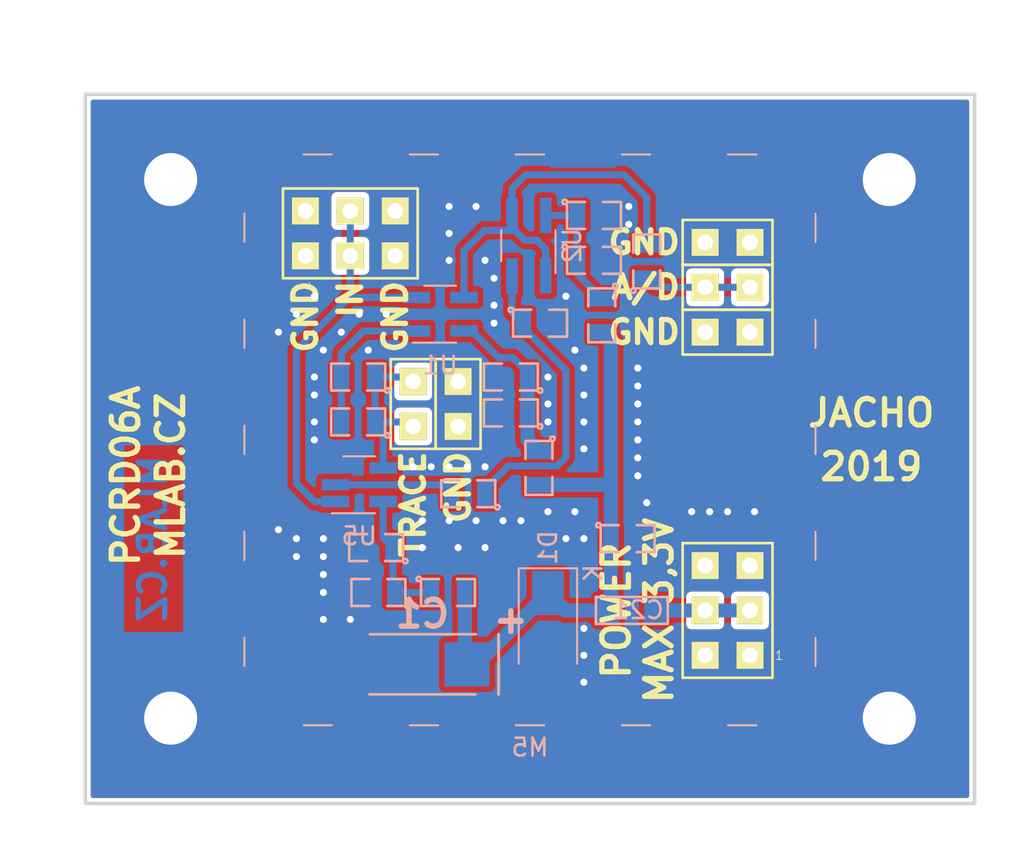
<source format=kicad_pcb>
(kicad_pcb (version 20201002) (generator pcbnew)

  (general
    (thickness 1.6)
  )

  (paper "A4")
  (title_block
    (title "NAME")
    (date "%d. %m. %Y")
    (rev "REV")
    (company "Mlab www.mlab.cz")
    (comment 1 "VERSION")
    (comment 2 "Short description\\nTwo lines are maximum")
    (comment 3 "nickname <email@example.com>")
  )

  (layers
    (0 "F.Cu" signal)
    (31 "B.Cu" signal)
    (34 "B.Paste" user)
    (36 "B.SilkS" user "B.Silkscreen")
    (37 "F.SilkS" user "F.Silkscreen")
    (38 "B.Mask" user)
    (39 "F.Mask" user)
    (44 "Edge.Cuts" user)
    (48 "B.Fab" user)
    (49 "F.Fab" user)
  )

  (setup
    (pcbplotparams
      (layerselection 0x00010e0_ffffffff)
      (disableapertmacros false)
      (usegerberextensions false)
      (usegerberattributes false)
      (usegerberadvancedattributes false)
      (creategerberjobfile false)
      (svguseinch false)
      (svgprecision 6)
      (excludeedgelayer true)
      (plotframeref false)
      (viasonmask false)
      (mode 1)
      (useauxorigin true)
      (hpglpennumber 1)
      (hpglpenspeed 20)
      (hpglpendiameter 15.000000)
      (psnegative false)
      (psa4output false)
      (plotreference true)
      (plotvalue true)
      (plotinvisibletext false)
      (sketchpadsonfab false)
      (subtractmaskfromsilk false)
      (outputformat 1)
      (mirror false)
      (drillshape 0)
      (scaleselection 1)
      (outputdirectory "../cam_profi/")
    )
  )


  (net 0 "")
  (net 1 "GND")
  (net 2 "VCC")
  (net 3 "/VCC2")
  (net 4 "/VCC3")
  (net 5 "/VCC4")
  (net 6 "Net-(C19-Pad1)")
  (net 7 "/#PeakDetect/Trace")
  (net 8 "/A/D")
  (net 9 "Net-(R13-Pad2)")
  (net 10 "Net-(C21-Pad3)")
  (net 11 "Net-(R1-Pad2)")
  (net 12 "Net-(C2-Pad2)")
  (net 13 "/IN")

  (module "Mlab_Mechanical:MountingHole_3mm" placed (layer "F.Cu") (tedit 5A99DD0D) (tstamp 00000000-0000-0000-0000-00005b5191d3)
    (at 5.08 -35.56)
    (descr "Mounting hole, Befestigungsbohrung, 3mm, No Annular, Kein Restring,")
    (tags "Mounting hole, Befestigungsbohrung, 3mm, No Annular, Kein Restring,")
    (path "/00000000-0000-0000-0000-0000549d7549")
    (attr through_hole)
    (fp_text reference "M1" (at 0 -4.191) (layer "F.SilkS") hide
      (effects (font (size 1.524 1.524) (thickness 0.3048)))
      (tstamp 9b439d07-1f06-4dfe-b475-6c29329ad75f)
    )
    (fp_text value "HOLE" (at 0 4.191) (layer "F.SilkS") hide
      (effects (font (size 1.524 1.524) (thickness 0.3048)))
      (tstamp d86bd997-dfe3-4b85-934c-30ecc398998a)
    )
    (fp_circle (center 0 0) (end 2.99974 0) (layer "Cmts.User") (width 0.381) (tstamp 25cc1050-fba9-4a24-85d8-7f6188a360c4))
    (pad "1" thru_hole circle (at 0 0) (size 6 6) (drill 3) (layers *.Cu *.Adhes *.Mask)
      (net 1 "GND") (clearance 1) (zone_connect 2) (tstamp 224c7b47-367e-45da-b0d5-4b327f2369d7))
    (model "${MLAB}/src/3d/mechanical/m3_komplet.step"
      (offset (xyz 0 0 0))
      (scale (xyz 1 1 1))
      (rotate (xyz 0 0 0))
    )
  )

  (module "Mlab_Mechanical:MountingHole_3mm" placed (layer "F.Cu") (tedit 5A99DD0D) (tstamp 00000000-0000-0000-0000-00005b5191d9)
    (at 45.72 -5.08)
    (descr "Mounting hole, Befestigungsbohrung, 3mm, No Annular, Kein Restring,")
    (tags "Mounting hole, Befestigungsbohrung, 3mm, No Annular, Kein Restring,")
    (path "/00000000-0000-0000-0000-0000549d7628")
    (attr through_hole)
    (fp_text reference "M2" (at 0 -4.191) (layer "F.SilkS") hide
      (effects (font (size 1.524 1.524) (thickness 0.3048)))
      (tstamp 6d934531-9930-4b34-bde1-76759bdb7fd3)
    )
    (fp_text value "HOLE" (at 0 4.191) (layer "F.SilkS") hide
      (effects (font (size 1.524 1.524) (thickness 0.3048)))
      (tstamp 9546f8bc-e043-40d3-8e8b-d64eb45d7f86)
    )
    (fp_circle (center 0 0) (end 2.99974 0) (layer "Cmts.User") (width 0.381) (tstamp 14de8e52-a1a4-40f0-8861-b3c7ce304a3d))
    (pad "1" thru_hole circle (at 0 0) (size 6 6) (drill 3) (layers *.Cu *.Adhes *.Mask)
      (net 1 "GND") (clearance 1) (zone_connect 2) (tstamp d41b9716-9adf-43c2-849d-16197981d398))
    (model "${MLAB}/src/3d/mechanical/m3_komplet.step"
      (offset (xyz 0 0 0))
      (scale (xyz 1 1 1))
      (rotate (xyz 0 0 0))
    )
  )

  (module "Mlab_Mechanical:MountingHole_3mm" placed (layer "F.Cu") (tedit 5A99DD0D) (tstamp 00000000-0000-0000-0000-00005b5191df)
    (at 45.72 -35.56)
    (descr "Mounting hole, Befestigungsbohrung, 3mm, No Annular, Kein Restring,")
    (tags "Mounting hole, Befestigungsbohrung, 3mm, No Annular, Kein Restring,")
    (path "/00000000-0000-0000-0000-00005b3d3f17")
    (attr through_hole)
    (fp_text reference "M3" (at 0 -4.191) (layer "F.SilkS") hide
      (effects (font (size 1.524 1.524) (thickness 0.3048)))
      (tstamp 83de6f3a-8e6f-4876-80e1-a2498e78c0bd)
    )
    (fp_text value "HOLE" (at 0 4.191) (layer "F.SilkS") hide
      (effects (font (size 1.524 1.524) (thickness 0.3048)))
      (tstamp 4cac75d8-692f-43f8-a847-909ac1ba7e5b)
    )
    (fp_circle (center 0 0) (end 2.99974 0) (layer "Cmts.User") (width 0.381) (tstamp 774c0417-6e20-4564-b214-1b4e3554cc0b))
    (pad "1" thru_hole circle (at 0 0) (size 6 6) (drill 3) (layers *.Cu *.Adhes *.Mask)
      (net 1 "GND") (clearance 1) (zone_connect 2) (tstamp 332439a9-5e6f-4972-b83b-1525cb999a04))
    (model "${MLAB}/src/3d/mechanical/m3_komplet.step"
      (offset (xyz 0 0 0))
      (scale (xyz 1 1 1))
      (rotate (xyz 0 0 0))
    )
  )

  (module "Mlab_Mechanical:MountingHole_3mm" placed (layer "F.Cu") (tedit 5A99DD0D) (tstamp 00000000-0000-0000-0000-00005b5191e5)
    (at 5.08 -5.08)
    (descr "Mounting hole, Befestigungsbohrung, 3mm, No Annular, Kein Restring,")
    (tags "Mounting hole, Befestigungsbohrung, 3mm, No Annular, Kein Restring,")
    (path "/00000000-0000-0000-0000-00005b3d3f18")
    (attr through_hole)
    (fp_text reference "M4" (at 0 -4.191) (layer "F.SilkS") hide
      (effects (font (size 1.524 1.524) (thickness 0.3048)))
      (tstamp d6042e9d-f9c4-47bb-8523-04369c6b3819)
    )
    (fp_text value "HOLE" (at 0 4.191) (layer "F.SilkS") hide
      (effects (font (size 1.524 1.524) (thickness 0.3048)))
      (tstamp 3c29be71-9a85-48b0-9777-e34db55ee769)
    )
    (fp_circle (center 0 0) (end 2.99974 0) (layer "Cmts.User") (width 0.381) (tstamp 6d226d2f-6a42-4990-8b57-9404721f0c51))
    (pad "1" thru_hole circle (at 0 0) (size 6 6) (drill 3) (layers *.Cu *.Adhes *.Mask)
      (net 1 "GND") (clearance 1) (zone_connect 2) (tstamp 22507d46-32eb-43ea-bf95-e90bc19f6247))
    (model "${MLAB}/src/3d/mechanical/m3_komplet.step"
      (offset (xyz 0 0 0))
      (scale (xyz 1 1 1))
      (rotate (xyz 0 0 0))
    )
  )

  (module "Mlab_Pin_Headers:Straight_2x03" (layer "F.Cu") (tedit 5C6D19E5) (tstamp 00000000-0000-0000-0000-00005d483087)
    (at 15.24 -32.512 90)
    (descr "pin header straight 2x03")
    (tags "pin header straight 2x03")
    (path "/00000000-0000-0000-0000-00005d4c71ff")
    (attr through_hole)
    (fp_text reference "J8" (at 0 -5.08 90) (layer "F.SilkS") hide
      (effects (font (size 1.5 1.5) (thickness 0.15)))
      (tstamp 3cdeb1df-b4d8-49f5-834e-6296cee15c80)
    )
    (fp_text value "HEADER_2x03_PARALLEL" (at 0 5.08 90) (layer "F.SilkS") hide
      (effects (font (size 1.5 1.5) (thickness 0.15)))
      (tstamp 363fd7e5-3f19-42a5-9f0b-2687c7812e43)
    )
    (fp_text user "1" (at -2.921 -2.54 90) (layer "F.SilkS")
      (effects (font (size 0.5 0.5) (thickness 0.05)))
      (tstamp 26d5a8ff-497f-4a78-84a5-e0e5ef8dd12c)
    )
    (fp_line (start -2.54 -3.81) (end 2.54 -3.81) (layer "F.SilkS") (width 0.15) (tstamp 108b1a2a-a068-4d45-9a0e-31e68e490089))
    (fp_line (start 2.54 -3.81) (end 2.54 3.81) (layer "F.SilkS") (width 0.15) (tstamp 33278a1d-0514-4005-9278-fa773d31ab02))
    (fp_line (start 2.54 3.81) (end -2.54 3.81) (layer "F.SilkS") (width 0.15) (tstamp 986bbca6-70a6-4318-a92a-8726fccfa043))
    (fp_line (start -2.54 3.81) (end -2.54 -3.81) (layer "F.SilkS") (width 0.15) (tstamp b5537fb2-1e7f-4b7e-b1e0-3c299951a323))
    (pad "1" thru_hole rect (at -1.27 -2.54 90) (size 1.524 1.524) (drill 0.889) (layers *.Cu *.Mask "F.SilkS")
      (net 1 "GND") (tstamp fd922532-add9-4570-ad23-12724f93f39f))
    (pad "2" thru_hole rect (at 1.27 -2.54 90) (size 1.524 1.524) (drill 0.889) (layers *.Cu *.Mask "F.SilkS")
      (net 1 "GND") (tstamp 6c890993-4c82-4af0-acb1-c5b039372133))
    (pad "3" thru_hole rect (at -1.27 0 90) (size 1.524 1.524) (drill 0.889) (layers *.Cu *.Mask "F.SilkS")
      (net 13 "/IN") (tstamp 75b89359-6445-4687-ad8c-ee07fb8eb1aa))
    (pad "4" thru_hole rect (at 1.27 0 90) (size 1.524 1.524) (drill 0.889) (layers *.Cu *.Mask "F.SilkS")
      (net 13 "/IN") (tstamp 34dd7153-48b7-4dab-a5c4-0243361c2cb4))
    (pad "5" thru_hole rect (at -1.27 2.54 90) (size 1.524 1.524) (drill 0.889) (layers *.Cu *.Mask "F.SilkS")
      (net 1 "GND") (tstamp 33ce9af4-6735-42f0-aa3b-a8c080ad2cc1))
    (pad "6" thru_hole rect (at 1.27 2.54 90) (size 1.524 1.524) (drill 0.889) (layers *.Cu *.Mask "F.SilkS")
      (net 1 "GND") (tstamp f866b556-1850-43ae-8548-1bd11eed1987))
    (model "${KISYS3DMOD}/Connector_PinHeader_2.54mm.3dshapes/PinHeader_2x03_P2.54mm_Vertical.wrl"
      (offset (xyz -1.27 2.54 0))
      (scale (xyz 1 1 1))
      (rotate (xyz 0 0 0))
    )
  )

  (module "Mlab_Pin_Headers:Straight_2x03" (layer "F.Cu") (tedit 5C6D19E5) (tstamp 00000000-0000-0000-0000-00005d487d1b)
    (at 36.576 -11.176 180)
    (descr "pin header straight 2x03")
    (tags "pin header straight 2x03")
    (path "/00000000-0000-0000-0000-0000549d65bc")
    (attr through_hole)
    (fp_text reference "J1" (at 0 -5.08 180) (layer "F.SilkS") hide
      (effects (font (size 1.5 1.5) (thickness 0.15)))
      (tstamp 40b8ace5-08a3-4cd7-b75b-fd83485e794d)
    )
    (fp_text value "3.6V" (at 0 5.08 180) (layer "F.SilkS") hide
      (effects (font (size 1.5 1.5) (thickness 0.15)))
      (tstamp 19a9580b-acdd-4f4f-9665-ce09cbf4e8a4)
    )
    (fp_text user "1" (at -2.921 -2.54 180) (layer "F.SilkS")
      (effects (font (size 0.5 0.5) (thickness 0.05)))
      (tstamp a972fd08-9333-4f4b-9f1c-b3d0d4c248f1)
    )
    (fp_line (start -2.54 -3.81) (end 2.54 -3.81) (layer "F.SilkS") (width 0.15) (tstamp 002255f8-f071-41c5-a017-683d941cff10))
    (fp_line (start -2.54 3.81) (end -2.54 -3.81) (layer "F.SilkS") (width 0.15) (tstamp 5b373a02-0879-4cc7-96b1-36088a5fa414))
    (fp_line (start 2.54 3.81) (end -2.54 3.81) (layer "F.SilkS") (width 0.15) (tstamp 6ab219db-c4ea-4010-be22-4daf6f7bea74))
    (fp_line (start 2.54 -3.81) (end 2.54 3.81) (layer "F.SilkS") (width 0.15) (tstamp c5688194-996b-4bd3-a678-888599535a75))
    (pad "1" thru_hole rect (at -1.27 -2.54 180) (size 1.524 1.524) (drill 0.889) (layers *.Cu *.Mask "F.SilkS")
      (net 1 "GND") (tstamp a3b7c4b0-3a66-4409-8b30-0f53048e7d4f))
    (pad "2" thru_hole rect (at 1.27 -2.54 180) (size 1.524 1.524) (drill 0.889) (layers *.Cu *.Mask "F.SilkS")
      (net 1 "GND") (tstamp 7e64c66b-b16e-4e48-a363-9e68d776627e))
    (pad "3" thru_hole rect (at -1.27 0 180) (size 1.524 1.524) (drill 0.889) (layers *.Cu *.Mask "F.SilkS")
      (net 10 "Net-(C21-Pad3)") (tstamp dfca7394-7db6-4033-8092-f8577816cb9f))
    (pad "4" thru_hole rect (at 1.27 0 180) (size 1.524 1.524) (drill 0.889) (layers *.Cu *.Mask "F.SilkS")
      (net 10 "Net-(C21-Pad3)") (tstamp 8e2c7937-9c82-45ad-944c-0a028a1a0bfb))
    (pad "5" thru_hole rect (at -1.27 2.54 180) (size 1.524 1.524) (drill 0.889) (layers *.Cu *.Mask "F.SilkS")
      (net 1 "GND") (tstamp 429bd2c9-212b-4de2-804f-f62f02354390))
    (pad "6" thru_hole rect (at 1.27 2.54 180) (size 1.524 1.524) (drill 0.889) (layers *.Cu *.Mask "F.SilkS")
      (net 1 "GND") (tstamp 7d6139a4-0b93-450e-9a8d-4dd4a24bcd6e))
    (model "${KISYS3DMOD}/Connector_PinHeader_2.54mm.3dshapes/PinHeader_2x03_P2.54mm_Vertical.wrl"
      (offset (xyz -1.27 2.54 0))
      (scale (xyz 1 1 1))
      (rotate (xyz 0 0 0))
    )
  )

  (module "Mlab_Pin_Headers:Straight_2x01" (layer "F.Cu") (tedit 5C6D1993) (tstamp 00000000-0000-0000-0000-00005d487d25)
    (at 36.576 -32.004)
    (descr "pin header straight 2x01")
    (tags "pin header straight 2x01")
    (path "/00000000-0000-0000-0000-00005b454fcb")
    (attr through_hole)
    (fp_text reference "J2" (at 0 -2.54) (layer "F.SilkS") hide
      (effects (font (size 1.5 1.5) (thickness 0.15)))
      (tstamp c58c6e16-dadd-42a0-87ff-8d29e6d28710)
    )
    (fp_text value "HEADER_2x01_PARALLEL" (at 0 2.54) (layer "F.SilkS") hide
      (effects (font (size 1.5 1.5) (thickness 0.15)))
      (tstamp 47807f8c-57ff-4e44-9bca-36781e8ba4ad)
    )
    (fp_line (start 2.54 1.27) (end -2.54 1.27) (layer "F.SilkS") (width 0.15) (tstamp 1fac7f71-2083-4f5f-b5b6-f6ff454b90fa))
    (fp_line (start -2.54 1.27) (end -2.54 -1.27) (layer "F.SilkS") (width 0.15) (tstamp 284fed0f-0ac9-4244-bedf-00c2f61bd8cc))
    (fp_line (start 2.54 -1.27) (end 2.54 1.27) (layer "F.SilkS") (width 0.15) (tstamp 324a0698-8dac-42ce-97c2-f2aa0842c0e2))
    (fp_line (start -2.54 -1.27) (end 2.54 -1.27) (layer "F.SilkS") (width 0.15) (tstamp e0252c16-5105-4cb0-9821-fe17759d5d9b))
    (pad "1" thru_hole rect (at -1.27 0) (size 1.524 1.524) (drill 0.889) (layers *.Cu *.Mask "F.SilkS")
      (net 1 "GND") (tstamp e6a017d0-bd98-4b1a-a5c0-6b7d27246c3e))
    (pad "2" thru_hole rect (at 1.27 0) (size 1.524 1.524) (drill 0.889) (layers *.Cu *.Mask "F.SilkS")
      (net 1 "GND") (tstamp 80b139b2-042b-4cd0-bfbc-e9d9df1b1527))
    (model "${KISYS3DMOD}/Connector_PinHeader_2.54mm.3dshapes/PinHeader_2x01_P2.54mm_Vertical.wrl"
      (offset (xyz -1.27 0 0))
      (scale (xyz 1 1 1))
      (rotate (xyz 0 0 0))
    )
  )

  (module "Mlab_Pin_Headers:Straight_2x01" (layer "F.Cu") (tedit 5C6D1993) (tstamp 00000000-0000-0000-0000-00005d487d2f)
    (at 18.796 -22.86 90)
    (descr "pin header straight 2x01")
    (tags "pin header straight 2x01")
    (path "/00000000-0000-0000-0000-00005b455041")
    (attr through_hole)
    (fp_text reference "J3" (at 0 -2.54 90) (layer "F.SilkS") hide
      (effects (font (size 1.5 1.5) (thickness 0.15)))
      (tstamp 51e9bf06-41db-4844-98d1-de6fc0cdc03a)
    )
    (fp_text value "HEADER_2x01_PARALLEL" (at 0 2.54 90) (layer "F.SilkS") hide
      (effects (font (size 1.5 1.5) (thickness 0.15)))
      (tstamp b662984d-01b3-416a-b8e4-240ad18c8dbb)
    )
    (fp_line (start 2.54 1.27) (end -2.54 1.27) (layer "F.SilkS") (width 0.15) (tstamp 393763b6-ac35-4165-9df7-534ba8ab8981))
    (fp_line (start 2.54 -1.27) (end 2.54 1.27) (layer "F.SilkS") (width 0.15) (tstamp 6eb09ca4-2be8-471f-99f9-484b74e72dd5))
    (fp_line (start -2.54 1.27) (end -2.54 -1.27) (layer "F.SilkS") (width 0.15) (tstamp 828cb675-ab3d-4333-a973-4da0d62bcb5e))
    (fp_line (start -2.54 -1.27) (end 2.54 -1.27) (layer "F.SilkS") (width 0.15) (tstamp dba691f0-74b3-4682-a029-eb7302cac13c))
    (pad "1" thru_hole rect (at -1.27 0 90) (size 1.524 1.524) (drill 0.889) (layers *.Cu *.Mask "F.SilkS")
      (net 7 "/#PeakDetect/Trace") (tstamp f6affb43-0dde-4193-8082-31e9557e6730))
    (pad "2" thru_hole rect (at 1.27 0 90) (size 1.524 1.524) (drill 0.889) (layers *.Cu *.Mask "F.SilkS")
      (net 7 "/#PeakDetect/Trace") (tstamp 8a294b49-6037-4f1c-94c4-f258615c1384))
    (model "${KISYS3DMOD}/Connector_PinHeader_2.54mm.3dshapes/PinHeader_2x01_P2.54mm_Vertical.wrl"
      (offset (xyz -1.27 0 0))
      (scale (xyz 1 1 1))
      (rotate (xyz 0 0 0))
    )
  )

  (module "Mlab_Pin_Headers:Straight_2x01" (layer "F.Cu") (tedit 5C6D1993) (tstamp 00000000-0000-0000-0000-00005d487d43)
    (at 36.576 -26.924)
    (descr "pin header straight 2x01")
    (tags "pin header straight 2x01")
    (path "/00000000-0000-0000-0000-00005b3ff83e")
    (attr through_hole)
    (fp_text reference "J5" (at 0 -2.54) (layer "F.SilkS") hide
      (effects (font (size 1.5 1.5) (thickness 0.15)))
      (tstamp 7f7ca8ed-7593-4f40-8838-f1f902a3064c)
    )
    (fp_text value "HEADER_2x01_PARALLEL" (at 0 2.54) (layer "F.SilkS") hide
      (effects (font (size 1.5 1.5) (thickness 0.15)))
      (tstamp 5ddddb7d-eea6-4a75-abee-83030a5954b2)
    )
    (fp_line (start -2.54 1.27) (end -2.54 -1.27) (layer "F.SilkS") (width 0.15) (tstamp 38f55d04-8133-492f-9950-715ddd0ced67))
    (fp_line (start 2.54 1.27) (end -2.54 1.27) (layer "F.SilkS") (width 0.15) (tstamp 54d38460-755d-4cec-9a86-e1e99597417f))
    (fp_line (start 2.54 -1.27) (end 2.54 1.27) (layer "F.SilkS") (width 0.15) (tstamp 60016ff8-64b3-4566-8e7e-04dea27c607d))
    (fp_line (start -2.54 -1.27) (end 2.54 -1.27) (layer "F.SilkS") (width 0.15) (tstamp a9378ef0-e7e6-4bb5-bfc0-abe85474f4ad))
    (pad "1" thru_hole rect (at -1.27 0) (size 1.524 1.524) (drill 0.889) (layers *.Cu *.Mask "F.SilkS")
      (net 1 "GND") (tstamp 2a7e8b48-fb22-4b7e-802a-5791f0803308))
    (pad "2" thru_hole rect (at 1.27 0) (size 1.524 1.524) (drill 0.889) (layers *.Cu *.Mask "F.SilkS")
      (net 1 "GND") (tstamp 0cb23461-2d35-4632-a875-b4e610379309))
    (model "${KISYS3DMOD}/Connector_PinHeader_2.54mm.3dshapes/PinHeader_2x01_P2.54mm_Vertical.wrl"
      (offset (xyz -1.27 0 0))
      (scale (xyz 1 1 1))
      (rotate (xyz 0 0 0))
    )
  )

  (module "Mlab_Pin_Headers:Straight_2x01" (layer "F.Cu") (tedit 5C6D1993) (tstamp 00000000-0000-0000-0000-00005d487d4d)
    (at 36.576 -29.464)
    (descr "pin header straight 2x01")
    (tags "pin header straight 2x01")
    (path "/00000000-0000-0000-0000-00005b3ff577")
    (attr through_hole)
    (fp_text reference "J6" (at 0 -2.54) (layer "F.SilkS") hide
      (effects (font (size 1.5 1.5) (thickness 0.15)))
      (tstamp 63c7c6ec-dc05-468a-9b34-478d8151e8b5)
    )
    (fp_text value "HEADER_2x01_PARALLEL" (at 0 2.54) (layer "F.SilkS") hide
      (effects (font (size 1.5 1.5) (thickness 0.15)))
      (tstamp 2cbe257a-f70d-4bb0-bd69-346b87d78c13)
    )
    (fp_line (start -2.54 -1.27) (end 2.54 -1.27) (layer "F.SilkS") (width 0.15) (tstamp 579f8042-49cb-4add-a45d-b94d21df486b))
    (fp_line (start -2.54 1.27) (end -2.54 -1.27) (layer "F.SilkS") (width 0.15) (tstamp 59b89cf2-4f5f-402f-9af0-f17a81cc22a7))
    (fp_line (start 2.54 -1.27) (end 2.54 1.27) (layer "F.SilkS") (width 0.15) (tstamp 94f42d35-d103-4e48-b9ea-ca2795f1379a))
    (fp_line (start 2.54 1.27) (end -2.54 1.27) (layer "F.SilkS") (width 0.15) (tstamp f4e8eea6-8823-46b6-ae8a-03158a6cdb1a))
    (pad "1" thru_hole rect (at -1.27 0) (size 1.524 1.524) (drill 0.889) (layers *.Cu *.Mask "F.SilkS")
      (net 8 "/A/D") (tstamp 99302426-b9ea-472a-95d4-bac51d30f2be))
    (pad "2" thru_hole rect (at 1.27 0) (size 1.524 1.524) (drill 0.889) (layers *.Cu *.Mask "F.SilkS")
      (net 8 "/A/D") (tstamp aa772cea-1099-4bc5-8d11-6e05c8ed75ff))
    (model "${KISYS3DMOD}/Connector_PinHeader_2.54mm.3dshapes/PinHeader_2x01_P2.54mm_Vertical.wrl"
      (offset (xyz -1.27 0 0))
      (scale (xyz 1 1 1))
      (rotate (xyz 0 0 0))
    )
  )

  (module "Mlab_Pin_Headers:Straight_2x01" (layer "F.Cu") (tedit 5C6D1993) (tstamp 00000000-0000-0000-0000-00005d487d57)
    (at 21.336 -22.86 90)
    (descr "pin header straight 2x01")
    (tags "pin header straight 2x01")
    (path "/00000000-0000-0000-0000-00005b3ff89a")
    (attr through_hole)
    (fp_text reference "J7" (at 0 -2.54 90) (layer "F.SilkS") hide
      (effects (font (size 1.5 1.5) (thickness 0.15)))
      (tstamp 25950787-4fc3-419e-aca4-5f8f298c8e36)
    )
    (fp_text value "HEADER_2x01_PARALLEL" (at 0 2.54 90) (layer "F.SilkS") hide
      (effects (font (size 1.5 1.5) (thickness 0.15)))
      (tstamp 103ab622-0821-46f9-a6dc-731c23d6b6e1)
    )
    (fp_line (start -2.54 1.27) (end -2.54 -1.27) (layer "F.SilkS") (width 0.15) (tstamp 4aad74b0-361a-43d3-8cce-bf483e9c6bd0))
    (fp_line (start 2.54 -1.27) (end 2.54 1.27) (layer "F.SilkS") (width 0.15) (tstamp 5874b7a2-0bc9-4ef0-864e-365ce9756cae))
    (fp_line (start 2.54 1.27) (end -2.54 1.27) (layer "F.SilkS") (width 0.15) (tstamp a8700177-435a-4c25-b3f1-6a82f279c9ad))
    (fp_line (start -2.54 -1.27) (end 2.54 -1.27) (layer "F.SilkS") (width 0.15) (tstamp be475b84-b3de-4404-9a80-16055d0cee7e))
    (pad "1" thru_hole rect (at -1.27 0 90) (size 1.524 1.524) (drill 0.889) (layers *.Cu *.Mask "F.SilkS")
      (net 1 "GND") (tstamp 9154ff56-18f5-42bd-8e3f-6f8e6947640e))
    (pad "2" thru_hole rect (at 1.27 0 90) (size 1.524 1.524) (drill 0.889) (layers *.Cu *.Mask "F.SilkS")
      (net 1 "GND") (tstamp 3866007f-604c-434b-9a86-22fbbcb5a0ea))
    (model "${KISYS3DMOD}/Connector_PinHeader_2.54mm.3dshapes/PinHeader_2x01_P2.54mm_Vertical.wrl"
      (offset (xyz -1.27 0 0))
      (scale (xyz 1 1 1))
      (rotate (xyz 0 0 0))
    )
  )

  (module "Mlab_R:SMD-0805" (layer "B.Cu") (tedit 5C6D150A) (tstamp 00000000-0000-0000-0000-00005d483078)
    (at 15.6845 -21.844 180)
    (path "/00000000-0000-0000-0000-00005d4d6c65")
    (attr smd)
    (fp_text reference "C2" (at 0 0.3175 180) (layer "B.Fab")
      (effects (font (size 0.50038 0.50038) (thickness 0.10922)) (justify mirror))
      (tstamp 5d25c0c3-a6cc-4606-830c-8836bd5f17c9)
    )
    (fp_text value "220pF" (at 0.127 -0.381 180) (layer "B.Fab")
      (effects (font (size 0.50038 0.50038) (thickness 0.10922)) (justify mirror))
      (tstamp a11b53f8-2c34-4f19-979c-62de27d33758)
    )
    (fp_line (start -0.508 -0.762) (end -1.524 -0.762) (layer "B.SilkS") (width 0.15) (tstamp 16f488a4-b78b-4b15-9c36-dc165d0a4ed3))
    (fp_line (start 1.524 0.762) (end 1.524 -0.762) (layer "B.SilkS") (width 0.15) (tstamp 4287664a-41f2-4704-a72b-ddb375176865))
    (fp_line (start 0.508 0.762) (end 1.524 0.762) (layer "B.SilkS") (width 0.15) (tstamp 546f3e60-82ca-4dc6-b537-18c6b09a8933))
    (fp_line (start -1.524 -0.762) (end -1.524 0.762) (layer "B.SilkS") (width 0.15) (tstamp 6a7b2acc-7843-4b5f-bacb-48561affcce5))
    (fp_line (start -1.524 0.762) (end -0.508 0.762) (layer "B.SilkS") (width 0.15) (tstamp 83ac616c-0a80-4b1d-8657-bea0cbc0a68f))
    (fp_line (start 1.524 -0.762) (end 0.508 -0.762) (layer "B.SilkS") (width 0.15) (tstamp 9aea4669-c65c-4120-a70a-c7fec89e2cca))
    (fp_circle (center -1.651 -0.762) (end -1.651 -0.635) (layer "B.SilkS") (width 0.15) (tstamp a505bcfc-052d-4cc4-96f7-f1e2af36fc3f))
    (fp_line (start 1.524 -0.762) (end 0.508 -0.762) (layer "B.Fab") (width 0.15) (tstamp 0452e5db-7a40-48c5-8f77-44fcb15150cd))
    (fp_line (start 0.508 0.762) (end 1.524 0.762) (layer "B.Fab") (width 0.15) (tstamp 2014b218-50e1-4128-9e48-bbca52ea09c1))
    (fp_line (start -1.524 0.762) (end -0.508 0.762) (layer "B.Fab") (width 0.15) (tstamp 261d8123-7731-441c-bd49-bb8f6f3e4740))
    (fp_line (start -1.524 -0.762) (end -1.524 0.762) (layer "B.Fab") (width 0.15) (tstamp 7e18c091-b89c-45f3-ba58-dc5c400f12c2))
    (fp_line (start -0.508 -0.762) (end -1.524 -0.762) (layer "B.Fab") (width 0.15) (tstamp 7f4f314e-3451-4725-a1c2-5afaa4d1bf17))
    (fp_line (start 1.524 0.762) (end 1.524 -0.762) (layer "B.Fab") (width 0.15) (tstamp edf95128-20e8-4d57-9c20-0d061cd0d66c))
    (pad "1" smd rect (at -0.9525 0 180) (size 0.889 1.397) (layers "B.Cu" "B.Paste" "B.Mask")
      (net 7 "/#PeakDetect/Trace") (tstamp 28602fe8-4472-474c-ac73-8b613f4d9bda))
    (pad "2" smd rect (at 0.9525 0 180) (size 0.889 1.397) (layers "B.Cu" "B.Paste" "B.Mask")
      (net 12 "Net-(C2-Pad2)") (tstamp 50ba2497-389e-49e4-9fa1-3164ae7426c0))
    (model "${KISYS3DMOD}/Resistor_SMD.3dshapes/R_0805_2012Metric.wrl"
      (offset (xyz 0 0 0))
      (scale (xyz 1 1 1))
      (rotate (xyz 0 0 0))
    )
  )

  (module "Package_TO_SOT_SMD:TSOT-23-5_HandSoldering" (layer "B.Cu") (tedit 5A02FF57) (tstamp 00000000-0000-0000-0000-00005d4830b1)
    (at 25.334 -31.818 90)
    (descr "5-pin TSOT23 package, http://cds.linear.com/docs/en/packaging/SOT_5_05-08-1635.pdf")
    (tags "TSOT-23-5 Hand-soldering")
    (path "/00000000-0000-0000-0000-00005d49d95b")
    (attr smd)
    (fp_text reference "U2" (at 0 2.45 90) (layer "B.SilkS")
      (effects (font (size 1 1) (thickness 0.15)) (justify mirror))
      (tstamp e35c8990-ceff-4406-ba28-c5b9e7cef8c0)
    )
    (fp_text value "AD8691" (at 0 -2.5 90) (layer "B.Fab") hide
      (effects (font (size 1 1) (thickness 0.15)) (justify mirror))
      (tstamp 7f94caca-fa25-4e68-b236-7d0c53eedd95)
    )
    (fp_text user "${REFERENCE}" (at 0 0) (layer "B.Fab")
      (effects (font (size 0.5 0.5) (thickness 0.075)) (justify mirror))
      (tstamp d99de402-4eed-4abd-8853-58c79df37b25)
    )
    (fp_line (start 0.88 1.51) (end -1.55 1.51) (layer "B.SilkS") (width 0.12) (tstamp 1399e786-a353-4d7c-9adf-49096afe190b))
    (fp_line (start -0.88 -1.56) (end 0.88 -1.56) (layer "B.SilkS") (width 0.12) (tstamp 630ff7f2-2603-4e05-8b95-3923fe137832))
    (fp_line (start -2.96 1.7) (end 2.96 1.7) (layer "B.CrtYd") (width 0.05) (tstamp 5cdf0fe8-3281-4ff8-bfe4-c410663348bf))
    (fp_line (start 2.96 -1.7) (end 2.96 1.7) (layer "B.CrtYd") (width 0.05) (tstamp 61a4d32b-919c-460c-baf7-ce273905f8bc))
    (fp_line (start -2.96 1.7) (end -2.96 -1.7) (layer "B.CrtYd") (width 0.05) (tstamp a2c3cb32-3a93-4c05-914f-a7a4c0ba1168))
    (fp_line (start 2.96 -1.7) (end -2.96 -1.7) (layer "B.CrtYd") (width 0.05) (tstamp f1f2ea96-8f25-4345-a4b3-e0e115453d66))
    (fp_line (start 0.88 -1.45) (end -0.88 -1.45) (layer "B.Fab") (width 0.1) (tstamp 2bef905c-0c15-48c6-9d92-1a38c6f6ac43))
    (fp_line (start 0.88 1.45) (end 0.88 -1.45) (layer "B.Fab") (width 0.1) (tstamp 9734acaa-3821-4413-bb10-3af748dca7df))
    (fp_line (start -0.88 1) (end -0.88 -1.45) (layer "B.Fab") (width 0.1) (tstamp 9f463616-f6be-45b9-81c6-059e75e5ea38))
    (fp_line (start 0.88 1.45) (end -0.43 1.45) (layer "B.Fab") (width 0.1) (tstamp c826b04a-9aff-4610-86a4-c9febeac59aa))
    (fp_line (start -0.88 1) (end -0.43 1.45) (layer "B.Fab") (width 0.1) (tstamp ccb9111c-614c-44bd-a05e-e6540d37cc4e))
    (pad "1" smd rect (at -1.71 0.95 90) (size 2 0.65) (layers "B.Cu" "B.Paste" "B.Mask")
      (net 11 "Net-(R1-Pad2)") (tstamp e4b98eea-8f03-4fdb-8306-93dec2019eb1))
    (pad "2" smd rect (at -1.71 0 90) (size 2 0.65) (layers "B.Cu" "B.Paste" "B.Mask")
      (net 1 "GND") (tstamp d931eb24-4376-436f-8211-df9e2718a05c))
    (pad "3" smd rect (at -1.71 -0.95 90) (size 2 0.65) (layers "B.Cu" "B.Paste" "B.Mask")
      (net 6 "Net-(C19-Pad1)") (tstamp 916ff458-e2db-4ac4-8bfb-238c11889434))
    (pad "4" smd rect (at 1.71 -0.95 90) (size 2 0.65) (layers "B.Cu" "B.Paste" "B.Mask")
      (net 11 "Net-(R1-Pad2)") (tstamp 9441358a-08d5-47c1-ad1a-70d6d568e28c))
    (pad "5" smd rect (at 1.71 0.95 90) (size 2 0.65) (layers "B.Cu" "B.Paste" "B.Mask")
      (net 3 "/VCC2") (tstamp 7d4e6793-d4f8-4943-a5fc-57e3d44070b1))
    (model "${KISYS3DMOD}/Package_TO_SOT_SMD.3dshapes/TSOT-23-5.wrl"
      (offset (xyz 0 0 0))
      (scale (xyz 1 1 1))
      (rotate (xyz 0 0 0))
    )
  )

  (module "Mlab_C:TantalC_SizeC_Reflow" (layer "B.Cu") (tedit 5C6D17E8) (tstamp 00000000-0000-0000-0000-00005d487c5b)
    (at 19.31924 -8.128 180)
    (descr "Tantal Cap. , Size C, EIA-6032, Reflow,")
    (tags "Tantal Cap. , Size C, EIA-6032, Reflow,")
    (path "/00000000-0000-0000-0000-00005b46ae4b")
    (attr smd)
    (fp_text reference "C1" (at 0 2.85 180) (layer "B.SilkS")
      (effects (font (size 1.524 1.524) (thickness 0.3048)) (justify mirror))
      (tstamp 0ebd9498-f1f4-45c3-8c70-e4a695e7580e)
    )
    (fp_text value "47uF" (at 0 -3 180) (layer "B.SilkS") hide
      (effects (font (size 1.524 1.524) (thickness 0.3048)) (justify mirror))
      (tstamp b3ac0810-32ae-420a-b889-429aae7b4a1a)
    )
    (fp_text user "+" (at -4.99872 2.55016 180) (layer "B.SilkS")
      (effects (font (size 1.524 1.524) (thickness 0.3048)) (justify mirror))
      (tstamp bde88ad4-6064-41ca-8984-77a4d3268023)
    )
    (fp_text user "${REFERENCE}" (at 0.1016 0 180) (layer "B.Fab")
      (effects (font (size 1.524 1.524) (thickness 0.3)) (justify mirror))
      (tstamp 43d078a4-5b55-4fdd-9cd6-5f6c7951be95)
    )
    (fp_text user "+" (at -5.0038 2.54 180) (layer "B.Fab")
      (effects (font (size 1.5 1.5) (thickness 0.15)) (justify mirror))
      (tstamp 7162b806-f434-408e-866d-bcf2f181c36c)
    )
    (fp_line (start -4.30022 1.69926) (end -4.30022 -1.69926) (layer "B.SilkS") (width 0.15) (tstamp 2717b052-3931-4a15-a08d-f7747d844146))
    (fp_line (start 2.97688 1.7018) (end -3.0226 1.7018) (layer "B.SilkS") (width 0.15) (tstamp 31e92d07-4c16-4d03-843a-52b89cb20638))
    (fp_line (start -5.00126 3.05308) (end -5.00126 1.95326) (layer "B.SilkS") (width 0.15) (tstamp 3756b5cd-f393-41a0-9007-ad8e6754616e))
    (fp_line (start -5.6007 2.5527) (end -4.40182 2.5527) (layer "B.SilkS") (width 0.15) (tstamp 5052aa56-c57b-4bbe-9236-01b15d364a52))
    (fp_line (start -4.318 1.7018) (end -4.318 -1.69672) (layer "B.SilkS") (width 0.15) (tstamp c4a5341d-e77e-44d2-bafd-399b67ac63c9))
    (fp_line (start 2.99974 -1.69926) (end -2.99974 -1.69926) (layer "B.SilkS") (width 0.15) (tstamp d7dcd376-e033-447d-8bf2-806f8c026571))
    (fp_line (start 2.97688 -1.69926) (end -3.0226 -1.69926) (layer "B.Fab") (width 0.15) (tstamp 11e6d0c8-d8f8-4be3-a7ca-b50c4f004036))
    (fp_line (start 2.99974 1.69926) (end -2.99974 1.69926) (layer "B.Fab") (width 0.15) (tstamp 9a94d345-4c3c-4510-86ce-1f7cb8508af9))
    (pad "1" smd rect (at -2.52476 0 180) (size 2.55016 2.49936) (layers "B.Cu" "B.Paste" "B.Mask")
      (net 2 "VCC") (tstamp 38189458-e1ea-418c-a3c8-28441ff0229d))
    (pad "2" smd rect (at 2.52476 0 180) (size 2.55016 2.49936) (layers "B.Cu" "B.Paste" "B.Mask")
      (net 1 "GND") (tstamp 4bfe94b4-7f58-4abd-bbef-42af562a84b8))
    (model "${KISYS3DMOD}/Capacitor_Tantalum_SMD.3dshapes/CP_EIA-6032-28_Kemet-C.wrl"
      (offset (xyz 0 0 0))
      (scale (xyz 1 1 1))
      (rotate (xyz 0 0 0))
    )
  )

  (module "Mlab_R:SMD-0805" (layer "B.Cu") (tedit 5C6D150A) (tstamp 00000000-0000-0000-0000-00005d487c6e)
    (at 30.9245 -15.24)
    (path "/00000000-0000-0000-0000-00005b46aed9")
    (attr smd)
    (fp_text reference "C4" (at 0 0.3175) (layer "B.Fab")
      (effects (font (size 0.50038 0.50038) (thickness 0.10922)) (justify mirror))
      (tstamp 8671807e-75de-4780-8bf2-a77c075cc1c1)
    )
    (fp_text value "10uF" (at 0.127 -0.381) (layer "B.Fab")
      (effects (font (size 0.50038 0.50038) (thickness 0.10922)) (justify mirror))
      (tstamp 9a4a43f8-b930-4f41-a67d-eb9c2773557a)
    )
    (fp_line (start -0.508 -0.762) (end -1.524 -0.762) (layer "B.SilkS") (width 0.15) (tstamp 9227830f-b13e-4dc6-ab54-e060acfc09e6))
    (fp_line (start 1.524 -0.762) (end 0.508 -0.762) (layer "B.SilkS") (width 0.15) (tstamp befe5613-12ef-4a39-94b3-ee453d2ee4f7))
    (fp_line (start -1.524 -0.762) (end -1.524 0.762) (layer "B.SilkS") (width 0.15) (tstamp ce17870c-2324-4a42-a64d-92b6fd010761))
    (fp_line (start 1.524 0.762) (end 1.524 -0.762) (layer "B.SilkS") (width 0.15) (tstamp d84adcae-72c3-4c18-8c11-39cd7f367999))
    (fp_line (start -1.524 0.762) (end -0.508 0.762) (layer "B.SilkS") (width 0.15) (tstamp e68d919e-38ad-4d8b-8704-9fb649b00b7c))
    (fp_line (start 0.508 0.762) (end 1.524 0.762) (layer "B.SilkS") (width 0.15) (tstamp f87f2bae-cdae-450c-9e48-6b9a977c2d80))
    (fp_circle (center -1.651 -0.762) (end -1.651 -0.635) (layer "B.SilkS") (width 0.15) (tstamp c611fad8-d514-46ce-9f9d-521182f05167))
    (fp_line (start 0.508 0.762) (end 1.524 0.762) (layer "B.Fab") (width 0.15) (tstamp 3cafd36e-c097-4313-96f1-0f322561ecf5))
    (fp_line (start -1.524 0.762) (end -0.508 0.762) (layer "B.Fab") (width 0.15) (tstamp 43b8db4a-99fe-477e-834e-9382922a11b7))
    (fp_line (start 1.524 0.762) (end 1.524 -0.762) (layer "B.Fab") (width 0.15) (tstamp 683f9251-47c3-4cee-b30f-f1bf4bc61bc3))
    (fp_line (start -1.524 -0.762) (end -1.524 0.762) (layer "B.Fab") (width 0.15) (tstamp ae767faf-efd6-40c5-94d4-04300f091259))
    (fp_line (start 1.524 -0.762) (end 0.508 -0.762) (layer "B.Fab") (width 0.15) (tstamp bd6018b0-1085-486f-875d-c9495ab3bddd))
    (fp_line (start -0.508 -0.762) (end -1.524 -0.762) (layer "B.Fab") (width 0.15) (tstamp e0a9d691-2f3d-4679-84b9-3d0967689ac4))
    (pad "1" smd rect (at -0.9525 0) (size 0.889 1.397) (layers "B.Cu" "B.Paste" "B.Mask")
      (net 2 "VCC") (tstamp 4fac68b2-771c-433c-8846-47298a7ed3be))
    (pad "2" smd rect (at 0.9525 0) (size 0.889 1.397) (layers "B.Cu" "B.Paste" "B.Mask")
      (net 1 "GND") (tstamp debf8997-dd3c-4f90-91de-31c97a9e69e4))
    (model "${KISYS3DMOD}/Resistor_SMD.3dshapes/R_0805_2012Metric.wrl"
      (offset (xyz 0 0 0))
      (scale (xyz 1 1 1))
      (rotate (xyz 0 0 0))
    )
  )

  (module "Mlab_R:SMD-0805" (layer "B.Cu") (tedit 5C6D150A) (tstamp 00000000-0000-0000-0000-00005d487c81)
    (at 29.0195 -30.988)
    (path "/00000000-0000-0000-0000-00005b4bb914")
    (attr smd)
    (fp_text reference "C7" (at 0 0.3175) (layer "B.Fab")
      (effects (font (size 0.50038 0.50038) (thickness 0.10922)) (justify mirror))
      (tstamp 7e3a0bcc-50d5-4e2e-a195-9dccd1e767ed)
    )
    (fp_text value "10uF" (at 0.127 -0.381) (layer "B.Fab")
      (effects (font (size 0.50038 0.50038) (thickness 0.10922)) (justify mirror))
      (tstamp ffe4741e-9a0f-4e9c-892f-bd3cd1567fef)
    )
    (fp_line (start 0.508 0.762) (end 1.524 0.762) (layer "B.SilkS") (width 0.15) (tstamp 3f357668-f76c-43e2-9004-9ce634e4a38e))
    (fp_line (start 1.524 0.762) (end 1.524 -0.762) (layer "B.SilkS") (width 0.15) (tstamp a98d437f-7b2a-4c19-ad9e-fc81126d02f1))
    (fp_line (start -1.524 -0.762) (end -1.524 0.762) (layer "B.SilkS") (width 0.15) (tstamp aa1bbdb5-5a62-48a7-95ff-912b41071a68))
    (fp_line (start -1.524 0.762) (end -0.508 0.762) (layer "B.SilkS") (width 0.15) (tstamp b08f7c44-c7a0-4be1-b39a-ae7e4dac373c))
    (fp_line (start -0.508 -0.762) (end -1.524 -0.762) (layer "B.SilkS") (width 0.15) (tstamp c638170b-2e76-4c7a-a5c2-db1b9ab3e2a0))
    (fp_line (start 1.524 -0.762) (end 0.508 -0.762) (layer "B.SilkS") (width 0.15) (tstamp fa376f59-0b5f-4759-af0c-596ba71c2ed0))
    (fp_circle (center -1.651 -0.762) (end -1.651 -0.635) (layer "B.SilkS") (width 0.15) (tstamp 895e576b-3a8b-4919-a824-412e14e71e1a))
    (fp_line (start -0.508 -0.762) (end -1.524 -0.762) (layer "B.Fab") (width 0.15) (tstamp 5601b6ec-ba6a-4dae-bf14-4ccc7d679636))
    (fp_line (start 1.524 -0.762) (end 0.508 -0.762) (layer "B.Fab") (width 0.15) (tstamp 60ca2f3d-60c2-42d0-91fd-fd5629b6b0e5))
    (fp_line (start 1.524 0.762) (end 1.524 -0.762) (layer "B.Fab") (width 0.15) (tstamp 77c8923b-bab0-4c86-876f-88a19f372f7b))
    (fp_line (start -1.524 -0.762) (end -1.524 0.762) (layer "B.Fab") (width 0.15) (tstamp c2666ecd-f0e9-44e7-81da-b0ad264d8948))
    (fp_line (start 0.508 0.762) (end 1.524 0.762) (layer "B.Fab") (width 0.15) (tstamp c9f59a93-eac8-46bb-a631-6af5098a5722))
    (fp_line (start -1.524 0.762) (end -0.508 0.762) (layer "B.Fab") (width 0.15) (tstamp cda5353c-c47d-4364-b86e-f592b6b1cde8))
    (pad "1" smd rect (at -0.9525 0) (size 0.889 1.397) (layers "B.Cu" "B.Paste" "B.Mask")
      (net 3 "/VCC2") (tstamp c97fa702-0502-48b7-bdea-d49a7d1655e0))
    (pad "2" smd rect (at 0.9525 0) (size 0.889 1.397) (layers "B.Cu" "B.Paste" "B.Mask")
      (net 1 "GND") (tstamp 0643aca9-11ae-44e9-ab30-cd30c571dd5f))
    (model "${KISYS3DMOD}/Resistor_SMD.3dshapes/R_0805_2012Metric.wrl"
      (offset (xyz 0 0 0))
      (scale (xyz 1 1 1))
      (rotate (xyz 0 0 0))
    )
  )

  (module "Mlab_R:SMD-0805" (layer "B.Cu") (tedit 5C6D150A) (tstamp 00000000-0000-0000-0000-00005d487c94)
    (at 24.3205 -22.352 180)
    (path "/00000000-0000-0000-0000-00005b4c840f")
    (attr smd)
    (fp_text reference "C8" (at 0 0.3175 180) (layer "B.Fab")
      (effects (font (size 0.50038 0.50038) (thickness 0.10922)) (justify mirror))
      (tstamp 55390987-387d-49d8-8719-5632654cd9c3)
    )
    (fp_text value "10uF" (at 0.127 -0.381 180) (layer "B.Fab")
      (effects (font (size 0.50038 0.50038) (thickness 0.10922)) (justify mirror))
      (tstamp cd09eef1-f96b-4a3f-907e-3f374874b609)
    )
    (fp_line (start 0.508 0.762) (end 1.524 0.762) (layer "B.SilkS") (width 0.15) (tstamp 60258360-d1f5-42d7-9f97-f493323a8212))
    (fp_line (start -1.524 -0.762) (end -1.524 0.762) (layer "B.SilkS") (width 0.15) (tstamp 6c7aa0cc-dc9a-43d6-b41c-c52cd73d3796))
    (fp_line (start -1.524 0.762) (end -0.508 0.762) (layer "B.SilkS") (width 0.15) (tstamp 8e0da77d-f297-4fcd-951b-cdf29801c355))
    (fp_line (start -0.508 -0.762) (end -1.524 -0.762) (layer "B.SilkS") (width 0.15) (tstamp a1b2cdd1-8cc6-40e5-a34c-951dc6d92b91))
    (fp_line (start 1.524 -0.762) (end 0.508 -0.762) (layer "B.SilkS") (width 0.15) (tstamp b5774da0-c479-43c6-a5d6-befb633ef7d5))
    (fp_line (start 1.524 0.762) (end 1.524 -0.762) (layer "B.SilkS") (width 0.15) (tstamp bc0ba6cc-0e6d-47cb-94de-f3d21a821bff))
    (fp_circle (center -1.651 -0.762) (end -1.651 -0.635) (layer "B.SilkS") (width 0.15) (tstamp 57bf3e16-bf23-4319-9174-0ce1629a698f))
    (fp_line (start 1.524 -0.762) (end 0.508 -0.762) (layer "B.Fab") (width 0.15) (tstamp 0fbd78b7-21ce-42ab-90a1-11fb08516c95))
    (fp_line (start 0.508 0.762) (end 1.524 0.762) (layer "B.Fab") (width 0.15) (tstamp 35eb3e04-fc6d-418c-a741-69a3fc8565a8))
    (fp_line (start -1.524 -0.762) (end -1.524 0.762) (layer "B.Fab") (width 0.15) (tstamp 4c7a0883-8b37-4354-8730-88b3e7dc73c5))
    (fp_line (start -1.524 0.762) (end -0.508 0.762) (layer "B.Fab") (width 0.15) (tstamp 5bc5d46b-c73c-426d-be89-26968bf1db0f))
    (fp_line (start 1.524 0.762) (end 1.524 -0.762) (layer "B.Fab") (width 0.15) (tstamp a8bb09c6-90f8-4af3-8df7-dd8c12ed07b9))
    (fp_line (start -0.508 -0.762) (end -1.524 -0.762) (layer "B.Fab") (width 0.15) (tstamp b04fd092-4a4a-4ede-bfd0-9eb682010f36))
    (pad "1" smd rect (at -0.9525 0 180) (size 0.889 1.397) (layers "B.Cu" "B.Paste" "B.Mask")
      (net 4 "/VCC3") (tstamp b9e57824-ba59-41cb-b318-df32b2af912f))
    (pad "2" smd rect (at 0.9525 0 180) (size 0.889 1.397) (layers "B.Cu" "B.Paste" "B.Mask")
      (net 1 "GND") (tstamp eec9c3a9-81f1-465a-84e2-3bb0e08a9ea7))
    (model "${KISYS3DMOD}/Resistor_SMD.3dshapes/R_0805_2012Metric.wrl"
      (offset (xyz 0 0 0))
      (scale (xyz 1 1 1))
      (rotate (xyz 0 0 0))
    )
  )

  (module "Mlab_R:SMD-0805" (layer "B.Cu") (tedit 5C6D150A) (tstamp 00000000-0000-0000-0000-00005d487ca7)
    (at 16.8275 -12.192 180)
    (path "/00000000-0000-0000-0000-00005b4c8438")
    (attr smd)
    (fp_text reference "C9" (at 0 0.3175 180) (layer "B.Fab")
      (effects (font (size 0.50038 0.50038) (thickness 0.10922)) (justify mirror))
      (tstamp 66fe1025-4c89-4083-a604-6de213cf4018)
    )
    (fp_text value "10uF" (at 0.127 -0.381 180) (layer "B.Fab")
      (effects (font (size 0.50038 0.50038) (thickness 0.10922)) (justify mirror))
      (tstamp dae036ec-afba-42b4-92c2-fae18625e776)
    )
    (fp_line (start -0.508 -0.762) (end -1.524 -0.762) (layer "B.SilkS") (width 0.15) (tstamp 115457d5-ec67-450d-816d-8af12acc3b4c))
    (fp_line (start -1.524 -0.762) (end -1.524 0.762) (layer "B.SilkS") (width 0.15) (tstamp 253aff75-6979-4239-ad3e-5220f7a2b1b0))
    (fp_line (start 1.524 0.762) (end 1.524 -0.762) (layer "B.SilkS") (width 0.15) (tstamp 39519ae0-8159-4020-a755-aa3d5237c083))
    (fp_line (start -1.524 0.762) (end -0.508 0.762) (layer "B.SilkS") (width 0.15) (tstamp 3ca1a2bf-f293-48c5-a911-64d8a102b92e))
    (fp_line (start 0.508 0.762) (end 1.524 0.762) (layer "B.SilkS") (width 0.15) (tstamp d2cb9eb4-7a3b-4733-8f7e-f9c25757d47c))
    (fp_line (start 1.524 -0.762) (end 0.508 -0.762) (layer "B.SilkS") (width 0.15) (tstamp d977b7cf-e84b-4486-949e-38b9ed29f8dd))
    (fp_circle (center -1.651 -0.762) (end -1.651 -0.635) (layer "B.SilkS") (width 0.15) (tstamp bf650efa-2d7f-412b-b105-c95693ac60ca))
    (fp_line (start -1.524 -0.762) (end -1.524 0.762) (layer "B.Fab") (width 0.15) (tstamp 4049aad9-8f40-4ea4-a47c-db475a785dcc))
    (fp_line (start -0.508 -0.762) (end -1.524 -0.762) (layer "B.Fab") (width 0.15) (tstamp 8615f212-8e75-4d4d-916b-97f5cf66617d))
    (fp_line (start -1.524 0.762) (end -0.508 0.762) (layer "B.Fab") (width 0.15) (tstamp 8e5642e4-c9b6-4183-be19-5c1fa5829ed1))
    (fp_line (start 1.524 0.762) (end 1.524 -0.762) (layer "B.Fab") (width 0.15) (tstamp 8edebfd9-52d6-4096-95d3-ab18ee8dc015))
    (fp_line (start 1.524 -0.762) (end 0.508 -0.762) (layer "B.Fab") (width 0.15) (tstamp ddd99e2f-2805-45b4-801f-5535c2bb7461))
    (fp_line (start 0.508 0.762) (end 1.524 0.762) (layer "B.Fab") (width 0.15) (tstamp fa606cb7-3bd1-4f69-a3ca-67b969686031))
    (pad "1" smd rect (at -0.9525 0 180) (size 0.889 1.397) (layers "B.Cu" "B.Paste" "B.Mask")
      (net 5 "/VCC4") (tstamp 353aafdf-5437-42da-812f-b657964f6e4e))
    (pad "2" smd rect (at 0.9525 0 180) (size 0.889 1.397) (layers "B.Cu" "B.Paste" "B.Mask")
      (net 1 "GND") (tstamp 7a61ccd9-6706-45f7-b086-d997b925af3f))
    (model "${KISYS3DMOD}/Resistor_SMD.3dshapes/R_0805_2012Metric.wrl"
      (offset (xyz 0 0 0))
      (scale (xyz 1 1 1))
      (rotate (xyz 0 0 0))
    )
  )

  (module "Mlab_R:SMD-0805" (layer "B.Cu") (tedit 5C6D150A) (tstamp 00000000-0000-0000-0000-00005d487cba)
    (at 29.0195 -33.528)
    (path "/00000000-0000-0000-0000-00005b4bb91a")
    (attr smd)
    (fp_text reference "C12" (at 0 0.3175) (layer "B.Fab")
      (effects (font (size 0.50038 0.50038) (thickness 0.10922)) (justify mirror))
      (tstamp b20d7abf-8261-475b-90d9-7c738dba8b59)
    )
    (fp_text value "100nF" (at 0.127 -0.381) (layer "B.Fab")
      (effects (font (size 0.50038 0.50038) (thickness 0.10922)) (justify mirror))
      (tstamp a552e4e4-3eb5-47e5-99b0-59b48e233568)
    )
    (fp_line (start -1.524 -0.762) (end -1.524 0.762) (layer "B.SilkS") (width 0.15) (tstamp 69375de8-6eaf-4fb1-a360-e9a727903a03))
    (fp_line (start -0.508 -0.762) (end -1.524 -0.762) (layer "B.SilkS") (width 0.15) (tstamp 69393de4-7ce9-4928-8feb-863fdb72bd7c))
    (fp_line (start -1.524 0.762) (end -0.508 0.762) (layer "B.SilkS") (width 0.15) (tstamp 8e09f665-62f8-46e3-9fc2-370e96593644))
    (fp_line (start 1.524 0.762) (end 1.524 -0.762) (layer "B.SilkS") (width 0.15) (tstamp b47c14fa-bb98-4ffc-abef-d525570454fc))
    (fp_line (start 0.508 0.762) (end 1.524 0.762) (layer "B.SilkS") (width 0.15) (tstamp ba2e3437-5450-4c66-b513-11dec45dcd24))
    (fp_line (start 1.524 -0.762) (end 0.508 -0.762) (layer "B.SilkS") (width 0.15) (tstamp f7f0c41b-3efa-4028-9cf5-6312c5d70972))
    (fp_circle (center -1.651 -0.762) (end -1.651 -0.635) (layer "B.SilkS") (width 0.15) (tstamp 4d53efbd-2868-4206-b718-7b90a0430f16))
    (fp_line (start -1.524 -0.762) (end -1.524 0.762) (layer "B.Fab") (width 0.15) (tstamp 311cf6b2-a246-412d-9a2d-7f47dfd7c441))
    (fp_line (start 1.524 -0.762) (end 0.508 -0.762) (layer "B.Fab") (width 0.15) (tstamp 63939f00-f00d-4d7a-bdea-27448130ac54))
    (fp_line (start 1.524 0.762) (end 1.524 -0.762) (layer "B.Fab") (width 0.15) (tstamp 71a64571-f94f-48ac-9d65-df35db37aa93))
    (fp_line (start 0.508 0.762) (end 1.524 0.762) (layer "B.Fab") (width 0.15) (tstamp ad452d3a-8b33-452f-817a-9d1ac5679959))
    (fp_line (start -1.524 0.762) (end -0.508 0.762) (layer "B.Fab") (width 0.15) (tstamp d984b9d7-f587-4925-a40f-884ffd321070))
    (fp_line (start -0.508 -0.762) (end -1.524 -0.762) (layer "B.Fab") (width 0.15) (tstamp ffb4a7c3-b124-474b-9579-846d8032313b))
    (pad "1" smd rect (at -0.9525 0) (size 0.889 1.397) (layers "B.Cu" "B.Paste" "B.Mask")
      (net 3 "/VCC2") (tstamp 5a4e8b0d-c465-4d81-a794-e005db2ca038))
    (pad "2" smd rect (at 0.9525 0) (size 0.889 1.397) (layers "B.Cu" "B.Paste" "B.Mask")
      (net 1 "GND") (tstamp e48d9fe2-db74-47f9-b504-0ad75ad01e2e))
    (model "${KISYS3DMOD}/Resistor_SMD.3dshapes/R_0805_2012Metric.wrl"
      (offset (xyz 0 0 0))
      (scale (xyz 1 1 1))
      (rotate (xyz 0 0 0))
    )
  )

  (module "Mlab_R:SMD-0805" (layer "B.Cu") (tedit 5C6D150A) (tstamp 00000000-0000-0000-0000-00005d487ccd)
    (at 24.3205 -24.384 180)
    (path "/00000000-0000-0000-0000-00005b4c8415")
    (attr smd)
    (fp_text reference "C13" (at 0 0.3175 180) (layer "B.Fab")
      (effects (font (size 0.50038 0.50038) (thickness 0.10922)) (justify mirror))
      (tstamp d27ccdb2-960e-43cc-adc1-21cbdd155cdf)
    )
    (fp_text value "100nF" (at 0.127 -0.381 180) (layer "B.Fab")
      (effects (font (size 0.50038 0.50038) (thickness 0.10922)) (justify mirror))
      (tstamp 7a1195aa-5f3d-4261-bcf9-7bc33ab7b33a)
    )
    (fp_line (start -1.524 -0.762) (end -1.524 0.762) (layer "B.SilkS") (width 0.15) (tstamp 15043392-f0b8-4a03-9249-24b18256f278))
    (fp_line (start 1.524 0.762) (end 1.524 -0.762) (layer "B.SilkS") (width 0.15) (tstamp 7d218460-5a53-41d3-91cb-b43c9a4ef6de))
    (fp_line (start 0.508 0.762) (end 1.524 0.762) (layer "B.SilkS") (width 0.15) (tstamp d465405c-b428-49cd-9450-b2356a9cb7fe))
    (fp_line (start 1.524 -0.762) (end 0.508 -0.762) (layer "B.SilkS") (width 0.15) (tstamp e57d17fb-f49d-476b-93a3-7435c23a0fca))
    (fp_line (start -0.508 -0.762) (end -1.524 -0.762) (layer "B.SilkS") (width 0.15) (tstamp f3c01606-622d-40d0-9578-52dfe879d908))
    (fp_line (start -1.524 0.762) (end -0.508 0.762) (layer "B.SilkS") (width 0.15) (tstamp fb0ef2d7-3082-4378-96a0-8987e11eb342))
    (fp_circle (center -1.651 -0.762) (end -1.651 -0.635) (layer "B.SilkS") (width 0.15) (tstamp 544c9ebc-1ac1-4a08-92cc-a2928c0db87b))
    (fp_line (start -1.524 0.762) (end -0.508 0.762) (layer "B.Fab") (width 0.15) (tstamp 181c7908-8ccf-4d58-b4dd-c2107ec8095f))
    (fp_line (start 0.508 0.762) (end 1.524 0.762) (layer "B.Fab") (width 0.15) (tstamp 54efe7eb-cf19-4584-b946-21cd6084fd5e))
    (fp_line (start -1.524 -0.762) (end -1.524 0.762) (layer "B.Fab") (width 0.15) (tstamp 573716c0-750c-450e-9b39-ebd9d135cf9f))
    (fp_line (start 1.524 0.762) (end 1.524 -0.762) (layer "B.Fab") (width 0.15) (tstamp 78ea3422-307a-4d4a-8ab3-bd433cf789a9))
    (fp_line (start -0.508 -0.762) (end -1.524 -0.762) (layer "B.Fab") (width 0.15) (tstamp ba3d9314-56d2-439a-ad55-1c624a0deb23))
    (fp_line (start 1.524 -0.762) (end 0.508 -0.762) (layer "B.Fab") (width 0.15) (tstamp c1f6a1fc-0ad3-4454-adab-30036e17b189))
    (pad "1" smd rect (at -0.9525 0 180) (size 0.889 1.397) (layers "B.Cu" "B.Paste" "B.Mask")
      (net 4 "/VCC3") (tstamp f92c22ae-fec9-4571-bed6-0f8de0b9afe9))
    (pad "2" smd rect (at 0.9525 0 180) (size 0.889 1.397) (layers "B.Cu" "B.Paste" "B.Mask")
      (net 1 "GND") (tstamp 277730e8-f544-4019-948f-e36438ec62a8))
    (model "${KISYS3DMOD}/Resistor_SMD.3dshapes/R_0805_2012Metric.wrl"
      (offset (xyz 0 0 0))
      (scale (xyz 1 1 1))
      (rotate (xyz 0 0 0))
    )
  )

  (module "Mlab_R:SMD-0805" (layer "B.Cu") (tedit 5C6D150A) (tstamp 00000000-0000-0000-0000-00005d487ce0)
    (at 16.7005 -14.732 180)
    (path "/00000000-0000-0000-0000-00005b4c843e")
    (attr smd)
    (fp_text reference "C14" (at 0 0.3175 180) (layer "B.Fab")
      (effects (font (size 0.50038 0.50038) (thickness 0.10922)) (justify mirror))
      (tstamp a717c9ba-e76f-41df-96ba-1e6ee74491b4)
    )
    (fp_text value "100nF" (at 0.127 -0.381 180) (layer "B.Fab")
      (effects (font (size 0.50038 0.50038) (thickness 0.10922)) (justify mirror))
      (tstamp 8ded07b1-3dc8-4426-8de5-7642aded8fcf)
    )
    (fp_line (start 1.524 -0.762) (end 0.508 -0.762) (layer "B.SilkS") (width 0.15) (tstamp 24b0aa9b-f82e-48c3-809d-ba7bd827ee73))
    (fp_line (start -1.524 0.762) (end -0.508 0.762) (layer "B.SilkS") (width 0.15) (tstamp 3fb1eb2d-fd3a-427d-a65c-24b2748a4479))
    (fp_line (start 0.508 0.762) (end 1.524 0.762) (layer "B.SilkS") (width 0.15) (tstamp 842357cf-01c1-44fe-a8bf-8eacf48d5621))
    (fp_line (start 1.524 0.762) (end 1.524 -0.762) (layer "B.SilkS") (width 0.15) (tstamp 9cada356-878f-4a55-babc-c26db96d620c))
    (fp_line (start -1.524 -0.762) (end -1.524 0.762) (layer "B.SilkS") (width 0.15) (tstamp b272c0f9-8ea2-41b7-af4b-617a3ea01225))
    (fp_line (start -0.508 -0.762) (end -1.524 -0.762) (layer "B.SilkS") (width 0.15) (tstamp e5be7085-365a-497f-a924-40ae36e2e3eb))
    (fp_circle (center -1.651 -0.762) (end -1.651 -0.635) (layer "B.SilkS") (width 0.15) (tstamp a55f997a-744d-46b6-b73d-0a087c768b6d))
    (fp_line (start 1.524 -0.762) (end 0.508 -0.762) (layer "B.Fab") (width 0.15) (tstamp 1229e45c-e55a-4108-8f4e-2922d7a3a5d5))
    (fp_line (start -0.508 -0.762) (end -1.524 -0.762) (layer "B.Fab") (width 0.15) (tstamp 411eb974-e7c1-4d7c-bedb-72559a887c1e))
    (fp_line (start -1.524 -0.762) (end -1.524 0.762) (layer "B.Fab") (width 0.15) (tstamp 4f099fbb-37e5-40c2-a88b-b8733682a49f))
    (fp_line (start 0.508 0.762) (end 1.524 0.762) (layer "B.Fab") (width 0.15) (tstamp 896db2d6-f635-4793-8e31-077781442036))
    (fp_line (start -1.524 0.762) (end -0.508 0.762) (layer "B.Fab") (width 0.15) (tstamp 8fd5b52f-3b20-42e6-afbf-ba021ed3ca8b))
    (fp_line (start 1.524 0.762) (end 1.524 -0.762) (layer "B.Fab") (width 0.15) (tstamp ca164b82-b420-44bb-ab59-5816f218661b))
    (pad "1" smd rect (at -0.9525 0 180) (size 0.889 1.397) (layers "B.Cu" "B.Paste" "B.Mask")
      (net 5 "/VCC4") (tstamp 20cd0e5d-7d9a-41be-9d55-6081305ce027))
    (pad "2" smd rect (at 0.9525 0 180) (size 0.889 1.397) (layers "B.Cu" "B.Paste" "B.Mask")
      (net 1 "GND") (tstamp 8611acfe-4c66-4724-be93-63ba1f55a196))
    (model "${KISYS3DMOD}/Resistor_SMD.3dshapes/R_0805_2012Metric.wrl"
      (offset (xyz 0 0 0))
      (scale (xyz 1 1 1))
      (rotate (xyz 0 0 0))
    )
  )

  (module "Mlab_R:SMD-0805" (layer "B.Cu") (tedit 5C6D150A) (tstamp 00000000-0000-0000-0000-00005d487cf3)
    (at 25.9715 -27.432)
    (path "/00000000-0000-0000-0000-00005b3bd161")
    (attr smd)
    (fp_text reference "C19" (at 0 0.3175) (layer "B.Fab")
      (effects (font (size 0.50038 0.50038) (thickness 0.10922)) (justify mirror))
      (tstamp a918cf23-3ef9-47a3-a541-b05fdc1d1f53)
    )
    (fp_text value "100pF FILM,PPS" (at 0.127 -0.381) (layer "B.Fab") hide
      (effects (font (size 0.50038 0.50038) (thickness 0.10922)) (justify mirror))
      (tstamp 282de085-8fab-42ba-9605-b3696df3c2cd)
    )
    (fp_line (start -0.508 -0.762) (end -1.524 -0.762) (layer "B.SilkS") (width 0.15) (tstamp 17ee873e-b9ac-4a50-90c0-fc446421a102))
    (fp_line (start 1.524 -0.762) (end 0.508 -0.762) (layer "B.SilkS") (width 0.15) (tstamp 2717a7b4-fbcb-49e2-9890-dd0ecb45ea3d))
    (fp_line (start -1.524 -0.762) (end -1.524 0.762) (layer "B.SilkS") (width 0.15) (tstamp 40b89b52-f80f-4b6d-8bd7-b018e9908e98))
    (fp_line (start -1.524 0.762) (end -0.508 0.762) (layer "B.SilkS") (width 0.15) (tstamp 7a3726db-b1da-41a8-8bd1-2f592f4c5d4f))
    (fp_line (start 1.524 0.762) (end 1.524 -0.762) (layer "B.SilkS") (width 0.15) (tstamp d4892e05-59af-442b-a38d-5764223a9bd3))
    (fp_line (start 0.508 0.762) (end 1.524 0.762) (layer "B.SilkS") (width 0.15) (tstamp e963b8d0-fd38-45f2-9834-c380ee210741))
    (fp_circle (center -1.651 -0.762) (end -1.651 -0.635) (layer "B.SilkS") (width 0.15) (tstamp 188b9390-227a-4259-9431-7135ee908bc1))
    (fp_line (start -0.508 -0.762) (end -1.524 -0.762) (layer "B.Fab") (width 0.15) (tstamp 1009a5cb-6de3-400e-b63e-597eb38ab65c))
    (fp_line (start 1.524 0.762) (end 1.524 -0.762) (layer "B.Fab") (width 0.15) (tstamp 2a01cbd7-2b1c-484c-98d0-49adebf6852d))
    (fp_line (start 0.508 0.762) (end 1.524 0.762) (layer "B.Fab") (width 0.15) (tstamp 6c4478d9-86cd-4d4a-870f-2de1644357c9))
    (fp_line (start -1.524 -0.762) (end -1.524 0.762) (layer "B.Fab") (width 0.15) (tstamp 975264fe-7852-42c4-a0d6-43ee6b6e8f12))
    (fp_line (start 1.524 -0.762) (end 0.508 -0.762) (layer "B.Fab") (width 0.15) (tstamp ae4993f3-aa7a-48bf-8ac4-6c8d1cf43dac))
    (fp_line (start -1.524 0.762) (end -0.508 0.762) (layer "B.Fab") (width 0.15) (tstamp e9a0f601-fa06-4b55-97d4-661025b4a389))
    (pad "1" smd rect (at -0.9525 0) (size 0.889 1.397) (layers "B.Cu" "B.Paste" "B.Mask")
      (net 6 "Net-(C19-Pad1)") (tstamp 31f165ff-cc3e-44f6-8728-99a59472e6f0))
    (pad "2" smd rect (at 0.9525 0) (size 0.889 1.397) (layers "B.Cu" "B.Paste" "B.Mask")
      (net 1 "GND") (tstamp ee364e05-b25c-4101-ae57-3435814f809b))
    (model "${KISYS3DMOD}/Resistor_SMD.3dshapes/R_0805_2012Metric.wrl"
      (offset (xyz 0 0 0))
      (scale (xyz 1 1 1))
      (rotate (xyz 0 0 0))
    )
  )

  (module "Mlab_D:Diode-SMA_Standard" (layer "B.Cu") (tedit 5B41EAA8) (tstamp 00000000-0000-0000-0000-00005d487d0c)
    (at 26.416 -10.16 -90)
    (descr "Diode SMA (DO-214AC)")
    (tags "Diode SMA (DO-214AC)")
    (path "/00000000-0000-0000-0000-000055622fb7")
    (attr smd)
    (fp_text reference "D1" (at -4.572 0 -90) (layer "B.SilkS")
      (effects (font (size 1 1) (thickness 0.15)) (justify mirror))
      (tstamp 2f683cb1-ead7-47e0-b9f2-517a018685fb)
    )
    (fp_text value "M4" (at 0 -2.6 -90) (layer "B.Fab") hide
      (effects (font (size 1 1) (thickness 0.15)) (justify mirror))
      (tstamp 1fb6442e-6f46-4f31-ad79-9f335f9ece1d)
    )
    (fp_text user "K" (at -3.1242 -2.5654 -90) (layer "B.SilkS")
      (effects (font (size 1 1) (thickness 0.15)) (justify mirror))
      (tstamp 7057a627-4b61-4dce-9fd5-5c06bd4852c1)
    )
    (fp_text user "${REFERENCE}" (at -3.556 0 -90) (layer "B.Fab")
      (effects (font (size 1 1) (thickness 0.15)) (justify mirror))
      (tstamp 7a846acb-8cf7-4505-8d29-2241cc5a751f)
    )
    (fp_line (start -3.4 1.65) (end -3.4 -1.65) (layer "B.SilkS") (width 0.12) (tstamp 3ba8e9be-5443-43e2-aa9c-74291684c03b))
    (fp_line (start -3.4 1.65) (end 2 1.65) (layer "B.SilkS") (width 0.12) (tstamp 4eb1404f-c596-4eea-b08e-d70915b23441))
    (fp_line (start -3.4 -1.65) (end 2 -1.65) (layer "B.SilkS") (width 0.12) (tstamp febcf804-b91d-4013-ba4f-54587684e9a2))
    (fp_line (start -3.5 1.75) (end 3.5 1.75) (layer "B.CrtYd") (width 0.05) (tstamp 352864ea-e225-4076-a6dc-5fd91c5308a4))
    (fp_line (start 3.5 1.75) (end 3.5 -1.75) (layer "B.CrtYd") (width 0.05) (tstamp 8d6e428f-2354-4125-9f0d-3b9afbb0b229))
    (fp_line (start -3.5 -1.75) (end -3.5 1.75) (layer "B.CrtYd") (width 0.05) (tstamp 99b96f9f-eada-4a10-adbc-b43f60f96df9))
    (fp_line (start 3.5 -1.75) (end -3.5 -1.75) (layer "B.CrtYd") (width 0.05) (tstamp ee415dbc-a8d6-4062-9bba-c60053d8fa3d))
    (fp_line (start 0.50118 -0.00102) (end 1.4994 -0.00102) (layer "B.Fab") (width 0.1) (tstamp 0da29ff4-2494-420c-8559-fc610c9676a2))
    (fp_line (start -0.64944 -0.00102) (end -1.55114 -0.00102) (layer "B.Fab") (width 0.1) (tstamp 223ea236-5fa4-4783-bcca-753cb93431c8))
    (fp_line (start -2.3 -1.5) (end -2.3 1.5) (layer "B.Fab") (width 0.1) (tstamp 39b1577c-1018-450b-babc-028616efcb7e))
    (fp_line (start -0.64944 -0.00102) (end 0.50118 0.79908) (layer "B.Fab") (width 0.1) (tstamp 473c80b7-9c61-468f-b721-8739956034b9))
    (fp_line (start 2.3 -1.5) (end -2.3 -1.5) (layer "B.Fab") (width 0.1) (tstamp 4917dc6e-6d05-4155-aa95-3fd01fe3f4c9))
    (fp_line (start 2.3 1.5) (end -2.3 1.5) (layer "B.Fab") (width 0.1) (tstamp 6657eea7-6727-43a7-bbd9-3b1cd7e9ad7e))
    (fp_line (start -0.64944 0.79908) (end -0.64944 -0.80112) (layer "B.Fab") (width 0.1) (tstamp 7f624e07-6816-41d7-b4df-dc9bf4d0c629))
    (fp_line (start -0.64944 -0.00102) (end 0.50118 -0.75032) (layer "B.Fab") (width 0.1) (tstamp 931404e3-8d6b-45bf-90fc-e8353b2e832c))
    (fp_line (start 2.3 1.5) (end 2.3 -1.5) (layer "B.Fab") (width 0.1) (tstamp c682b5ca-623b-4dae-b9bf-9b3be7c2f297))
    (fp_line (start 0.50118 -0.75032) (end 0.50118 0.79908) (layer "B.Fab") (width 0.1) (tstamp f7818eac-207e-4f56-b47f-447c5dc5511d))
    (pad "1" smd rect (at -2 0 270) (size 2.5 1.8) (layers "B.Cu" "B.Paste" "B.Mask")
      (net 2 "VCC") (tstamp 67cdc290-3eb6-49d8-8759-f87441e0f344))
    (pad "2" smd rect (at 2 0 270) (size 2.5 1.8) (layers "B.Cu" "B.Paste" "B.Mask")
      (net 1 "GND") (tstamp 43de5710-3c70-4e73-86fe-64262bbebc1d))
    (model "${KISYS3DMOD}/Diode_SMD.3dshapes/D_SMA.wrl"
      (offset (xyz 0 0 0))
      (scale (xyz 1 1 1))
      (rotate (xyz 0 0 0))
    )
  )

  (module "Mlab_R:SMD-0805" (layer "B.Cu") (tedit 5C6D150A) (tstamp 00000000-0000-0000-0000-00005d487d6a)
    (at 32.004 -30.9245 90)
    (path "/00000000-0000-0000-0000-00005b690004")
    (attr smd)
    (fp_text reference "R1" (at 0 0.3175 90) (layer "B.Fab")
      (effects (font (size 0.50038 0.50038) (thickness 0.10922)) (justify mirror))
      (tstamp f599c5ca-7004-4073-8b21-0f1335c6ea9d)
    )
    (fp_text value "10R" (at 0.127 -0.381 90) (layer "B.Fab")
      (effects (font (size 0.50038 0.50038) (thickness 0.10922)) (justify mirror))
      (tstamp b458799e-e750-4438-9d33-7d1948a91067)
    )
    (fp_line (start -1.524 -0.762) (end -1.524 0.762) (layer "B.SilkS") (width 0.15) (tstamp 0a4032c3-9b27-405d-baa7-91d2ed0ba653))
    (fp_line (start 1.524 0.762) (end 1.524 -0.762) (layer "B.SilkS") (width 0.15) (tstamp 19e1da9f-5084-4e5b-b454-9be1a5e43169))
    (fp_line (start -1.524 0.762) (end -0.508 0.762) (layer "B.SilkS") (width 0.15) (tstamp 3413d784-b9d9-4b77-b268-14b0ab859dd0))
    (fp_line (start -0.508 -0.762) (end -1.524 -0.762) (layer "B.SilkS") (width 0.15) (tstamp 35254bae-1b74-4152-b416-4481947f4d0b))
    (fp_line (start 0.508 0.762) (end 1.524 0.762) (layer "B.SilkS") (width 0.15) (tstamp 948cc39d-c2a1-46eb-964d-d4d7f62a52b2))
    (fp_line (start 1.524 -0.762) (end 0.508 -0.762) (layer "B.SilkS") (width 0.15) (tstamp ea584dd8-5c92-44ef-95f1-1a326c1cc3e1))
    (fp_circle (center -1.651 -0.762) (end -1.651 -0.635) (layer "B.SilkS") (width 0.15) (tstamp 232ae261-f41a-4d9a-a8e5-5f3185f22222))
    (fp_line (start -0.508 -0.762) (end -1.524 -0.762) (layer "B.Fab") (width 0.15) (tstamp 26f96c69-2c8c-4b69-9e71-0ffc503e08cb))
    (fp_line (start 1.524 0.762) (end 1.524 -0.762) (layer "B.Fab") (width 0.15) (tstamp 4d31a05f-0c4c-4dd6-b63a-1b812f31b4b9))
    (fp_line (start 1.524 -0.762) (end 0.508 -0.762) (layer "B.Fab") (width 0.15) (tstamp a267ba7e-e00a-4854-b031-1ea31bc107fe))
    (fp_line (start -1.524 -0.762) (end -1.524 0.762) (layer "B.Fab") (width 0.15) (tstamp a52ea2aa-f0d5-41d8-bbec-22933fcc9662))
    (fp_line (start -1.524 0.762) (end -0.508 0.762) (layer "B.Fab") (width 0.15) (tstamp c3ad4011-3b93-4037-868a-937df69db709))
    (fp_line (start 0.508 0.762) (end 1.524 0.762) (layer "B.Fab") (width 0.15) (tstamp f2785817-5820-4cb7-8871-f0c8c292bb5a))
    (pad "1" smd rect (at -0.9525 0 90) (size 0.889 1.397) (layers "B.Cu" "B.Paste" "B.Mask")
      (net 8 "/A/D") (tstamp 5e1e12f0-25a9-4c44-9b49-f0d6b2859e9f))
    (pad "2" smd rect (at 0.9525 0 90) (size 0.889 1.397) (layers "B.Cu" "B.Paste" "B.Mask")
      (net 11 "Net-(R1-Pad2)") (tstamp 7fdaa6a5-592f-440e-b333-05e853ab9423))
    (model "${KISYS3DMOD}/Resistor_SMD.3dshapes/R_0805_2012Metric.wrl"
      (offset (xyz 0 0 0))
      (scale (xyz 1 1 1))
      (rotate (xyz 0 0 0))
    )
  )

  (module "Mlab_R:SMD-0805" (layer "B.Cu") (tedit 5C6D150A) (tstamp 00000000-0000-0000-0000-00005d487d7d)
    (at 29.464 -27.8765 -90)
    (path "/00000000-0000-0000-0000-00005b4bb90e")
    (attr smd)
    (fp_text reference "R3" (at 0 0.3175 -90) (layer "B.Fab")
      (effects (font (size 0.50038 0.50038) (thickness 0.10922)) (justify mirror))
      (tstamp 9d901d75-19b9-4982-a7c7-29ec38006768)
    )
    (fp_text value "100" (at 0.127 -0.381 -90) (layer "B.Fab")
      (effects (font (size 0.50038 0.50038) (thickness 0.10922)) (justify mirror))
      (tstamp 395b88b1-81fe-4f54-8260-a5958c0850b0)
    )
    (fp_line (start 1.524 -0.762) (end 0.508 -0.762) (layer "B.SilkS") (width 0.15) (tstamp 1fbdcc59-80b5-45ad-9408-08b35cfbb963))
    (fp_line (start -1.524 -0.762) (end -1.524 0.762) (layer "B.SilkS") (width 0.15) (tstamp 6bc3059a-f190-4bea-a857-cfa56b0c9718))
    (fp_line (start 1.524 0.762) (end 1.524 -0.762) (layer "B.SilkS") (width 0.15) (tstamp 76faf7dc-a960-44bc-ad0a-977be4dcf09e))
    (fp_line (start 0.508 0.762) (end 1.524 0.762) (layer "B.SilkS") (width 0.15) (tstamp 7791dce0-bb9e-420d-85f7-832bdf145cab))
    (fp_line (start -1.524 0.762) (end -0.508 0.762) (layer "B.SilkS") (width 0.15) (tstamp ae7c7558-1d32-4bd7-bc54-3b5703fb7fd9))
    (fp_line (start -0.508 -0.762) (end -1.524 -0.762) (layer "B.SilkS") (width 0.15) (tstamp b231f43f-20b5-479c-bf0b-9f4d47a4a7f1))
    (fp_circle (center -1.651 -0.762) (end -1.651 -0.635) (layer "B.SilkS") (width 0.15) (tstamp 92289cc7-f9fc-4ae8-a7e8-37eb46b196b0))
    (fp_line (start 1.524 -0.762) (end 0.508 -0.762) (layer "B.Fab") (width 0.15) (tstamp 36a24ddd-33ca-4625-a4f0-02cc22214a07))
    (fp_line (start -0.508 -0.762) (end -1.524 -0.762) (layer "B.Fab") (width 0.15) (tstamp 3a6f722d-f52b-4bbb-90fa-b39601f09b41))
    (fp_line (start 1.524 0.762) (end 1.524 -0.762) (layer "B.Fab") (width 0.15) (tstamp 77aff140-077d-45ec-ae3a-eb2cd851553a))
    (fp_line (start 0.508 0.762) (end 1.524 0.762) (layer "B.Fab") (width 0.15) (tstamp 904b752f-3509-4941-b18f-7378b3adf1e6))
    (fp_line (start -1.524 -0.762) (end -1.524 0.762) (layer "B.Fab") (width 0.15) (tstamp ab68c726-2b61-41ba-b755-f53d6abe77f7))
    (fp_line (start -1.524 0.762) (end -0.508 0.762) (layer "B.Fab") (width 0.15) (tstamp ea57deea-ab26-4c69-9173-695a4c13f59c))
    (pad "1" smd rect (at -0.9525 0 270) (size 0.889 1.397) (layers "B.Cu" "B.Paste" "B.Mask")
      (net 3 "/VCC2") (tstamp 07cd9824-0b31-4977-8f1d-3505331ed57e))
    (pad "2" smd rect (at 0.9525 0 270) (size 0.889 1.397) (layers "B.Cu" "B.Paste" "B.Mask")
      (net 2 "VCC") (tstamp b0bb7684-3579-4f72-a853-2b311572c848))
    (model "${KISYS3DMOD}/Resistor_SMD.3dshapes/R_0805_2012Metric.wrl"
      (offset (xyz 0 0 0))
      (scale (xyz 1 1 1))
      (rotate (xyz 0 0 0))
    )
  )

  (module "Mlab_R:SMD-0805" (layer "B.Cu") (tedit 5C6D150A) (tstamp 00000000-0000-0000-0000-00005d487d90)
    (at 25.908 -19.2405 -90)
    (path "/00000000-0000-0000-0000-00005b4c8409")
    (attr smd)
    (fp_text reference "R4" (at 0 0.3175 -90) (layer "B.Fab")
      (effects (font (size 0.50038 0.50038) (thickness 0.10922)) (justify mirror))
      (tstamp f81b5911-7ce8-4bcc-bd7f-d5a2a14af3fe)
    )
    (fp_text value "100" (at 0.127 -0.381 -90) (layer "B.Fab")
      (effects (font (size 0.50038 0.50038) (thickness 0.10922)) (justify mirror))
      (tstamp 23469f06-8472-4313-8098-d61adf39b22a)
    )
    (fp_line (start -1.524 0.762) (end -0.508 0.762) (layer "B.SilkS") (width 0.15) (tstamp 1d69414a-96c6-4b39-8021-c304cd6f840c))
    (fp_line (start 1.524 0.762) (end 1.524 -0.762) (layer "B.SilkS") (width 0.15) (tstamp 3038a0d5-03c9-4154-a374-300f5471da4d))
    (fp_line (start -0.508 -0.762) (end -1.524 -0.762) (layer "B.SilkS") (width 0.15) (tstamp 698e37e8-952d-4b11-a0d1-305143fb5ab7))
    (fp_line (start 0.508 0.762) (end 1.524 0.762) (layer "B.SilkS") (width 0.15) (tstamp a4d9b37a-b592-488b-86cb-a215ddbac2e4))
    (fp_line (start 1.524 -0.762) (end 0.508 -0.762) (layer "B.SilkS") (width 0.15) (tstamp e45e1f14-7f7d-48e3-ade8-3f940af36985))
    (fp_line (start -1.524 -0.762) (end -1.524 0.762) (layer "B.SilkS") (width 0.15) (tstamp eece8498-db88-400e-9060-4d85712b0486))
    (fp_circle (center -1.651 -0.762) (end -1.651 -0.635) (layer "B.SilkS") (width 0.15) (tstamp bd482ca7-e09e-4368-9127-d3c599c6c8a6))
    (fp_line (start 1.524 0.762) (end 1.524 -0.762) (layer "B.Fab") (width 0.15) (tstamp 3f85deb4-951c-40a6-a8cd-e97e722aeb9d))
    (fp_line (start 1.524 -0.762) (end 0.508 -0.762) (layer "B.Fab") (width 0.15) (tstamp 4070fdd2-448b-4ab8-8e66-59fabdfb57eb))
    (fp_line (start 0.508 0.762) (end 1.524 0.762) (layer "B.Fab") (width 0.15) (tstamp 541bd405-aef5-40c5-b2fe-02cbf6713b8d))
    (fp_line (start -1.524 -0.762) (end -1.524 0.762) (layer "B.Fab") (width 0.15) (tstamp 6509dca9-4ec9-4d5d-8755-ee55b33bf5ec))
    (fp_line (start -1.524 0.762) (end -0.508 0.762) (layer "B.Fab") (width 0.15) (tstamp 9500a463-8d6f-4039-9ced-b67f947ece2d))
    (fp_line (start -0.508 -0.762) (end -1.524 -0.762) (layer "B.Fab") (width 0.15) (tstamp d5b5bf42-bc4a-439a-a18c-09cef706edd6))
    (pad "1" smd rect (at -0.9525 0 270) (size 0.889 1.397) (layers "B.Cu" "B.Paste" "B.Mask")
      (net 4 "/VCC3") (tstamp 4e7d3621-34ee-4e8b-abf7-600a10dbb567))
    (pad "2" smd rect (at 0.9525 0 270) (size 0.889 1.397) (layers "B.Cu" "B.Paste" "B.Mask")
      (net 2 "VCC") (tstamp e6502193-27fa-42f7-9014-402391a01e81))
    (model "${KISYS3DMOD}/Resistor_SMD.3dshapes/R_0805_2012Metric.wrl"
      (offset (xyz 0 0 0))
      (scale (xyz 1 1 1))
      (rotate (xyz 0 0 0))
    )
  )

  (module "Mlab_R:SMD-0805" (layer "B.Cu") (tedit 5C6D150A) (tstamp 00000000-0000-0000-0000-00005d487da3)
    (at 20.7645 -12.192)
    (path "/00000000-0000-0000-0000-00005b4c8432")
    (attr smd)
    (fp_text reference "R5" (at 0 0.3175) (layer "B.Fab")
      (effects (font (size 0.50038 0.50038) (thickness 0.10922)) (justify mirror))
      (tstamp dd49a8d4-a919-4064-a596-ce469cff224d)
    )
    (fp_text value "100" (at 0.127 -0.381) (layer "B.Fab")
      (effects (font (size 0.50038 0.50038) (thickness 0.10922)) (justify mirror))
      (tstamp 4ba66d56-bba7-4df7-9f29-446f3fa2406b)
    )
    (fp_line (start 1.524 -0.762) (end 0.508 -0.762) (layer "B.SilkS") (width 0.15) (tstamp 42e52143-c1b3-4f94-bc7e-7c9bed8018c6))
    (fp_line (start -1.524 0.762) (end -0.508 0.762) (layer "B.SilkS") (width 0.15) (tstamp 69a3ead9-e61f-4935-99a2-4c6614d90326))
    (fp_line (start -1.524 -0.762) (end -1.524 0.762) (layer "B.SilkS") (width 0.15) (tstamp 8ed1dd86-627a-405d-b815-e86caeea7256))
    (fp_line (start 1.524 0.762) (end 1.524 -0.762) (layer "B.SilkS") (width 0.15) (tstamp b7a0974b-9fea-41b0-b781-1b6b37e9ef87))
    (fp_line (start -0.508 -0.762) (end -1.524 -0.762) (layer "B.SilkS") (width 0.15) (tstamp c3e39dc1-1be8-4b32-868b-130a030fda81))
    (fp_line (start 0.508 0.762) (end 1.524 0.762) (layer "B.SilkS") (width 0.15) (tstamp da4b7b98-c2a1-4629-b950-ebd9996fcf5d))
    (fp_circle (center -1.651 -0.762) (end -1.651 -0.635) (layer "B.SilkS") (width 0.15) (tstamp f2ee8fd6-13ef-4633-aaa6-cb10d9787b48))
    (fp_line (start 1.524 0.762) (end 1.524 -0.762) (layer "B.Fab") (width 0.15) (tstamp 67322477-a643-48a2-a4c2-827532ae278c))
    (fp_line (start 0.508 0.762) (end 1.524 0.762) (layer "B.Fab") (width 0.15) (tstamp b59b4d0e-44cb-4bf3-ab1c-24e8cd1a65dd))
    (fp_line (start -1.524 0.762) (end -0.508 0.762) (layer "B.Fab") (width 0.15) (tstamp bce2740e-4415-4a69-9948-3ca4bd0e0d99))
    (fp_line (start 1.524 -0.762) (end 0.508 -0.762) (layer "B.Fab") (width 0.15) (tstamp be013941-ef50-41ab-b446-0dd02aadca67))
    (fp_line (start -0.508 -0.762) (end -1.524 -0.762) (layer "B.Fab") (width 0.15) (tstamp c345832a-dc72-478a-8b51-ee4cb9957941))
    (fp_line (start -1.524 -0.762) (end -1.524 0.762) (layer "B.Fab") (width 0.15) (tstamp f4c8f456-d68f-4310-ab19-26ac36154a1a))
    (pad "1" smd rect (at -0.9525 0) (size 0.889 1.397) (layers "B.Cu" "B.Paste" "B.Mask")
      (net 5 "/VCC4") (tstamp 481d3d67-83ce-4ec3-8c65-78457646f130))
    (pad "2" smd rect (at 0.9525 0) (size 0.889 1.397) (layers "B.Cu" "B.Paste" "B.Mask")
      (net 2 "VCC") (tstamp 033382c1-442d-4096-9250-8507bdf337b2))
    (model "${KISYS3DMOD}/Resistor_SMD.3dshapes/R_0805_2012Metric.wrl"
      (offset (xyz 0 0 0))
      (scale (xyz 1 1 1))
      (rotate (xyz 0 0 0))
    )
  )

  (module "Mlab_R:SMD-0805" (layer "B.Cu") (tedit 5C6D150A) (tstamp 00000000-0000-0000-0000-00005d487db6)
    (at 15.6845 -24.384 180)
    (path "/00000000-0000-0000-0000-00005b3ba8c4")
    (attr smd)
    (fp_text reference "R12" (at 0 0.3175 180) (layer "B.Fab")
      (effects (font (size 0.50038 0.50038) (thickness 0.10922)) (justify mirror))
      (tstamp ed78de07-2ed6-462b-8cfa-e3abed22e777)
    )
    (fp_text value "1k" (at 0.127 -0.381 180) (layer "B.Fab")
      (effects (font (size 0.50038 0.50038) (thickness 0.10922)) (justify mirror))
      (tstamp 31fda82f-d396-4830-a71f-cc1723c3e9ac)
    )
    (fp_line (start -1.524 -0.762) (end -1.524 0.762) (layer "B.SilkS") (width 0.15) (tstamp 372629cd-2d2f-4faf-a9e1-0d7e949a7c60))
    (fp_line (start 1.524 0.762) (end 1.524 -0.762) (layer "B.SilkS") (width 0.15) (tstamp 6be8cc9d-675a-4174-bb3f-dac54226a488))
    (fp_line (start -1.524 0.762) (end -0.508 0.762) (layer "B.SilkS") (width 0.15) (tstamp ad34152d-cece-4540-8540-2275e5b5c471))
    (fp_line (start 1.524 -0.762) (end 0.508 -0.762) (layer "B.SilkS") (width 0.15) (tstamp d5ca212a-e376-4f27-a736-852dde5f85d7))
    (fp_line (start -0.508 -0.762) (end -1.524 -0.762) (layer "B.SilkS") (width 0.15) (tstamp dab9f06e-490a-4319-a9c2-1f54cb1771b1))
    (fp_line (start 0.508 0.762) (end 1.524 0.762) (layer "B.SilkS") (width 0.15) (tstamp e0dfd876-a3ec-4548-bd1c-3522c40f84f9))
    (fp_circle (center -1.651 -0.762) (end -1.651 -0.635) (layer "B.SilkS") (width 0.15) (tstamp e18b320a-ccc9-4851-a303-7d3ca319484a))
    (fp_line (start -1.524 0.762) (end -0.508 0.762) (layer "B.Fab") (width 0.15) (tstamp 1b878023-947f-42f6-ba3b-db924703bd0f))
    (fp_line (start 1.524 0.762) (end 1.524 -0.762) (layer "B.Fab") (width 0.15) (tstamp 1bfa17d6-a7f3-43c8-ab1a-e8234a28ded3))
    (fp_line (start -1.524 -0.762) (end -1.524 0.762) (layer "B.Fab") (width 0.15) (tstamp 3e8ec7df-e9d2-4c41-95f2-f5c4a1449ec3))
    (fp_line (start 0.508 0.762) (end 1.524 0.762) (layer "B.Fab") (width 0.15) (tstamp daf527a6-0a9d-46b6-b000-739bf39b8186))
    (fp_line (start 1.524 -0.762) (end 0.508 -0.762) (layer "B.Fab") (width 0.15) (tstamp f053f60f-8f78-4ea9-895b-1b8299cc98fd))
    (fp_line (start -0.508 -0.762) (end -1.524 -0.762) (layer "B.Fab") (width 0.15) (tstamp f1301348-24c5-4b12-8988-609b77f401e5))
    (pad "1" smd rect (at -0.9525 0 180) (size 0.889 1.397) (layers "B.Cu" "B.Paste" "B.Mask")
      (net 7 "/#PeakDetect/Trace") (tstamp 94b8cd40-715b-45e7-a732-35fab97aaa9f))
    (pad "2" smd rect (at 0.9525 0 180) (size 0.889 1.397) (layers "B.Cu" "B.Paste" "B.Mask")
      (net 12 "Net-(C2-Pad2)") (tstamp 4df42774-ac07-486e-bf2d-984120a107f1))
    (model "${KISYS3DMOD}/Resistor_SMD.3dshapes/R_0805_2012Metric.wrl"
      (offset (xyz 0 0 0))
      (scale (xyz 1 1 1))
      (rotate (xyz 0 0 0))
    )
  )

  (module "Mlab_R:SMD-0805" (layer "B.Cu") (tedit 5C6D150A) (tstamp 00000000-0000-0000-0000-00005d487dc9)
    (at 21.9075 -17.78 180)
    (path "/00000000-0000-0000-0000-00005b3bd0ff")
    (attr smd)
    (fp_text reference "R13" (at 0 0.3175 180) (layer "B.Fab")
      (effects (font (size 0.50038 0.50038) (thickness 0.10922)) (justify mirror))
      (tstamp 8b73166b-0123-4486-9d28-bb0f4cae2642)
    )
    (fp_text value "100R" (at 0.127 -0.381 180) (layer "B.Fab")
      (effects (font (size 0.50038 0.50038) (thickness 0.10922)) (justify mirror))
      (tstamp cdf99c15-2e16-48cb-9713-94b19392dc52)
    )
    (fp_line (start -0.508 -0.762) (end -1.524 -0.762) (layer "B.SilkS") (width 0.15) (tstamp 0a35dd2a-45f6-4254-8e9d-07609ec563f3))
    (fp_line (start 0.508 0.762) (end 1.524 0.762) (layer "B.SilkS") (width 0.15) (tstamp 163a9397-b1cc-4cb2-b2a0-d85691bf557c))
    (fp_line (start -1.524 0.762) (end -0.508 0.762) (layer "B.SilkS") (width 0.15) (tstamp 1bca8ad7-f830-4c00-8f07-b8e6dfd33232))
    (fp_line (start -1.524 -0.762) (end -1.524 0.762) (layer "B.SilkS") (width 0.15) (tstamp 23ee7f85-8d4a-47f5-8384-9ede9f50fdcf))
    (fp_line (start 1.524 -0.762) (end 0.508 -0.762) (layer "B.SilkS") (width 0.15) (tstamp 8b8f1c56-f0f8-4b03-9475-40cd3b77ac5f))
    (fp_line (start 1.524 0.762) (end 1.524 -0.762) (layer "B.SilkS") (width 0.15) (tstamp cda54096-fa65-43d3-a3b9-9e7d7287b5ef))
    (fp_circle (center -1.651 -0.762) (end -1.651 -0.635) (layer "B.SilkS") (width 0.15) (tstamp f25d2ce3-5f25-483b-97c6-791454663a10))
    (fp_line (start 0.508 0.762) (end 1.524 0.762) (layer "B.Fab") (width 0.15) (tstamp 13698aa3-fa7b-42d1-864d-a13272578abe))
    (fp_line (start -1.524 -0.762) (end -1.524 0.762) (layer "B.Fab") (width 0.15) (tstamp 2a48c111-6475-43d7-94e2-757d9c32370c))
    (fp_line (start -0.508 -0.762) (end -1.524 -0.762) (layer "B.Fab") (width 0.15) (tstamp 56452b64-c7cf-4bec-8e4b-ba9f23695baa))
    (fp_line (start 1.524 -0.762) (end 0.508 -0.762) (layer "B.Fab") (width 0.15) (tstamp 95f619da-73cb-437b-adcf-dff688a73a72))
    (fp_line (start 1.524 0.762) (end 1.524 -0.762) (layer "B.Fab") (width 0.15) (tstamp fa5f9c0d-4e08-47ca-8b29-fa884db76be1))
    (fp_line (start -1.524 0.762) (end -0.508 0.762) (layer "B.Fab") (width 0.15) (tstamp fe1bc846-1e13-45d9-bb72-88dbdc8c7cc7))
    (pad "1" smd rect (at -0.9525 0 180) (size 0.889 1.397) (layers "B.Cu" "B.Paste" "B.Mask")
      (net 6 "Net-(C19-Pad1)") (tstamp 2969ca7a-7dde-472d-aebe-310395be1b02))
    (pad "2" smd rect (at 0.9525 0 180) (size 0.889 1.397) (layers "B.Cu" "B.Paste" "B.Mask")
      (net 9 "Net-(R13-Pad2)") (tstamp 43abf808-de5d-4605-b4fc-188a182d2a39))
    (model "${KISYS3DMOD}/Resistor_SMD.3dshapes/R_0805_2012Metric.wrl"
      (offset (xyz 0 0 0))
      (scale (xyz 1 1 1))
      (rotate (xyz 0 0 0))
    )
  )

  (module "Mlab_L:FIR_0805" (layer "B.Cu") (tedit 5C80CA1F) (tstamp 00000000-0000-0000-0000-00005d487f9b)
    (at 31.162 -11.176)
    (path "/00000000-0000-0000-0000-00005b6a5e8e")
    (attr through_hole)
    (fp_text reference "C21" (at 0.3556 -0.0254) (layer "B.SilkS")
      (effects (font (size 1 1) (thickness 0.15)) (justify mirror))
      (tstamp a0766646-ddfa-4a54-98b8-4cb2b4bac352)
    )
    (fp_text value "1uF" (at 2.794 -1.905) (layer "B.SilkS") hide
      (effects (font (size 1 1) (thickness 0.15)) (justify mirror))
      (tstamp 555de699-8b79-48a6-a883-498f799167f5)
    )
    (fp_text user "${REFERENCE}" (at 0.3556 -0.0254) (layer "B.Fab")
      (effects (font (size 1 1) (thickness 0.15)) (justify mirror))
      (tstamp 7b3db7fe-c262-4c33-ac54-29952bd229f1)
    )
    (fp_line (start 2.032 -0.762) (end -2.032 -0.762) (layer "B.SilkS") (width 0.15) (tstamp 299e83b3-9c73-4bc5-9148-862dfc93c829))
    (fp_line (start -2.032 0.762) (end 2.032 0.762) (layer "B.SilkS") (width 0.15) (tstamp 6009a47f-dbe6-4b1c-81b0-33aa99f0873e))
    (fp_line (start -2.032 -0.762) (end -2.032 0.762) (layer "B.SilkS") (width 0.15) (tstamp 61cdb579-7b9d-448a-88fa-78cf48a4242e))
    (fp_line (start -2.032 0.762) (end -2.032 0.635) (layer "B.SilkS") (width 0.15) (tstamp 731da77e-4607-47f5-8920-02edcd0f11e3))
    (fp_line (start 2.032 0.762) (end 2.032 -0.762) (layer "B.SilkS") (width 0.15) (tstamp c4d30222-ee64-45fc-8ae2-4b4ba962f21f))
    (fp_line (start -2.032 0.762) (end 2.032 0.762) (layer "B.Fab") (width 0.15) (tstamp 1b316d58-d10f-4ec3-b1fa-16ea976e476c))
    (fp_line (start 2.032 0.762) (end 2.032 -0.762) (layer "B.Fab") (width 0.15) (tstamp c758a179-4b11-4042-9cb8-90415dbec93c))
    (fp_line (start -2.032 -0.762) (end -2.032 0.762) (layer "B.Fab") (width 0.15) (tstamp ca0d14e9-b797-44a7-b65c-bafc7b3fd08d))
    (fp_line (start 2.032 -0.762) (end -2.032 -0.762) (layer "B.Fab") (width 0.15) (tstamp d344fa5b-bfe8-4d05-b78a-165f50b97efe))
    (pad "1" smd rect (at -1.35 0) (size 1.3 1.5) (layers "B.Cu" "B.Paste" "B.Mask")
      (net 2 "VCC") (tstamp 287726f5-7c87-4cd7-92a6-f6654bcde2d4))
    (pad "2" smd rect (at 0 0) (size 0.7 3) (layers "B.Cu" "B.Paste" "B.Mask")
      (net 1 "GND") (tstamp 9d76fe27-c3ec-475d-9b03-d651634396a7))
    (pad "3" smd rect (at 1.35 0) (size 1.3 1.5) (layers "B.Cu" "B.Paste" "B.Mask")
      (net 10 "Net-(C21-Pad3)") (tstamp 18353551-c262-4e24-a535-f0562f3bf692))
    (model "${KISYS3DMOD}/Capacitor_SMD.3dshapes/C_0805_2012Metric.wrl"
      (offset (xyz 0 0 0))
      (scale (xyz 1.5 1 1))
      (rotate (xyz 0 0 0))
    )
  )

  (module "RF_Shielding:Laird_Technologies_BMI-S-204-F_32.00x32.00mm" (layer "B.Cu") (tedit 5B85E737) (tstamp 00000000-0000-0000-0000-00005d489306)
    (at 25.4 -20.828)
    (descr "Laird Technologies BMI-S-204-F Shielding Cabinet Two Piece SMD 32.00x32.00mm (https://assets.lairdtech.com/home/brandworld/files/Board%20Level%20Shields%20Catalog%20Download.pdf)")
    (tags "Shielding Cabinet")
    (path "/00000000-0000-0000-0000-00005d4c907d")
    (attr smd)
    (fp_text reference "M5" (at 0 17.4) (layer "B.SilkS")
      (effects (font (size 1 1) (thickness 0.15)) (justify mirror))
      (tstamp 613c1aab-0151-4120-8cf0-18314ada38ff)
    )
    (fp_text value "HOLE" (at 0 -17.4) (layer "B.Fab")
      (effects (font (size 1 1) (thickness 0.15)) (justify mirror))
      (tstamp 7a8717a7-23f8-4c2c-bc87-5679b15afd5e)
    )
    (fp_text user "${REFERENCE}" (at 0 0) (layer "B.Fab") hide
      (effects (font (size 1 1) (thickness 0.15)) (justify mirror))
      (tstamp 5fcd3f52-2252-4b2b-b434-132ffcbcbc8b)
    )
    (fp_line (start -16.15 12.8) (end -16.15 11.2) (layer "B.SilkS") (width 0.12) (tstamp 1313a4f0-53c8-48c8-bcef-13bd6ca0738f))
    (fp_line (start 16.15 6.8) (end 16.15 5.2) (layer "B.SilkS") (width 0.12) (tstamp 14a308da-14a2-4884-8f4a-84c294bd9288))
    (fp_line (start -12.8 16.15) (end -11.2 16.15) (layer "B.SilkS") (width 0.12) (tstamp 24edc344-b527-4c4f-8790-b6c8ffed5e0a))
    (fp_line (start -16.15 -11.2) (end -16.15 -12.8) (layer "B.SilkS") (width 0.12) (tstamp 346290a9-088d-4d46-a640-8ade0e809094))
    (fp_line (start 16.15 12.8) (end 16.15 11.2) (layer "B.SilkS") (width 0.12) (tstamp 36f3f667-cf75-49e9-a86a-84a79f120293))
    (fp_line (start -16.15 6.8) (end -16.15 5.2) (layer "B.SilkS") (width 0.12) (tstamp 47a1f550-d0ea-44c0-84b7-54242203e84f))
    (fp_line (start 16.15 0.8) (end 16.15 -0.8) (layer "B.SilkS") (width 0.12) (tstamp 499f3527-f95f-4e7e-aafc-d8544627a544))
    (fp_line (start 16.15 -11.2) (end 16.15 -12.8) (layer "B.SilkS") (width 0.12) (tstamp 5251456b-a731-403c-9814-0b3a8013dea4))
    (fp_line (start 11.2 16.15) (end 12.8 16.15) (layer "B.SilkS") (width 0.12) (tstamp 65424c5f-083f-4fad-b40e-ccdb77177aca))
    (fp_line (start 5.2 16.15) (end 6.8 16.15) (layer "B.SilkS") (width 0.12) (tstamp 8962d761-1c88-4efd-9628-473179d8fb52))
    (fp_line (start -12.8 -16.15) (end -11.2 -16.15) (layer "B.SilkS") (width 0.12) (tstamp 8bec8463-1909-43f5-8d8a-310d97d8ef6e))
    (fp_line (start -0.8 -16.15) (end 0.8 -16.15) (layer "B.SilkS") (width 0.12) (tstamp 99bd74f3-1e0b-4a53-943e-18b90373965c))
    (fp_line (start 5.2 -16.15) (end 6.8 -16.15) (layer "B.SilkS") (width 0.12) (tstamp a1d04c9e-553a-44ba-b678-6290dfed834c))
    (fp_line (start -16.15 0.8) (end -16.15 -0.8) (layer "B.SilkS") (width 0.12) (tstamp a6d0828e-4806-471d-9ce1-81406ab84c90))
    (fp_line (start 11.2 -16.15) (end 12.8 -16.15) (layer "B.SilkS") (width 0.12) (tstamp ab4a38f2-74ab-4e2d-90fa-5253f88da785))
    (fp_line (start -6.8 -16.15) (end -5.2 -16.15) (layer "B.SilkS") (width 0.12) (tstamp d4c4ace3-5b2a-4491-a03d-ea1b46c75c32))
    (fp_line (start 16.15 -5.2) (end 16.15 -6.8) (layer "B.SilkS") (width 0.12) (tstamp d72acd5b-a191-4375-91e4-cbe7470d6b74))
    (fp_line (start -6.8 16.15) (end -5.2 16.15) (layer "B.SilkS") (width 0.12) (tstamp e8c93326-861b-47d0-9d09-cd8d69a5337b))
    (fp_line (start -0.8 16.15) (end 0.8 16.15) (layer "B.SilkS") (width 0.12) (tstamp f290d421-e10c-4768-8d7c-daa7deae7027))
    (fp_line (start -16.15 -5.2) (end -16.15 -6.8) (layer "B.SilkS") (width 0.12) (tstamp f3e6746a-db77-467e-b9fc-12b00fc134ae))
    (fp_line (start 15.15 15.15) (end -15.15 15.15) (layer "B.CrtYd") (width 0.05) (tstamp 2c126a6a-1029-4b7a-bb7d-cc2598c7a217))
    (fp_line (start 15.15 15.15) (end 15.15 -15.15) (layer "B.CrtYd") (width 0.05) (tstamp 38da238c-f3e1-4735-9e19-8fe49416aa09))
    (fp_line (start -16.65 16.65) (end -16.65 -16.65) (layer "B.CrtYd") (width 0.05) (tstamp 3d20ff3b-9709-4dcc-b2a1-cd4c200f4f0b))
    (fp_line (start 16.65 -16.65) (end 16.65 16.65) (layer "B.CrtYd") (width 0.05) (tstamp 3d7f7785-39d7-4a0e-854e-3e570b58b586))
    (fp_line (start 16.65 16.65) (end -16.65 16.65) (layer "B.CrtYd") (width 0.05) (tstamp 3fde1b80-9f41-4ee7-9817-38931950070d))
    (fp_line (start 15.15 -15.15) (end -15.15 -15.15) (layer "B.CrtYd") (width 0.05) (tstamp 4a44433e-1c90-454f-889f-c3ed306846b0))
    (fp_line (start -16.65 -16.65) (end 16.65 -16.65) (layer "B.CrtYd") (width 0.05) (tstamp 80503ff3-ab04-4d9a-bf17-56717d0c9525))
    (fp_line (start -15.15 15.15) (end -15.15 -15.15) (layer "B.CrtYd") (width 0.05) (tstamp 87ae688f-8575-4a2b-8c62-45b96c1e86f7))
    (fp_line (start -16 16) (end -16 -16) (layer "B.Fab") (width 0.1) (tstamp 7f0ed7db-86c6-4be3-8910-5b8125977a40))
    (fp_line (start 16 16) (end -16 16) (layer "B.Fab") (width 0.1) (tstamp e1081443-2d2d-4ef2-b297-8a627fa19bcd))
    (fp_line (start 16 -16) (end 16 16) (layer "B.Fab") (width 0.1) (tstamp f995b4f9-441e-4417-a8b1-bfe67f650b41))
    (fp_line (start -16 -16) (end 16 -16) (layer "B.Fab") (width 0.1) (tstamp fb8d4aec-89b6-4194-a5c5-c5ef6480d9d6))
    (pad "1" smd rect (at 9 15.9) (size 3.8 1) (layers "B.Cu" "B.Paste" "B.Mask")
      (net 1 "GND") (tstamp 000f617b-6424-4e89-a97a-a7b6e4cb71a5))
    (pad "1" smd rect (at 14.25 -15.9) (size 2.3 1) (layers "B.Cu" "B.Paste" "B.Mask")
      (net 1 "GND") (tstamp 00bd3e3a-8d53-4398-a9cf-842a9f28302f))
    (pad "1" smd rect (at 9 -15.9) (size 3.8 1) (layers "B.Cu" "B.Paste" "B.Mask")
      (net 1 "GND") (tstamp 0b0409a7-97fe-4342-b8e2-79a027307a39))
    (pad "1" smd rect (at -15.9 -9) (size 1 3.8) (layers "B.Cu" "B.Paste" "B.Mask")
      (net 1 "GND") (tstamp 15a67895-c0ad-4a13-b8e2-afe1dc5c870f))
    (pad "1" smd rect (at 15.9 3) (size 1 3.8) (layers "B.Cu" "B.Paste" "B.Mask")
      (net 1 "GND") (tstamp 206ee610-3ce9-4436-b6d9-96c78028993e))
    (pad "1" smd rect (at 15.9 -9) (size 1 3.8) (layers "B.Cu" "B.Paste" "B.Mask")
      (net 1 "GND") (tstamp 2ac6e2c6-5dc1-400d-b906-59d8237d67fc))
    (pad "1" smd rect (at -14.25 -15.9) (size 2.3 1) (layers "B.Cu" "B.Paste" "B.Mask")
      (net 1 "GND") (tstamp 308c48ab-b8fb-48cf-9ff1-5fc8f36fadd9))
    (pad "1" smd rect (at -3 -15.9) (size 3.8 1) (layers "B.Cu" "B.Paste" "B.Mask")
      (net 1 "GND") (tstamp 3286c8c2-704d-428f-b1e2-e38bd83d7fbb))
    (pad "1" smd rect (at -15.9 9) (size 1 3.8) (layers "B.Cu" "B.Paste" "B.Mask")
      (net 1 "GND") (tstamp 4165dde3-b513-42ed-8809-3fd0c60619be))
    (pad "1" smd rect (at 15.9 15.9) (size 1 1) (layers "B.Cu" "B.Paste" "B.Mask")
      (net 1 "GND") (tstamp 422d8f21-418b-4096-a0c8-cd0b90a8860e))
    (pad "1" smd rect (at -15.9 -3) (size 1 3.8) (layers "B.Cu" "B.Paste" "B.Mask")
      (net 1 "GND") (tstamp 4f9c72de-8cdf-4ab6-90ac-faf4cb7150ac))
    (pad "1" smd rect (at -9 15.9) (size 3.8 1) (layers "B.Cu" "B.Paste" "B.Mask")
      (net 1 "GND") (tstamp 511faedb-626e-4b40-b540-dc8febf555ca))
    (pad "1" smd rect (at 15.9 14.25) (size 1 2.3) (layers "B.Cu" "B.Paste" "B.Mask")
      (net 1 "GND") (tstamp 585525f0-8b62-43d1-a300-a39cb0135b13))
    (pad "1" smd rect (at -14.25 15.9) (size 2.3 1) (layers "B.Cu" "B.Paste" "B.Mask")
      (net 1 "GND") (tstamp 61dfd8ea-ee37-4d30-93eb-e19c1b585426))
    (pad "1" smd rect (at 14.25 15.9) (size 2.3 1) (layers "B.Cu" "B.Paste" "B.Mask")
      (net 1 "GND") (tstamp 626a8982-ecf1-4fcd-a81b-f0a32096818b))
    (pad "1" smd rect (at -9 -15.9) (size 3.8 1) (layers "B.Cu" "B.Paste" "B.Mask")
      (net 1 "GND") (tstamp 62ec85ce-78f7-4b48-b944-b64f018816ee))
    (pad "1" smd rect (at -15.9 15.9) (size 1 1) (layers "B.Cu" "B.Paste" "B.Mask")
      (net 1 "GND") (tstamp 6ef25ffa-d761-483b-ba46-33907f4c597a))
    (pad "1" smd rect (at 15.9 -14.25) (size 1 2.3) (layers "B.Cu" "B.Paste" "B.Mask")
      (net 1 "GND") (tstamp 9c8deed3-6410-4242-98c4-17285858d69c))
    (pad "1" smd rect (at 3 -15.9) (size 3.8 1) (layers "B.Cu" "B.Paste" "B.Mask")
      (net 1 "GND") (tstamp 9d782e77-2216-49e8-9345-c0e0cef0baa0))
    (pad "1" smd rect (at -3 15.9) (size 3.8 1) (layers "B.Cu" "B.Paste" "B.Mask")
      (net 1 "GND") (tstamp a5323315-b200-4ba6-8faf-f7dbd8c9430e))
    (pad "1" smd rect (at 15.9 9) (size 1 3.8) (layers "B.Cu" "B.Paste" "B.Mask")
      (net 1 "GND") (tstamp b1f00e99-56c5-4398-bff7-a9e693316fab))
    (pad "1" smd rect (at -15.9 -14.25) (size 1 2.3) (layers "B.Cu" "B.Paste" "B.Mask")
      (net 1 "GND") (tstamp b54d59cb-ac43-4a80-8845-396388b73cad))
    (pad "1" smd rect (at -15.9 -15.9) (size 1 1) (layers "B.Cu" "B.Paste" "B.Mask")
      (net 1 "GND") (tstamp be09f95f-ce30-4d08-95da-43751311b24a))
    (pad "1" smd rect (at 15.9 -3) (size 1 3.8) (layers "B.Cu" "B.Paste" "B.Mask")
      (net 1 "GND") (tstamp c30beece-2d4e-43fe-a48c-4c974a1ee3dc))
    (pad "1" smd rect (at -15.9 14.25) (size 1 2.3) (layers "B.Cu" "B.Paste" "B.Mask")
      (net 1 "GND") (tstamp cf95ea2a-eb43-4ab7-993e-1a91632c6f3d))
    (pad "1" smd rect (at -15.9 3) (size 1 3.8) (layers "B.Cu" "B.Paste" "B.Mask")
      (net 1 "GND") (tstamp d06d52da-688c-4365-8320-65b0dbb997e2))
    (pad "1" smd rect (at 3 15.9) (size 3.8 1) (layers "B.Cu" "B.Paste" "B.Mask")
      (net 1 "GND") (tstamp d82af10b-63a6-41c3-bb17-ecad11217a24))
    (pad "1" smd rect (at 15.9 -15.9) (size 1 1) (layers "B.Cu" "B.Paste" "B.Mask")
      (net 1 "GND") (tstamp f3dba801-7eea-4cfd-857c-e1c7d44d84e6))
    (model "${KISYS3DMOD}/RF_Shielding.3dshapes/Laird_Technologies_BMI-S-204-F_32.00x32.00mm.wrl"
      (offset (xyz 0 0 0))
      (scale (xyz 1 1 1))
      (rotate (xyz 0 0 0))
    )
  )

  (module "Package_TO_SOT_SMD:SOT-23-5_HandSoldering" (layer "B.Cu") (tedit 5A0AB76C) (tstamp 00000000-0000-0000-0000-00005d490c67)
    (at 15.748 -18.288)
    (descr "5-pin SOT23 package")
    (tags "SOT-23-5 hand-soldering")
    (path "/00000000-0000-0000-0000-00005b3b85bf")
    (attr smd)
    (fp_text reference "U5" (at 0 2.9) (layer "B.SilkS")
      (effects (font (size 1 1) (thickness 0.15)) (justify mirror))
      (tstamp 84c5e3dd-7185-40ed-b35d-2ee2fd9569b2)
    )
    (fp_text value "TS5A4594" (at 0 -2.9) (layer "B.Fab") hide
      (effects (font (size 1 1) (thickness 0.15)) (justify mirror))
      (tstamp 7b1bb8db-7b5e-429c-98d8-914ab198d994)
    )
    (fp_text user "${REFERENCE}" (at 0 0 -90) (layer "B.Fab")
      (effects (font (size 0.5 0.5) (thickness 0.075)) (justify mirror))
      (tstamp 98f9319c-2c58-4cff-b6d8-1762db992eba)
    )
    (fp_line (start -0.9 -1.61) (end 0.9 -1.61) (layer "B.SilkS") (width 0.12) (tstamp 61267fdb-fcaf-45d1-ad3b-b60e4e3d14d8))
    (fp_line (start 0.9 1.61) (end -1.55 1.61) (layer "B.SilkS") (width 0.12) (tstamp bed5ef2d-6df7-4026-af0f-cfe6d96194ab))
    (fp_line (start 2.38 -1.8) (end -2.38 -1.8) (layer "B.CrtYd") (width 0.05) (tstamp 1e77ce1d-9eec-46c0-9cdd-7e95d4dced0f))
    (fp_line (start -2.38 1.8) (end -2.38 -1.8) (layer "B.CrtYd") (width 0.05) (tstamp 7e3e2a61-1362-474a-83df-58f9f7992e64))
    (fp_line (start -2.38 1.8) (end 2.38 1.8) (layer "B.CrtYd") (width 0.05) (tstamp cf930e8d-ac72-4a0d-8d6c-5c03533091f5))
    (fp_line (start 2.38 -1.8) (end 2.38 1.8) (layer "B.CrtYd") (width 0.05) (tstamp d49d8191-44c1-4471-ad41-dc1893303004))
    (fp_line (start 0.9 1.55) (end 0.9 -1.55) (layer "B.Fab") (width 0.1) (tstamp 34cf9fe4-af8d-424d-b909-fd99143c6c15))
    (fp_line (start 0.9 1.55) (end -0.25 1.55) (layer "B.Fab") (width 0.1) (tstamp 366bbaf9-bbb0-491b-a6f4-8b308b5893fb))
    (fp_line (start -0.9 0.9) (end -0.25 1.55) (layer "B.Fab") (width 0.1) (tstamp ad158c8f-68a5-405b-8741-df236583a80a))
    (fp_line (start -0.9 0.9) (end -0.9 -1.55) (layer "B.Fab") (width 0.1) (tstamp bef9bd34-1137-4f32-83d2-5ef12623d6f0))
    (fp_line (start 0.9 -1.55) (end -0.9 -1.55) (layer "B.Fab") (width 0.1) (tstamp c0b45b3a-a903-4eb9-97ff-225c132ecae7))
    (pad "1" smd rect (at -1.35 0.95) (size 1.56 0.65) (layers "B.Cu" "B.Paste" "B.Mask")
      (net 13 "/IN") (tstamp dac314d2-04a0-47cb-bdbb-e3f90d09f28a))
    (pad "2" smd rect (at -1.35 0) (size 1.56 0.65) (layers "B.Cu" "B.Paste" "B.Mask")
      (net 9 "Net-(R13-Pad2)") (tstamp eb44211a-51e8-4068-b5e6-2e88b5176936))
    (pad "3" smd rect (at -1.35 -0.95) (size 1.56 0.65) (layers "B.Cu" "B.Paste" "B.Mask")
      (net 1 "GND") (tstamp 4e4f9eb2-ab91-42db-b5cc-caf8da25b679))
    (pad "4" smd rect (at 1.35 -0.95) (size 1.56 0.65) (layers "B.Cu" "B.Paste" "B.Mask")
      (net 7 "/#PeakDetect/Trace") (tstamp 580c3cd4-0e95-4627-8a6e-a675777baa96))
    (pad "5" smd rect (at 1.35 0.95) (size 1.56 0.65) (layers "B.Cu" "B.Paste" "B.Mask")
      (net 5 "/VCC4") (tstamp 5975d67d-ca95-4064-8894-ac9599271108))
    (model "${KISYS3DMOD}/Package_TO_SOT_SMD.3dshapes/SOT-23-5.wrl"
      (offset (xyz 0 0 0))
      (scale (xyz 1 1 1))
      (rotate (xyz 0 0 0))
    )
  )

  (module "Package_TO_SOT_SMD:SOT-23-5_HandSoldering" (layer "B.Cu") (tedit 5A0AB76C) (tstamp 00000000-0000-0000-0000-00005d490db1)
    (at 20.32 -27.94)
    (descr "5-pin SOT23 package")
    (tags "SOT-23-5 hand-soldering")
    (path "/00000000-0000-0000-0000-00005d4afff4")
    (attr smd)
    (fp_text reference "U1" (at 0 2.9) (layer "B.SilkS")
      (effects (font (size 1 1) (thickness 0.15)) (justify mirror))
      (tstamp d45a1be1-bff8-421a-821a-a1d7a483c9dd)
    )
    (fp_text value "TS3021ILT" (at 0 -2.9) (layer "B.Fab") hide
      (effects (font (size 1 1) (thickness 0.15)) (justify mirror))
      (tstamp 03f94589-e555-4d63-bebd-1c530a30bd05)
    )
    (fp_text user "${REFERENCE}" (at 0 0 -90) (layer "B.Fab")
      (effects (font (size 0.5 0.5) (thickness 0.075)) (justify mirror))
      (tstamp e9b2177b-3f3d-4333-aaaa-08c7dd8a3a07)
    )
    (fp_line (start 0.9 1.61) (end -1.55 1.61) (layer "B.SilkS") (width 0.12) (tstamp 86f9a34d-2fa4-44bd-9e02-429baf1fb412))
    (fp_line (start -0.9 -1.61) (end 0.9 -1.61) (layer "B.SilkS") (width 0.12) (tstamp 9c4e1eb8-9d58-440a-87b9-a07a73a23cab))
    (fp_line (start -2.38 1.8) (end -2.38 -1.8) (layer "B.CrtYd") (width 0.05) (tstamp 69a1c687-4f75-48e6-ba45-89eddf4e9deb))
    (fp_line (start -2.38 1.8) (end 2.38 1.8) (layer "B.CrtYd") (width 0.05) (tstamp 94dcf626-f4c8-4394-8087-0c5cacf7a9ad))
    (fp_line (start 2.38 -1.8) (end 2.38 1.8) (layer "B.CrtYd") (width 0.05) (tstamp 97d7672b-0aa9-4f14-80d1-733d5b5f0506))
    (fp_line (start 2.38 -1.8) (end -2.38 -1.8) (layer "B.CrtYd") (width 0.05) (tstamp c42765e5-8943-4071-a9e3-0a5c8c56e3e3))
    (fp_line (start -0.9 0.9) (end -0.25 1.55) (layer "B.Fab") (width 0.1) (tstamp 425a37b5-e7ca-42b9-aa5d-a559c235ddc7))
    (fp_line (start 0.9 1.55) (end 0.9 -1.55) (layer "B.Fab") (width 0.1) (tstamp 8790631a-6d7e-4dea-b8c4-3a06edf79d0c))
    (fp_line (start 0.9 -1.55) (end -0.9 -1.55) (layer "B.Fab") (width 0.1) (tstamp c00b279e-60b6-4ed8-bc1e-9e0072c3759e))
    (fp_line (start -0.9 0.9) (end -0.9 -1.55) (layer "B.Fab") (width 0.1) (tstamp d6016709-ace8-4a85-92d6-6abeec094395))
    (fp_line (start 0.9 1.55) (end -0.25 1.55) (layer "B.Fab") (width 0.1) (tstamp f7263650-4d50-4159-970f-dfa107d4c749))
    (pad "1" smd rect (at -1.35 0.95) (size 1.56 0.65) (layers "B.Cu" "B.Paste" "B.Mask")
      (net 12 "Net-(C2-Pad2)") (tstamp eea2a3cb-bbe5-44ee-a5ff-a3ecd21225fa))
    (pad "2" smd rect (at -1.35 0) (size 1.56 0.65) (layers "B.Cu" "B.Paste" "B.Mask")
      (net 1 "GND") (tstamp 3c02048b-e8f6-4d72-836c-616818f3329c))
    (pad "3" smd rect (at -1.35 -0.95) (size 1.56 0.65) (layers "B.Cu" "B.Paste" "B.Mask")
      (net 13 "/IN") (tstamp 5b3f1871-b71e-47e0-8e5d-d1baba0bc85e))
    (pad "4" smd rect (at 1.35 -0.95) (size 1.56 0.65) (layers "B.Cu" "B.Paste" "B.Mask")
      (net 11 "Net-(R1-Pad2)") (tstamp 6468762d-e999-4b18-9814-5cda9e722b7c))
    (pad "5" smd rect (at 1.35 0.95) (size 1.56 0.65) (layers "B.Cu" "B.Paste" "B.Mask")
      (net 4 "/VCC3") (tstamp 2a66363e-0c8c-42e7-a736-1f622d3fdd05))
    (model "${KISYS3DMOD}/Package_TO_SOT_SMD.3dshapes/SOT-23-5.wrl"
      (offset (xyz 0 0 0))
      (scale (xyz 1 1 1))
      (rotate (xyz 0 0 0))
    )
  )

  (gr_line (start 0.254 -40.386) (end 50.546 -40.386) (layer "Edge.Cuts") (width 0.2) (tstamp 56f73f9e-bc80-4b2b-b160-938da3938a6f))
  (gr_line (start 0.254 -0.254) (end 50.546 -0.254) (layer "Edge.Cuts") (width 0.2) (tstamp 8b7c4e29-2894-4409-b3b1-6b6b474e4539))
  (gr_line (start 50.546 -0.254) (end 50.546 -40.386) (layer "Edge.Cuts") (width 0.2) (tstamp a3cd7965-dc90-4c3f-8a1e-4e7b2d764e3e))
  (gr_line (start 0.254 -0.254) (end 0.254 -40.386) (layer "Edge.Cuts") (width 0.2) (tstamp f31906ee-c32b-420c-b546-4ca8b4286583))
  (gr_text "MLAB.CZ" (at 4.064 -15.24 90) (layer "B.Cu") (tstamp 00000000-0000-0000-0000-00005b42482f)
    (effects (font (size 1.5 1.5) (thickness 0.3)) (justify mirror))
  )
  (gr_text "TRACE" (at 18.796 -20.32 90) (layer "F.SilkS") (tstamp 00000000-0000-0000-0000-00005b42461a)
    (effects (font (size 1.3 1.3) (thickness 0.3)) (justify right))
  )
  (gr_text "GND" (at 34.036 -26.924) (layer "F.SilkS") (tstamp 00000000-0000-0000-0000-00005b42462d)
    (effects (font (size 1.3 1.3) (thickness 0.3)) (justify right))
  )
  (gr_text "GND" (at 12.7 -29.972 90) (layer "F.SilkS") (tstamp 00000000-0000-0000-0000-00005b42469f)
    (effects (font (size 1.3 1.3) (thickness 0.3)) (justify right))
  )
  (gr_text "GND" (at 21.336 -20.32 90) (layer "F.SilkS") (tstamp 00000000-0000-0000-0000-00005b4246ae)
    (effects (font (size 1.3 1.3) (thickness 0.3)) (justify right))
  )
  (gr_text "A/D" (at 34.036 -29.464) (layer "F.SilkS") (tstamp 00000000-0000-0000-0000-00005b4246b7)
    (effects (font (size 1.3 1.3) (thickness 0.3)) (justify right))
  )
  (gr_text "IN" (at 15.24 -29.972 90) (layer "F.SilkS") (tstamp 00000000-0000-0000-0000-00005d49159d)
    (effects (font (size 1.3 1.3) (thickness 0.3)) (justify right))
  )
  (gr_text "GND" (at 17.78 -29.972 90) (layer "F.SilkS") (tstamp 00000000-0000-0000-0000-00005d49159f)
    (effects (font (size 1.3 1.3) (thickness 0.3)) (justify right))
  )
  (gr_text "GND" (at 34.036 -32.004) (layer "F.SilkS") (tstamp 00000000-0000-0000-0000-00005d492086)
    (effects (font (size 1.3 1.3) (thickness 0.3)) (justify right))
  )
  (gr_text "JACHO" (at 44.704 -22.352) (layer "F.SilkS") (tstamp 02f4ebae-0477-406d-9408-e13a5ce9d185)
    (effects (font (size 1.5 1.5) (thickness 0.3)))
  )
  (gr_text "PCRD06A" (at 2.54 -18.796 90) (layer "F.SilkS") (tstamp 3af3f344-411a-4f55-a925-c3d9551db75c)
    (effects (font (size 1.5 1.5) (thickness 0.3)))
  )
  (gr_text "MLAB.CZ" (at 5.08 -18.796 90) (layer "F.SilkS") (tstamp 8e6fdb0f-4804-4dff-978c-8589f8f536a4)
    (effects (font (size 1.5 1.5) (thickness 0.3)))
  )
  (gr_text "POWER\nMAX 3,3V" (at 31.496 -11.176 90) (layer "F.SilkS") (tstamp 8eb83341-110e-4eee-aaf6-c898834eaa0d)
    (effects (font (size 1.5 1.5) (thickness 0.3)))
  )
  (gr_text "2019" (at 44.704 -19.304) (layer "F.SilkS") (tstamp b6157277-c198-4184-9dee-872c6b01695b)
    (effects (font (size 1.5 1.5) (thickness 0.3)))
  )

  (via (at 20.828 -19.304) (size 0.8) (drill 0.4) (layers "F.Cu" "B.Cu") (net 1) (tstamp 00000000-0000-0000-0000-00005d482e6f))
  (via (at 21.844 -19.304) (size 0.8) (drill 0.4) (layers "F.Cu" "B.Cu") (net 1) (tstamp 00000000-0000-0000-0000-00005d482e71))
  (via (at 22.86 -19.304) (size 0.8) (drill 0.4) (layers "F.Cu" "B.Cu") (net 1) (tstamp 00000000-0000-0000-0000-00005d482e73))
  (via (at 16.256 -25.908) (size 0.8) (drill 0.4) (layers "F.Cu" "B.Cu") (net 1) (tstamp 00000000-0000-0000-0000-00005d483252))
  (via (at 27.94 -25.908) (size 0.8) (drill 0.4) (layers "F.Cu" "B.Cu") (net 1) (tstamp 04fe8648-cd82-4995-824e-ad66c11766ea))
  (via (at 30.988 -34.036) (size 0.8) (drill 0.4) (layers "F.Cu" "B.Cu") (net 1) (tstamp 0506f9d7-5c5f-46e3-9c9a-aa5492d4dc34))
  (via (at 31.496 -24.892) (size 0.8) (drill 0.4) (layers "F.Cu" "B.Cu") (net 1) (tstamp 068e95e9-dd12-4a75-9924-32e2ece64e62))
  (via (at 36.576 -16.764) (size 0.8) (drill 0.4) (layers "F.Cu" "B.Cu") (net 1) (tstamp 0b7ffba4-9f2e-4d7a-b15c-3be677d693aa))
  (via (at 30.988 -33.02) (size 0.8) (drill 0.4) (layers "F.Cu" "B.Cu") (net 1) (tstamp 0d865ef2-273c-495a-be2b-a7c2933dc9a7))
  (via (at 12.192 -14.224) (size 0.8) (drill 0.4) (layers "F.Cu" "B.Cu") (net 1) (tstamp 14644977-1c71-4de1-ae64-0550c98eb064))
  (via (at 35.56 -16.764) (size 0.8) (drill 0.4) (layers "F.Cu" "B.Cu") (net 1) (tstamp 152059fd-a505-4a02-aff8-fd10c413605d))
  (via (at 13.208 -20.828) (size 0.8) (drill 0.4) (layers "F.Cu" "B.Cu") (net 1) (tstamp 1b5b2d81-f069-4102-84da-ad963b20b547))
  (via (at 19.812 -19.304) (size 0.8) (drill 0.4) (layers "F.Cu" "B.Cu") (net 1) (tstamp 1e93d2b7-96b9-404e-ba0b-12aa8805855a))
  (via (at 26.416 -16.764) (size 0.8) (drill 0.4) (layers "F.Cu" "B.Cu") (net 1) (tstamp 200eb6bc-1af7-4208-bf11-ce06d28e0ce6))
  (via (at 28.448 -8.636) (size 0.8) (drill 0.4) (layers "F.Cu" "B.Cu") (net 1) (tstamp 22d55526-8155-4231-ba56-08f503025ed7))
  (via (at 23.368 -28.448) (size 0.8) (drill 0.4) (layers "F.Cu" "B.Cu") (net 1) (tstamp 273370e9-c8b0-4d53-b532-07f8dc103449))
  (via (at 21.336 -14.732) (size 0.8) (drill 0.4) (layers "F.Cu" "B.Cu") (net 1) (tstamp 28697471-640e-43b8-ba56-f555de94a773))
  (via (at 15.24 -10.668) (size 0.8) (drill 0.4) (layers "F.Cu" "B.Cu") (net 1) (tstamp 3274313a-6e37-4f00-8277-1f27eb75700a))
  (via (at 13.208 -23.368) (size 0.8) (drill 0.4) (layers "F.Cu" "B.Cu") (net 1) (tstamp 3781627e-ce77-4b8f-9a29-3705dae1fee3))
  (via (at 28.448 -15.24) (size 0.8) (drill 0.4) (layers "F.Cu" "B.Cu") (net 1) (tstamp 3c05e817-5008-454f-9596-d2f45052c6cb))
  (via (at 19.304 -14.732) (size 0.8) (drill 0.4) (layers "F.Cu" "B.Cu") (net 1) (tstamp 41e4f912-2d7b-4cca-8e95-3832d78ff8da))
  (via (at 11.176 -26.924) (size 0.8) (drill 0.4) (layers "F.Cu" "B.Cu") (net 1) (tstamp 42664c2c-72c8-4286-924d-2f3b08f8f1ff))
  (via (at 13.208 -28.956) (size 0.8) (drill 0.4) (layers "F.Cu" "B.Cu") (net 1) (tstamp 4477d44c-dc1d-468f-8f69-661367ef5c5b))
  (via (at 28.448 -10.16) (size 0.8) (drill 0.4) (layers "F.Cu" "B.Cu") (net 1) (tstamp 45926640-bb3d-4e0d-a98c-49938248dd88))
  (via (at 31.496 -21.844) (size 0.8) (drill 0.4) (layers "F.Cu" "B.Cu") (net 1) (tstamp 464437cc-190b-443c-941d-64e55fd94fd7))
  (via (at 22.352 -34.036) (size 0.8) (drill 0.4) (layers "F.Cu" "B.Cu") (net 1) (tstamp 48115187-9c58-4c4d-ba60-a2ce4db03a0b))
  (via (at 11.176 -15.748) (size 0.8) (drill 0.4) (layers "F.Cu" "B.Cu") (net 1) (tstamp 5fbc1148-eba6-4b9a-bba4-3ebc57430e7a))
  (via (at 27.432 -15.24) (size 0.8) (drill 0.4) (layers "F.Cu" "B.Cu") (net 1) (tstamp 643f94ee-35bc-4a20-95a4-81cc33cd49d3))
  (via (at 20.828 -16.256) (size 0.8) (drill 0.4) (layers "F.Cu" "B.Cu") (net 1) (tstamp 767413d3-f3d0-4c13-b98c-cbb88d2213b2))
  (via (at 13.208 -24.384) (size 0.8) (drill 0.4) (layers "F.Cu" "B.Cu") (net 1) (tstamp 79c98532-4a80-4a8a-89b0-dabbec643813))
  (via (at 23.876 -16.256) (size 0.8) (drill 0.4) (layers "F.Cu" "B.Cu") (net 1) (tstamp 7f086f84-b247-49b2-9792-46fc39c6f902))
  (via (at 28.448 -7.112) (size 0.8) (drill 0.4) (layers "F.Cu" "B.Cu") (net 1) (tstamp 82dd13aa-9116-4a46-8c42-55cdce7f3805))
  (via (at 27.94 -16.764) (size 0.8) (drill 0.4) (layers "F.Cu" "B.Cu") (net 1) (tstamp 88a38990-4bbd-4990-95f0-f85af4604a47))
  (via (at 13.716 -15.24) (size 0.8) (drill 0.4) (layers "F.Cu" "B.Cu") (net 1) (tstamp 8b55a5d5-b893-4978-84b8-8b54603f2cd6))
  (via (at 12.192 -15.24) (size 0.8) (drill 0.4) (layers "F.Cu" "B.Cu") (net 1) (tstamp 8f4b8892-ab4c-4e07-88f3-152fbb95cd96))
  (via (at 13.716 -10.668) (size 0.8) (drill 0.4) (layers "F.Cu" "B.Cu") (net 1) (tstamp 94c06d90-69d1-41e2-9d7e-8ca5abf730a6))
  (via (at 27.432 -28.956) (size 0.8) (drill 0.4) (layers "F.Cu" "B.Cu") (net 1) (tstamp 94c89f39-3fea-48a9-a455-810d150ad0b3))
  (via (at 13.716 -13.208) (size 0.8) (drill 0.4) (layers "F.Cu" "B.Cu") (net 1) (tstamp 9558aa23-4572-4e77-9479-5eb4cd53828a))
  (via (at 28.448 -24.892) (size 0.8) (drill 0.4) (layers "F.Cu" "B.Cu") (net 1) (tstamp 95edce97-ffdd-4981-b854-dba4cd41c53e))
  (via (at 13.208 -21.844) (size 0.8) (drill 0.4) (layers "F.Cu" "B.Cu") (net 1) (tstamp 972897d4-48bf-43ac-bec6-6805c07876c8))
  (via (at 31.496 -20.828) (size 0.8) (drill 0.4) (layers "F.Cu" "B.Cu") (net 1) (tstamp 9d3fe7c1-bdb1-49d5-9512-216ccbd87461))
  (via (at 38.1 -16.764) (size 0.8) (drill 0.4) (layers "F.Cu" "B.Cu") (net 1) (tstamp 9d642520-03cb-4e2b-8bac-07a340de0030))
  (via (at 26.416 -24.384) (size 0.8) (drill 0.4) (layers "F.Cu" "B.Cu") (net 1) (tstamp 9e2a1650-f6d0-44ca-998a-01adf10fe286))
  (via (at 24.892 -16.256) (size 0.8) (drill 0.4) (layers "F.Cu" "B.Cu") (net 1) (tstamp 9e546dab-9e97-43a1-9ca6-198e04402efe))
  (via (at 26.416 -21.844) (size 0.8) (drill 0.4) (layers "F.Cu" "B.Cu") (net 1) (tstamp 9eac592b-b0d8-4206-877c-f65b6db63494))
  (via (at 32.004 -17.272) (size 0.8) (drill 0.4) (layers "F.Cu" "B.Cu") (net 1) (tstamp a4d083cf-924f-4e3b-8ae8-35fcaa30b37f))
  (via (at 31.496 -19.812) (size 0.8) (drill 0.4) (layers "F.Cu" "B.Cu") (net 1) (tstamp a8e7d2cf-ea57-411d-b4eb-acf3a67617d0))
  (via (at 31.496 -18.796) (size 0.8) (drill 0.4) (layers "F.Cu" "B.Cu") (net 1) (tstamp afc173b7-16c9-406a-887f-0309b3c1dffd))
  (via (at 22.86 -14.732) (size 0.8) (drill 0.4) (layers "F.Cu" "B.Cu") (net 1) (tstamp b4ceea5c-b05b-4646-9beb-bf99143fca24))
  (via (at 20.828 -30.988) (size 0.8) (drill 0.4) (layers "F.Cu" "B.Cu") (net 1) (tstamp b5512dff-4dcb-4420-8b50-b37f10676c9d))
  (via (at 19.304 -16.256) (size 0.8) (drill 0.4) (layers "F.Cu" "B.Cu") (net 1) (tstamp b91f3602-55da-44ab-8ed7-e77e7cbad7f5))
  (via (at 28.448 -21.844) (size 0.8) (drill 0.4) (layers "F.Cu" "B.Cu") (net 1) (tstamp ba4c4105-38d3-4b71-8cb2-534427cd4b30))
  (via (at 15.748 -27.94) (size 0.8) (drill 0.4) (layers "F.Cu" "B.Cu") (net 1) (tstamp bd37ded4-e5e3-439f-ab3e-b1f1bfe20d0a))
  (via (at 23.368 -27.432) (size 0.8) (drill 0.4) (layers "F.Cu" "B.Cu") (net 1) (tstamp be0f1bde-5cdc-410e-a526-2562158b192e))
  (via (at 13.716 -12.192) (size 0.8) (drill 0.4) (layers "F.Cu" "B.Cu") (net 1) (tstamp bebddd9e-8510-489b-bb8a-e35f796f08bd))
  (via (at 17.272 -27.94) (size 0.8) (drill 0.4) (layers "F.Cu" "B.Cu") (net 1) (tstamp c2892f28-0652-4736-9a89-b43400455951))
  (via (at 20.828 -34.036) (size 0.8) (drill 0.4) (layers "F.Cu" "B.Cu") (net 1) (tstamp c496163f-21a3-40cf-89dc-8f4950b087ed))
  (via (at 28.448 -20.32) (size 0.8) (drill 0.4) (layers "F.Cu" "B.Cu") (net 1) (tstamp c69247bd-404c-4635-a4a2-2074c9461b02))
  (via (at 28.448 -23.368) (size 0.8) (drill 0.4) (layers "F.Cu" "B.Cu") (net 1) (tstamp cacfa278-2c0b-426e-b123-c6e9ff6348a3))
  (via (at 34.544 -16.764) (size 0.8) (drill 0.4) (layers "F.Cu" "B.Cu") (net 1) (tstamp cb4ea4bf-180a-43f4-9efc-9bdb07cd8279))
  (via (at 22.352 -16.256) (size 0.8) (drill 0.4) (layers "F.Cu" "B.Cu") (net 1) (tstamp d01f44c5-b84f-46f7-9598-b1dbf552f67b))
  (via (at 12.192 -27.94) (size 0.8) (drill 0.4) (layers "F.Cu" "B.Cu") (net 1) (tstamp d060ed63-8b20-4441-b6a0-6a7996484401))
  (via (at 13.716 -25.908) (size 0.8) (drill 0.4) (layers "F.Cu" "B.Cu") (net 1) (tstamp d310ea9f-481f-47d2-b77a-aef932c28432))
  (via (at 26.416 -22.86) (size 0.8) (drill 0.4) (layers "F.Cu" "B.Cu") (net 1) (tstamp d4ee6153-5c30-4531-8d14-15ff394255ad))
  (via (at 20.828 -32.512) (size 0.8) (drill 0.4) (layers "F.Cu" "B.Cu") (net 1) (tstamp d82ad55a-ba99-44a9-af12-184d34132aee))
  (via (at 18.796 -19.304) (size 0.8) (drill 0.4) (layers "F.Cu" "B.Cu") (net 1) (tstamp db2a70db-b934-4e00-b0df-99cbbcadfe10))
  (via (at 14.732 -26.924) (size 0.8) (drill 0.4) (layers "F.Cu" "B.Cu") (net 1) (tstamp e0cd2b82-a82a-4dd0-a471-e2b2919a3540))
  (via (at 23.368 -29.972) (size 0.8) (drill 0.4) (layers "F.Cu" "B.Cu") (net 1) (tstamp e98d2805-4111-4b60-bce4-0371b4cbeb1d))
  (via (at 22.86 -30.988) (size 0.8) (drill 0.4) (layers "F.Cu" "B.Cu") (net 1) (tstamp f635e4a9-bcbf-41ca-8ca8-88bd026e2e04))
  (via (at 31.496 -22.86) (size 0.8) (drill 0.4) (layers "F.Cu" "B.Cu") (net 1) (tstamp f7337068-0a80-4265-8ac0-23109f5190e7))
  (via (at 31.496 -23.876) (size 0.8) (drill 0.4) (layers "F.Cu" "B.Cu") (net 1) (tstamp fae32b1b-ac1f-4c79-920b-be210b162a80))
  (via (at 13.716 -14.224) (size 0.8) (drill 0.4) (layers "F.Cu" "B.Cu") (net 1) (tstamp fd4efb33-46fd-4521-baed-ce0cbb1f03e4))
  (segment (start 25.334 -30.108) (end 25.334 -29.022) (width 0.4) (layer "B.Cu") (net 1) (tstamp 29d0dcd9-7388-4b31-b169-1a8083f4009d))
  (segment (start 23.368 -27.432) (end 24.391501 -26.408499) (width 0.25) (layer "B.Cu") (net 1) (tstamp 3b835442-34f7-4cf5-a04e-9221d2635a29))
  (segment (start 24.957186 -26.408499) (end 26.416 -24.949685) (width 0.25) (layer "B.Cu") (net 1) (tstamp 61f45137-0656-44ff-962c-d68f909242f0))
  (segment (start 25.334 -29.022) (end 26.924 -27.432) (width 0.4) (layer "B.Cu") (net 1) (tstamp 91ac9c9e-2e87-48c6-ba51-714136fae542))
  (segment (start 26.416 -24.949685) (end 26.416 -24.384) (width 0.25) (layer "B.Cu") (net 1) (tstamp 96206f26-17af-4cc0-8a35-16d77a229f07))
  (segment (start 24.391501 -26.408499) (end 24.957186 -26.408499) (width 0.25) (layer "B.Cu") (net 1) (tstamp debd2051-e9ac-4099-9b79-f0dbb36fd05e))
  (segment (start 21.844 -8.128) (end 22.384 -8.128) (width 0.8) (layer "B.Cu") (net 2) (tstamp 269b203e-c4c8-4e39-a359-09fb5e3bdfed))
  (segment (start 29.972 -15.24) (end 29.972 -11.336) (width 0.8) (layer "B.Cu") (net 2) (tstamp 3d03fe82-60d9-42c1-b581-5353163203d2))
  (segment (start 21.717 -12.192) (end 21.717 -8.255) (width 0.8) (layer "B.Cu") (net 2) (tstamp 439aed3d-922b-480d-823e-9d88816c6aee))
  (segment (start 29.972 -26.416) (end 29.464 -26.924) (width 0.8) (layer "B.Cu") (net 2) (tstamp 56b489ca-b3ff-4811-80ac-7873b0898758))
  (segment (start 25.908 -18.288) (end 29.972 -18.288) (width 0.8) (layer "B.Cu") (net 2) (tstamp 780289c6-3dd4-4817-9990-f94b1787fe2b))
  (segment (start 29.972 -15.24) (end 29.972 -18.288) (width 0.8) (layer "B.Cu") (net 2) (tstamp 79693d5c-3242-49d8-b8fd-33562e6a5973))
  (segment (start 29.972 -18.288) (end 29.972 -26.416) (width 0.8) (layer "B.Cu") (net 2) (tstamp b2e3cb78-5529-4b88-8bae-f8c8c1fc1643))
  (segment (start 29.972 -11.336) (end 29.812 -11.176) (width 0.8) (layer "B.Cu") (net 2) (tstamp d50b4585-c8b4-4fe0-a41c-aba4e1eb79ca))
  (segment (start 29.812 -11.176) (end 27.4 -11.176) (width 0.8) (layer "B.Cu") (net 2) (tstamp dadf39da-f21a-40c7-b331-e3205a457a0a))
  (segment (start 21.717 -8.255) (end 21.844 -8.128) (width 0.8) (layer "B.Cu") (net 2) (tstamp e6d88318-8233-43be-bc6d-63a29b5b8f64))
  (segment (start 27.4 -11.176) (end 26.416 -12.16) (width 0.8) (layer "B.Cu") (net 2) (tstamp f4c996cc-c5dd-4b91-800d-cc5fa98c3726))
  (segment (start 22.384 -8.128) (end 26.416 -12.16) (width 0.8) (layer "B.Cu") (net 2) (tstamp fe678c04-2085-49be-b728-c4ea810a07af))
  (segment (start 26.284 -33.528) (end 28.067 -33.528) (width 0.4) (layer "B.Cu") (net 3) (tstamp 71aee360-5c2c-4ea9-8541-dd65705566ed))
  (segment (start 28.067 -30.988) (end 28.067 -30.226) (width 0.4) (layer "B.Cu") (net 3) (tstamp 8b855c02-524a-46ef-99b5-8e5579becef5))
  (segment (start 28.067 -33.528) (end 28.067 -30.988) (width 0.4) (layer "B.Cu") (net 3) (tstamp 9f002050-3839-4a43-bb47-fd097b27e10b))
  (segment (start 28.067 -30.226) (end 29.464 -28.829) (width 0.4) (layer "B.Cu") (net 3) (tstamp d46f047b-e44f-4e91-86ac-ec0087c9236a))
  (segment (start 25.273 -24.384) (end 25.273 -24.638) (width 0.4) (layer "B.Cu") (net 4) (tstamp 53ab6b5f-7ce9-4826-bb14-4f0d237ea4b2))
  (segment (start 21.67 -26.99) (end 22.125 -26.99) (width 0.4) (layer "B.Cu") (net 4) (tstamp 66588d1a-923d-4930-98c2-663530baa51e))
  (segment (start 25.273 -24.384) (end 25.273 -22.352) (width 0.8) (layer "B.Cu") (net 4) (tstamp 987ebc28-58cf-4ad5-904e-4e7baffbd646))
  (segment (start 25.273 -22.352) (end 25.273 -20.828) (width 0.8) (layer "B.Cu") (net 4) (tstamp a5865011-5b7e-43ba-9360-9325d4ed5cb5))
  (segment (start 25.273 -24.638) (end 24.428499 -25.482501) (width 0.4) (layer "B.Cu") (net 4) (tstamp bf9b8d41-965c-4981-a303-920a3f4a2a5e))
  (segment (start 22.125 -26.99) (end 23.632499 -25.482501) (width 0.4) (layer "B.Cu") (net 4) (tstamp e77207d2-a5fe-44df-8dc2-a1fab27921dc))
  (segment (start 24.428499 -25.482501) (end 23.632499 -25.482501) (width 0.4) (layer "B.Cu") (net 4) (tstamp e9a87386-6f54-411c-b560-e5edbf17625d))
  (segment (start 25.273 -20.828) (end 25.908 -20.193) (width 0.8) (layer "B.Cu") (net 4) (tstamp fe318eeb-c340-43ee-b2c8-79c01856ae66))
  (segment (start 17.653 -12.319) (end 17.78 -12.192) (width 0.4) (layer "B.Cu") (net 5) (tstamp 1859a15a-d5e5-40fd-b503-04d0a7e1cb12))
  (segment (start 17.653 -14.732) (end 17.653 -12.319) (width 0.4) (layer "B.Cu") (net 5) (tstamp 65818971-bd97-4a72-a036-952142299155))
  (segment (start 17.098 -15.287) (end 17.653 -14.732) (width 0.4) (layer "B.Cu") (net 5) (tstamp 8b70e0a7-29b6-45c2-b879-5376b78c17cf))
  (segment (start 19.812 -12.192) (end 17.78 -12.192) (width 0.4) (layer "B.Cu") (net 5) (tstamp c04cba1a-8953-4c23-8c39-4df0f53910a9))
  (segment (start 17.098 -17.338) (end 17.098 -15.287) (width 0.4) (layer "B.Cu") (net 5) (tstamp c2cbe8c1-0115-4b28-a572-1bb12558e96a))
  (segment (start 24.384 -28.067) (end 25.019 -27.432) (width 0.4) (layer "B.Cu") (net 6) (tstamp 079bc9c2-61bb-4772-a439-797b16902428))
  (segment (start 27.432 -19.853998) (end 26.926501 -19.348499) (width 0.4) (layer "B.Cu") (net 6) (tstamp 45562407-4dc7-4763-8fab-79b5ffdda31e))
  (segment (start 22.86 -18.034) (end 22.86 -17.78) (width 0.4) (layer "B.Cu") (net 6) (tstamp 5d2dd5d4-9965-4ef4-8744-fc7855510dbf))
  (segment (start 25.019 -27.432) (end 25.019 -27.178) (width 0.4) (layer "B.Cu") (net 6) (tstamp 6ce88aee-b4af-4a89-ad02-9d1f1050e576))
  (segment (start 25.019 -27.178) (end 27.432 -24.765) (width 0.4) (layer "B.Cu") (net 6) (tstamp 76ade07c-72f7-485f-b871-89a9486443bf))
  (segment (start 24.384 -30.108) (end 24.384 -28.067) (width 0.4) (layer "B.Cu") (net 6) (tstamp 8ef42f5b-4a7a-49c6-81d2-139405571930))
  (segment (start 26.926501 -19.348499) (end 24.174499 -19.348499) (width 0.4) (layer "B.Cu") (net 6) (tstamp a1d49e50-3641-42ae-b7f5-7cdedfa27b6f))
  (segment (start 24.174499 -19.348499) (end 22.86 -18.034) (width 0.4) (layer "B.Cu") (net 6) (tstamp a40740c6-c8d5-4c44-b4df-1dc85d892be3))
  (segment (start 27.432 -24.765) (end 27.432 -19.853998) (width 0.4) (layer "B.Cu") (net 6) (tstamp e71dfcba-63e7-4afe-9c43-5a8b51e01b40))
  (segment (start 18.542 -21.844) (end 18.796 -21.59) (width 0.4) (layer "B.Cu") (net 7) (tstamp 083788d9-f929-4094-8b61-e8bbeb0d2605))
  (segment (start 17.098 -21.383) (end 16.637 -21.844) (width 0.4) (layer "B.Cu") (net 7) (tstamp 0e8d24bf-dd34-43e6-9a10-8e2ad0b8776f))
  (segment (start 16.637 -24.384) (end 18.542 -24.384) (width 0.4) (layer "B.Cu") (net 7) (tstamp 352d2a62-1a39-4e4b-99da-ce8dae8fba61))
  (segment (start 17.098 -19.238) (end 17.098 -21.383) (width 0.4) (layer "B.Cu") (net 7) (tstamp 4e6c0f6c-d9d0-4e5a-be62-c64d0c2d3280))
  (segment (start 16.637 -24.384) (end 16.637 -21.844) (width 0.4) (layer "B.Cu") (net 7) (tstamp 5eb5b2d1-c458-413c-8430-c7009e861a49))
  (segment (start 16.637 -21.844) (end 18.542 -21.844) (width 0.4) (layer "B.Cu") (net 7) (tstamp c13f4246-d81e-4d3c-853e-f6fbb2596f9e))
  (segment (start 18.542 -24.384) (end 18.796 -24.13) (width 0.4) (layer "B.Cu") (net 7) (tstamp e34e09c6-a603-4bb0-a78b-70f2e8892922))
  (segment (start 32.512 -29.464) (end 32.004 -29.972) (width 0.4) (layer "B.Cu") (net 8) (tstamp 0fdea6cd-03fd-41e8-b7e9-f9d992fc1d93))
  (segment (start 37.846 -29.464) (end 35.306 -29.464) (width 0.4) (layer "B.Cu") (net 8) (tstamp 3dcc54ff-e5a2-4bf7-9fe9-0ddcfc5e5545))
  (segment (start 35.306 -29.464) (end 32.512 -29.464) (width 0.4) (layer "B.Cu") (net 8) (tstamp 56804106-6c6f-423f-86e4-8fd25f620e95))
  (segment (start 14.398 -18.288) (end 17.78 -18.288) (width 0.4) (layer "B.Cu") (net 9) (tstamp 524f2ca2-a8f3-4077-aa06-4dce9586dd97))
  (segment (start 20.447 -18.288) (end 20.955 -17.78) (width 0.4) (layer "B.Cu") (net 9) (tstamp 99a6ffca-af17-498d-b1b7-bfc8de98547a))
  (segment (start 17.78 -18.288) (end 20.447 -18.288) (width 0.4) (layer "B.Cu") (net 9) (tstamp d4b6c21a-77f2-434b-9331-f0a3e38773bb))
  (segment (start 18.4595 -18.288) (end 17.78 -18.288) (width 0.4) (layer "B.Cu") (net 9) (tstamp f1189885-9312-402a-abac-2c5c84d0cd2c))
  (segment (start 35.306 -11.176) (end 32.512 -11.176) (width 0.8) (layer "B.Cu") (net 10) (tstamp 8ae55af1-be99-45dc-afd7-e6e318e44e2f))
  (segment (start 37.846 -11.176) (end 35.306 -11.176) (width 0.8) (layer "B.Cu") (net 10) (tstamp 8b62136d-c655-4693-b740-a322c750a68b))
  (segment (start 24.384 -35.052) (end 25.159999 -35.827999) (width 0.4) (layer "B.Cu") (net 11) (tstamp 18e46293-5a1b-4af6-9b52-26d77e30e09d))
  (segment (start 25.109 -32.128) (end 24.5545 -32.6825) (width 0.4) (layer "B.Cu") (net 11) (tstamp 2a15bcd2-7d3c-465b-8647-50f96ca0ac6f))
  (segment (start 24.384 -33.528) (end 24.384 -35.052) (width 0.4) (layer "B.Cu") (net 11) (tstamp 36401d3b-10d5-42b0-b3b4-7ed3b28dcc27))
  (segment (start 22.8135 -32.6825) (end 24.5545 -32.6825) (width 0.4) (layer "B.Cu") (net 11) (tstamp 373d65be-447c-4369-8615-7ad632a129aa))
  (segment (start 21.67 -28.89) (end 21.67 -31.539) (width 0.4) (layer "B.Cu") (net 11) (tstamp 5649053a-f8b2-4457-b048-5fe003b7aee5))
  (segment (start 25.784 -32.128) (end 25.109 -32.128) (width 0.4) (layer "B.Cu") (net 11) (tstamp 7ab53942-0c03-4fc1-8837-16b4949be5f0))
  (segment (start 25.159999 -35.827999) (end 30.720001 -35.827999) (width 0.4) (layer "B.Cu") (net 11) (tstamp c5d14148-f760-482c-b7b3-3b343f16c294))
  (segment (start 32.004 -34.544) (end 32.004 -31.877) (width 0.4) (layer "B.Cu") (net 11) (tstamp ce0aa35f-5db0-4e9f-bae3-a44c67cf642c))
  (segment (start 21.67 -31.539) (end 22.8135 -32.6825) (width 0.4) (layer "B.Cu") (net 11) (tstamp da2237f1-99a0-4a87-9b3a-ed5eb417c2ed))
  (segment (start 26.284 -31.628) (end 25.784 -32.128) (width 0.4) (layer "B.Cu") (net 11) (tstamp dd1c6b51-ec06-489c-adf2-5c88199e5951))
  (segment (start 24.5545 -32.6825) (end 24.384 -32.853) (width 0.4) (layer "B.Cu") (net 11) (tstamp e1b21c15-5faf-441d-81c7-2c1ffb761dae))
  (segment (start 26.284 -30.108) (end 26.284 -31.628) (width 0.4) (layer "B.Cu") (net 11) (tstamp e472869c-de27-4cb4-88fa-9792940fbe0c))
  (segment (start 30.720001 -35.827999) (end 32.004 -34.544) (width 0.4) (layer "B.Cu") (net 11) (tstamp f196c5d4-0b5a-413a-9161-3a4f7f6e68ff))
  (segment (start 24.384 -32.853) (end 24.384 -33.528) (width 0.4) (layer "B.Cu") (net 11) (tstamp f5548b69-aa63-4b19-986d-7f4b1508d1be))
  (segment (start 18.97 -26.99) (end 17.206 -26.99) (width 0.4) (layer "B.Cu") (net 12) (tstamp 08ced861-2798-4f23-a38f-e2a5eebda902))
  (segment (start 14.732 -24.384) (end 14.732 -21.844) (width 0.4) (layer "B.Cu") (net 12) (tstamp 1b1d8451-5d0a-4cde-a686-bff27362b795))
  (segment (start 14.732 -24.384) (end 14.732 -25.739998) (width 0.4) (layer "B.Cu") (net 12) (tstamp 24c38124-b761-44c5-b275-2083146a9d96))
  (segment (start 15.982002 -26.99) (end 17.206 -26.99) (width 0.4) (layer "B.Cu") (net 12) (tstamp 400bdec1-c290-4900-bc63-4b0ff28bc37a))
  (segment (start 14.732 -25.739998) (end 15.070001 -26.077999) (width 0.4) (layer "B.Cu") (net 12) (tstamp 4e533438-772f-4393-8d59-33305ef15b1d))
  (segment (start 14.732 -25.850998) (end 14.732 -24.384) (width 0.25) (layer "B.Cu") (net 12) (tstamp 683422eb-af16-47a4-920a-52f62e2043ee))
  (segment (start 14.871501 -25.879499) (end 15.070001 -26.077999) (width 0.4) (layer "B.Cu") (net 12) (tstamp 7c836c15-393f-409c-81ca-bdc0d7bbeb2f))
  (segment (start 14.760501 -25.879499) (end 14.732 -25.850998) (width 0.25) (layer "B.Cu") (net 12) (tstamp dd59b9e8-ba22-469c-b9a2-ced5cfc28010))
  (segment (start 15.070001 -26.077999) (end 15.982002 -26.99) (width 0.4) (layer "B.Cu") (net 12) (tstamp f8bac27c-9cf1-46ee-8075-678ca7ae5004))
  (segment (start 12.192 -25.908) (end 15.24 -28.956) (width 0.4) (layer "B.Cu") (net 13) (tstamp 176b7213-577f-4a7f-8501-acda27ee8168))
  (segment (start 13.218 -17.338) (end 12.192 -18.364) (width 0.4) (layer "B.Cu") (net 13) (tstamp 5fa52388-ce34-4057-8390-be5e7435fa80))
  (segment (start 14.398 -17.338) (end 13.218 -17.338) (width 0.4) (layer "B.Cu") (net 13) (tstamp 61608317-79be-4a7c-83a1-820d5d85fb8c))
  (segment (start 15.306 -28.89) (end 15.24 -28.956) (width 0.4) (layer "B.Cu") (net 13) (tstamp 625818a8-1423-4870-a1bb-d21dbd5d138b))
  (segment (start 18.97 -28.89) (end 15.306 -28.89) (width 0.4) (layer "B.Cu") (net 13) (tstamp 64211902-30aa-4e5e-950f-026cea2f64ae))
  (segment (start 15.24 -28.956) (end 15.24 -31.242) (width 0.4) (layer "B.Cu") (net 13) (tstamp c9b788c0-5d60-44b9-b7e0-c7b92f3b2c31))
  (segment (start 15.24 -33.782) (end 15.24 -31.242) (width 0.4) (layer "B.Cu") (net 13) (tstamp d176ba22-abab-49b0-ad93-2c6178eef1d2))
  (segment (start 12.192 -18.364) (end 12.192 -25.908) (width 0.4) (layer "B.Cu") (net 13) (tstamp f070406b-482f-41ec-b4b1-b8a7a6753a7b))

  (zone (net 1) (net_name "GND") (layer "F.Cu") (tstamp 00000000-0000-0000-0000-00005d4920d9) (hatch edge 0.508)
    (connect_pads yes (clearance 0.308))
    (min_thickness 0.254) (filled_areas_thickness no)
    (fill yes (thermal_gap 0.508) (thermal_bridge_width 0.508))
    (polygon
      (pts
        (xy 52.832 -43.688)
        (xy 52.324 2.032)
        (xy -4.572 2.032)
        (xy -4.064 -45.72)
      )
    )
    (filled_polygon
      (layer "F.Cu")
      (pts
        (xy 50.180122 -40.057998)
        (xy 50.226615 -40.004342)
        (xy 50.238001 -39.952)
        (xy 50.238 -0.688)
        (xy 50.217998 -0.619879)
        (xy 50.164342 -0.573386)
        (xy 50.112 -0.562)
        (xy 0.688 -0.562)
        (xy 0.619879 -0.582002)
        (xy 0.573386 -0.635658)
        (xy 0.562 -0.688)
        (xy 0.562 -11.938)
        (xy 34.231 -11.938)
        (xy 34.231 -10.414)
        (xy 34.263814 -10.274484)
        (xy 34.333133 -10.18269)
        (xy 34.430931 -10.122136)
        (xy 34.544 -10.101)
        (xy 36.068 -10.101)
        (xy 36.207516 -10.133814)
        (xy 36.29931 -10.203133)
        (xy 36.359864 -10.300931)
        (xy 36.381 -10.414)
        (xy 36.381 -11.938)
        (xy 36.771 -11.938)
        (xy 36.771 -10.414)
        (xy 36.803814 -10.274484)
        (xy 36.873133 -10.18269)
        (xy 36.970931 -10.122136)
        (xy 37.084 -10.101)
        (xy 38.608 -10.101)
        (xy 38.747516 -10.133814)
        (xy 38.83931 -10.203133)
        (xy 38.899864 -10.300931)
        (xy 38.921 -10.414)
        (xy 38.921 -11.938)
        (xy 38.888186 -12.077516)
        (xy 38.818867 -12.16931)
        (xy 38.721069 -12.229864)
        (xy 38.608 -12.251)
        (xy 37.084 -12.251)
        (xy 36.944484 -12.218186)
        (xy 36.85269 -12.148867)
        (xy 36.792136 -12.051069)
        (xy 36.771 -11.938)
        (xy 36.381 -11.938)
        (xy 36.348186 -12.077516)
        (xy 36.278867 -12.16931)
        (xy 36.181069 -12.229864)
        (xy 36.068 -12.251)
        (xy 34.544 -12.251)
        (xy 34.404484 -12.218186)
        (xy 34.31269 -12.148867)
        (xy 34.252136 -12.051069)
        (xy 34.231 -11.938)
        (xy 0.562 -11.938)
        (xy 0.562 -22.352)
        (xy 17.721 -22.352)
        (xy 17.721 -20.828)
        (xy 17.753814 -20.688484)
        (xy 17.823133 -20.59669)
        (xy 17.920931 -20.536136)
        (xy 18.034 -20.515)
        (xy 19.558 -20.515)
        (xy 19.697516 -20.547814)
        (xy 19.78931 -20.617133)
        (xy 19.849864 -20.714931)
        (xy 19.871 -20.828)
        (xy 19.871 -22.352)
        (xy 19.838186 -22.491516)
        (xy 19.768867 -22.58331)
        (xy 19.671069 -22.643864)
        (xy 19.558 -22.665)
        (xy 18.034 -22.665)
        (xy 17.894484 -22.632186)
        (xy 17.80269 -22.562867)
        (xy 17.742136 -22.465069)
        (xy 17.721 -22.352)
        (xy 0.562 -22.352)
        (xy 0.562 -24.892)
        (xy 17.721 -24.892)
        (xy 17.721 -23.368)
        (xy 17.753814 -23.228484)
        (xy 17.823133 -23.13669)
        (xy 17.920931 -23.076136)
        (xy 18.034 -23.055)
        (xy 19.558 -23.055)
        (xy 19.697516 -23.087814)
        (xy 19.78931 -23.157133)
        (xy 19.849864 -23.254931)
        (xy 19.871 -23.368)
        (xy 19.871 -24.892)
        (xy 19.838186 -25.031516)
        (xy 19.768867 -25.12331)
        (xy 19.671069 -25.183864)
        (xy 19.558 -25.205)
        (xy 18.034 -25.205)
        (xy 17.894484 -25.172186)
        (xy 17.80269 -25.102867)
        (xy 17.742136 -25.005069)
        (xy 17.721 -24.892)
        (xy 0.562 -24.892)
        (xy 0.562 -32.004)
        (xy 14.165 -32.004)
        (xy 14.165 -30.48)
        (xy 14.197814 -30.340484)
        (xy 14.205737 -30.329992)
        (xy 14.220628 -30.310273)
        (xy 14.267133 -30.24869)
        (xy 14.364931 -30.188136)
        (xy 14.478 -30.167)
        (xy 16.002 -30.167)
        (xy 16.141516 -30.199814)
        (xy 16.166551 -30.218719)
        (xy 16.176192 -30.226)
        (xy 34.231 -30.226)
        (xy 34.231 -28.702)
        (xy 34.263814 -28.562484)
        (xy 34.333133 -28.47069)
        (xy 34.430931 -28.410136)
        (xy 34.544 -28.389)
        (xy 36.068 -28.389)
        (xy 36.207516 -28.421814)
        (xy 36.29931 -28.491133)
        (xy 36.359864 -28.588931)
        (xy 36.381 -28.702)
        (xy 36.381 -30.226)
        (xy 36.771 -30.226)
        (xy 36.771 -28.702)
        (xy 36.803814 -28.562484)
        (xy 36.873133 -28.47069)
        (xy 36.970931 -28.410136)
        (xy 37.084 -28.389)
        (xy 38.608 -28.389)
        (xy 38.747516 -28.421814)
        (xy 38.83931 -28.491133)
        (xy 38.899864 -28.588931)
        (xy 38.921 -28.702)
        (xy 38.921 -30.226)
        (xy 38.888186 -30.365516)
        (xy 38.878451 -30.378408)
        (xy 38.841803 -30.426937)
        (xy 38.818867 -30.45731)
        (xy 38.721069 -30.517864)
        (xy 38.608 -30.539)
        (xy 37.084 -30.539)
        (xy 36.944484 -30.506186)
        (xy 36.933992 -30.498263)
        (xy 36.917525 -30.485828)
        (xy 36.85269 -30.436867)
        (xy 36.792136 -30.339069)
        (xy 36.771 -30.226)
        (xy 36.381 -30.226)
        (xy 36.348186 -30.365516)
        (xy 36.338451 -30.378408)
        (xy 36.301803 -30.426937)
        (xy 36.278867 -30.45731)
        (xy 36.181069 -30.517864)
        (xy 36.068 -30.539)
        (xy 34.544 -30.539)
        (xy 34.404484 -30.506186)
        (xy 34.393992 -30.498263)
        (xy 34.377525 -30.485828)
        (xy 34.31269 -30.436867)
        (xy 34.252136 -30.339069)
        (xy 34.231 -30.226)
        (xy 16.176192 -30.226)
        (xy 16.185578 -30.233088)
        (xy 16.23331 -30.269133)
        (xy 16.293864 -30.366931)
        (xy 16.315 -30.48)
        (xy 16.315 -32.004)
        (xy 16.282186 -32.143516)
        (xy 16.212867 -32.23531)
        (xy 16.115069 -32.295864)
        (xy 16.002 -32.317)
        (xy 14.478 -32.317)
        (xy 14.338484 -32.284186)
        (xy 14.24669 -32.214867)
        (xy 14.186136 -32.117069)
        (xy 14.165 -32.004)
        (xy 0.562 -32.004)
        (xy 0.562 -34.544)
        (xy 14.165 -34.544)
        (xy 14.165 -33.02)
        (xy 14.197814 -32.880484)
        (xy 14.267133 -32.78869)
        (xy 14.364931 -32.728136)
        (xy 14.478 -32.707)
        (xy 16.002 -32.707)
        (xy 16.141516 -32.739814)
        (xy 16.23331 -32.809133)
        (xy 16.293864 -32.906931)
        (xy 16.315 -33.02)
        (xy 16.315 -34.544)
        (xy 16.282186 -34.683516)
        (xy 16.212867 -34.77531)
        (xy 16.115069 -34.835864)
        (xy 16.002 -34.857)
        (xy 14.478 -34.857)
        (xy 14.338484 -34.824186)
        (xy 14.24669 -34.754867)
        (xy 14.186136 -34.657069)
        (xy 14.165 -34.544)
        (xy 0.562 -34.544)
        (xy 0.562 -39.952)
        (xy 0.582002 -40.020121)
        (xy 0.635658 -40.066614)
        (xy 0.688 -40.078)
        (xy 50.112001 -40.078)
      )
    )
  )
  (zone (net 1) (net_name "GND") (layer "B.Cu") (tstamp 00000000-0000-0000-0000-00005d4920d6) (hatch edge 0.508)
    (connect_pads yes (clearance 0.308))
    (min_thickness 0.254) (filled_areas_thickness no)
    (fill yes (thermal_gap 0.508) (thermal_bridge_width 0.508))
    (polygon
      (pts
        (xy 53.34 -41.656)
        (xy 53.34 2.032)
        (xy -1.524 1.016)
        (xy -3.556 -45.212)
      )
    )
    (filled_polygon
      (layer "B.Cu")
      (pts
        (xy 50.180122 -40.057998)
        (xy 50.226615 -40.004342)
        (xy 50.238001 -39.952)
        (xy 50.238 -0.688)
        (xy 50.217998 -0.619879)
        (xy 50.164342 -0.573386)
        (xy 50.112 -0.562)
        (xy 0.688 -0.562)
        (xy 0.619879 -0.582002)
        (xy 0.573386 -0.635658)
        (xy 0.562 -0.688)
        (xy 0.562 -9.37768)
        (xy 20.25592 -9.37768)
        (xy 20.25592 -6.87832)
        (xy 20.288734 -6.738804)
        (xy 20.358053 -6.64701)
        (xy 20.455851 -6.586456)
        (xy 20.56892 -6.56532)
        (xy 23.11908 -6.56532)
        (xy 23.258596 -6.598134)
        (xy 23.35039 -6.667453)
        (xy 23.410944 -6.765251)
        (xy 23.43208 -6.87832)
        (xy 23.43208 -8.121921)
        (xy 23.468985 -8.211016)
        (xy 25.818065 -10.560095)
        (xy 25.90716 -10.597)
        (xy 26.946959 -10.597)
        (xy 27.017001 -10.572814)
        (xy 27.017913 -10.57432)
        (xy 27.02441 -10.570385)
        (xy 27.030388 -10.565698)
        (xy 27.037312 -10.562572)
        (xy 27.039625 -10.561171)
        (xy 27.054241 -10.552834)
        (xy 27.056618 -10.551559)
        (xy 27.062835 -10.54719)
        (xy 27.069914 -10.54443)
        (xy 27.069916 -10.544429)
        (xy 27.098365 -10.533337)
        (xy 27.122343 -10.523989)
        (xy 27.128419 -10.521435)
        (xy 27.179708 -10.498277)
        (xy 27.17971 -10.498276)
        (xy 27.186634 -10.49515)
        (xy 27.1941 -10.493766)
        (xy 27.196672 -10.49296)
        (xy 27.212871 -10.488346)
        (xy 27.215479 -10.487676)
        (xy 27.22256 -10.484916)
        (xy 27.2859 -10.476577)
        (xy 27.292404 -10.475547)
        (xy 27.355199 -10.463909)
        (xy 27.362779 -10.464346)
        (xy 27.36278 -10.464346)
        (xy 27.413856 -10.467291)
        (xy 27.421109 -10.4675)
        (xy 28.739436 -10.4675)
        (xy 28.807557 -10.447498)
        (xy 28.862089 -10.370348)
        (xy 28.881814 -10.286484)
        (xy 28.951133 -10.19469)
        (xy 29.048931 -10.134136)
        (xy 29.162 -10.113)
        (xy 30.462 -10.113)
        (xy 30.601516 -10.145814)
        (xy 30.69331 -10.215133)
        (xy 30.753864 -10.312931)
        (xy 30.775 -10.426)
        (xy 30.775 -11.926)
        (xy 31.549 -11.926)
        (xy 31.549 -10.426)
        (xy 31.581814 -10.286484)
        (xy 31.651133 -10.19469)
        (xy 31.748931 -10.134136)
        (xy 31.862 -10.113)
        (xy 33.162 -10.113)
        (xy 33.301516 -10.145814)
        (xy 33.39331 -10.215133)
        (xy 33.453864 -10.312931)
        (xy 33.463532 -10.364653)
        (xy 33.49571 -10.427937)
        (xy 33.587387 -10.4675)
        (xy 34.118614 -10.4675)
        (xy 34.186735 -10.447498)
        (xy 34.241267 -10.370348)
        (xy 34.263814 -10.274484)
        (xy 34.333133 -10.18269)
        (xy 34.430931 -10.122136)
        (xy 34.544 -10.101)
        (xy 36.068 -10.101)
        (xy 36.207516 -10.133814)
        (xy 36.29931 -10.203133)
        (xy 36.359864 -10.300931)
        (xy 36.362009 -10.312407)
        (xy 36.36201 -10.312409)
        (xy 36.371775 -10.364651)
        (xy 36.403953 -10.427937)
        (xy 36.49563 -10.4675)
        (xy 36.658614 -10.4675)
        (xy 36.726735 -10.447498)
        (xy 36.781267 -10.370348)
        (xy 36.803814 -10.274484)
        (xy 36.873133 -10.18269)
        (xy 36.970931 -10.122136)
        (xy 37.084 -10.101)
        (xy 38.608 -10.101)
        (xy 38.747516 -10.133814)
        (xy 38.83931 -10.203133)
        (xy 38.899864 -10.300931)
        (xy 38.921 -10.414)
        (xy 38.921 -11.938)
        (xy 38.888186 -12.077516)
        (xy 38.818867 -12.16931)
        (xy 38.721069 -12.229864)
        (xy 38.608 -12.251)
        (xy 37.084 -12.251)
        (xy 36.944484 -12.218186)
        (xy 36.85269 -12.148867)
        (xy 36.792136 -12.051069)
        (xy 36.789991 -12.039593)
        (xy 36.78999 -12.039591)
        (xy 36.780225 -11.987349)
        (xy 36.748047 -11.924063)
        (xy 36.65637 -11.8845)
        (xy 36.493386 -11.8845)
        (xy 36.425265 -11.904502)
        (xy 36.370733 -11.981652)
        (xy 36.351196 -12.064718)
        (xy 36.348186 -12.077516)
        (xy 36.278867 -12.16931)
        (xy 36.181069 -12.229864)
        (xy 36.068 -12.251)
        (xy 34.544 -12.251)
        (xy 34.404484 -12.218186)
        (xy 34.31269 -12.148867)
        (xy 34.252136 -12.051069)
        (xy 34.249991 -12.039593)
        (xy 34.24999 -12.039591)
        (xy 34.240225 -11.987349)
        (xy 34.208047 -11.924063)
        (xy 34.11637 -11.8845)
        (xy 33.584564 -11.8845)
        (xy 33.516443 -11.904502)
        (xy 33.461911 -11.981652)
        (xy 33.445196 -12.052718)
        (xy 33.442186 -12.065516)
        (xy 33.372867 -12.15731)
        (xy 33.275069 -12.217864)
        (xy 33.162 -12.239)
        (xy 31.862 -12.239)
        (xy 31.722484 -12.206186)
        (xy 31.63069 -12.136867)
        (xy 31.570136 -12.039069)
        (xy 31.549 -11.926)
        (xy 30.775 -11.926)
        (xy 30.769598 -11.94897)
        (xy 30.748406 -12.039069)
        (xy 30.742186 -12.065516)
        (xy 30.705949 -12.113502)
        (xy 30.6805 -12.189433)
        (xy 30.6805 -14.34758)
        (xy 30.699373 -14.41391)
        (xy 30.702216 -14.418502)
        (xy 30.708364 -14.428431)
        (xy 30.7295 -14.5415)
        (xy 30.7295 -15.9385)
        (xy 30.696686 -16.078016)
        (xy 30.691504 -16.084879)
        (xy 30.6805 -16.134214)
        (xy 30.6805 -18.317938)
        (xy 30.680502 -18.318597)
        (xy 30.680756 -18.367224)
        (xy 30.680771 -18.370008)
        (xy 30.680541 -18.370967)
        (xy 30.6805 -18.371675)
        (xy 30.6805 -26.390062)
        (xy 30.680792 -26.398632)
        (xy 30.684006 -26.445766)
        (xy 30.684006 -26.44577)
        (xy 30.684522 -26.453342)
        (xy 30.673536 -26.516293)
        (xy 30.672576 -26.522796)
        (xy 30.665817 -26.578653)
        (xy 30.665816 -26.578656)
        (xy 30.664904 -26.586194)
        (xy 30.662219 -26.5933)
        (xy 30.661587 -26.595873)
        (xy 30.657122 -26.612198)
        (xy 30.656352 -26.614747)
        (xy 30.655047 -26.622225)
        (xy 30.629378 -26.680701)
        (xy 30.626886 -26.686807)
        (xy 30.606991 -26.739458)
        (xy 30.606989 -26.739462)
        (xy 30.604306 -26.746562)
        (xy 30.600006 -26.752819)
        (xy 30.598763 -26.755196)
        (xy 30.590565 -26.769923)
        (xy 30.589193 -26.772244)
        (xy 30.586138 -26.779202)
        (xy 30.581513 -26.785229)
        (xy 30.581511 -26.785233)
        (xy 30.547256 -26.829875)
        (xy 30.543378 -26.835212)
        (xy 30.511506 -26.881587)
        (xy 30.511505 -26.881589)
        (xy 30.507204 -26.887846)
        (xy 30.506229 -26.888715)
        (xy 30.4755 -26.970039)
        (xy 30.4755 -27.3685)
        (xy 30.464155 -27.416738)
        (xy 30.453702 -27.461178)
        (xy 30.442686 -27.508016)
        (xy 30.373367 -27.59981)
        (xy 30.275569 -27.660364)
        (xy 30.1625 -27.6815)
        (xy 28.7655 -27.6815)
        (xy 28.758413 -27.679833)
        (xy 28.758412 -27.679833)
        (xy 28.693241 -27.664505)
        (xy 28.625984 -27.648686)
        (xy 28.53419 -27.579367)
        (xy 28.473636 -27.481569)
        (xy 28.4525 -27.3685)
        (xy 28.4525 -26.4795)
        (xy 28.485314 -26.339984)
        (xy 28.554633 -26.24819)
        (xy 28.652431 -26.187636)
        (xy 28.7655 -26.1665)
        (xy 29.137501 -26.1665)
        (xy 29.205622 -26.146498)
        (xy 29.252115 -26.092842)
        (xy 29.263501 -26.0405)
        (xy 29.2635 -19.1225)
        (xy 29.243498 -19.054379)
        (xy 29.189842 -19.007886)
        (xy 29.1375 -18.9965)
        (xy 27.59782 -18.9965)
        (xy 27.529699 -19.016502)
        (xy 27.483206 -19.070158)
        (xy 27.473102 -19.140432)
        (xy 27.508725 -19.211596)
        (xy 27.742034 -19.444904)
        (xy 27.75077 -19.451884)
        (xy 27.750382 -19.45234)
        (xy 27.757218 -19.458158)
        (xy 27.76481 -19.462948)
        (xy 27.798002 -19.500531)
        (xy 27.803348 -19.506218)
        (xy 27.816251 -19.519121)
        (xy 27.823484 -19.528772)
        (xy 27.829862 -19.536606)
        (xy 27.855245 -19.565346)
        (xy 27.855247 -19.56535)
        (xy 27.861187 -19.572075)
        (xy 27.865003 -19.580203)
        (xy 27.866632 -19.582683)
        (xy 27.875602 -19.597611)
        (xy 27.87703 -19.600219)
        (xy 27.882414 -19.607403)
        (xy 27.899029 -19.651725)
        (xy 27.902948 -19.661024)
        (xy 27.919248 -19.69574)
        (xy 27.919249 -19.695744)
        (xy 27.923062 -19.703865)
        (xy 27.924442 -19.712728)
        (xy 27.925309 -19.715564)
        (xy 27.929731 -19.732419)
        (xy 27.93037 -19.735328)
        (xy 27.933521 -19.743732)
        (xy 27.936298 -19.781098)
        (xy 27.937028 -19.790916)
        (xy 27.93818 -19.800957)
        (xy 27.9388 -19.80494)
        (xy 27.9405 -19.815857)
        (xy 27.9405 -19.832974)
        (xy 27.940847 -19.842312)
        (xy 27.943646 -19.87997)
        (xy 27.943646 -19.879973)
        (xy 27.944311 -19.888924)
        (xy 27.942437 -19.897704)
        (xy 27.941826 -19.906659)
        (xy 27.941915 -19.906665)
        (xy 27.9405 -19.920073)
        (xy 27.9405 -24.694955)
        (xy 27.941742 -24.706067)
        (xy 27.941145 -24.706115)
        (xy 27.941865 -24.715064)
        (xy 27.943846 -24.723819)
        (xy 27.940742 -24.773847)
        (xy 27.9405 -24.78165)
        (xy 27.9405 -24.799913)
        (xy 27.938791 -24.811848)
        (xy 27.937759 -24.821913)
        (xy 27.935386 -24.86017)
        (xy 27.93483 -24.869132)
        (xy 27.931781 -24.877578)
        (xy 27.931172 -24.880518)
        (xy 27.926963 -24.897397)
        (xy 27.926132 -24.900238)
        (xy 27.92486 -24.909122)
        (xy 27.921146 -24.91729)
        (xy 27.921145 -24.917294)
        (xy 27.905273 -24.952202)
        (xy 27.901459 -24.96157)
        (xy 27.897097 -24.973654)
        (xy 27.885393 -25.006074)
        (xy 27.880099 -25.013321)
        (xy 27.878694 -25.015963)
        (xy 27.869928 -25.030963)
        (xy 27.868316 -25.033484)
        (xy 27.864599 -25.041659)
        (xy 27.854556 -25.053314)
        (xy 27.833714 -25.077503)
        (xy 27.827427 -25.085421)
        (xy 27.821412 -25.093655)
        (xy 27.821407 -25.093661)
        (xy 27.818533 -25.097595)
        (xy 27.806438 -25.10969)
        (xy 27.80008 -25.116537)
        (xy 27.78977 -25.128502)
        (xy 27.769562 -25.151955)
        (xy 27.762028 -25.156838)
        (xy 27.755266 -25.162737)
        (xy 27.755325 -25.162805)
        (xy 27.744841 -25.171287)
        (xy 26.782838 -26.13329)
        (xy 25.813405 -27.102722)
        (xy 25.7765 -27.191817)
        (xy 25.7765 -28.1305)
        (xy 25.743686 -28.270016)
        (xy 25.733951 -28.282908)
        (xy 25.695602 -28.33369)
        (xy 25.674367 -28.36181)
        (xy 25.576569 -28.422364)
        (xy 25.4635 -28.4435)
        (xy 25.0185 -28.4435)
        (xy 24.950379 -28.463502)
        (xy 24.903886 -28.517158)
        (xy 24.8925 -28.5695)
        (xy 24.8925 -28.79906)
        (xy 24.925384 -28.883945)
        (xy 24.930991 -28.890096)
        (xy 24.94031 -28.897133)
        (xy 25.000864 -28.994931)
        (xy 25.022 -29.108)
        (xy 25.022 -31.108)
        (xy 24.989186 -31.247516)
        (xy 24.919867 -31.33931)
        (xy 24.822069 -31.399864)
        (xy 24.709 -31.421)
        (xy 24.059 -31.421)
        (xy 24.051913 -31.419333)
        (xy 24.051912 -31.419333)
        (xy 24.040492 -31.416647)
        (xy 23.919484 -31.388186)
        (xy 23.82769 -31.318867)
        (xy 23.767136 -31.221069)
        (xy 23.746 -31.108)
        (xy 23.746 -29.108)
        (xy 23.778814 -28.968484)
        (xy 23.786737 -28.957992)
        (xy 23.848133 -28.87669)
        (xy 23.842931 -28.872761)
        (xy 23.875501 -28.79901)
        (xy 23.875501 -28.137051)
        (xy 23.874259 -28.125934)
        (xy 23.874855 -28.125886)
        (xy 23.874135 -28.116935)
        (xy 23.872154 -28.108181)
        (xy 23.874363 -28.072571)
        (xy 23.875259 -28.058137)
        (xy 23.875501 -28.050334)
        (xy 23.875501 -28.032087)
        (xy 23.876136 -28.027656)
        (xy 23.877209 -28.020163)
        (xy 23.878239 -28.010106)
        (xy 23.88117 -27.962869)
        (xy 23.884218 -27.954425)
        (xy 23.884817 -27.951534)
        (xy 23.889037 -27.934609)
        (xy 23.889868 -27.931769)
        (xy 23.891141 -27.922878)
        (xy 23.910731 -27.879794)
        (xy 23.914536 -27.870443)
        (xy 23.930607 -27.825927)
        (xy 23.935904 -27.818677)
        (xy 23.937298 -27.816054)
        (xy 23.946088 -27.801013)
        (xy 23.947685 -27.798515)
        (xy 23.951402 -27.790341)
        (xy 23.95726 -27.783542)
        (xy 23.957261 -27.783541)
        (xy 23.982287 -27.754497)
        (xy 23.988574 -27.746579)
        (xy 23.994594 -27.738338)
        (xy 23.994598 -27.738334)
        (xy 23.997467 -27.734406)
        (xy 24.009563 -27.72231)
        (xy 24.01592 -27.715464)
        (xy 24.046439 -27.680045)
        (xy 24.053973 -27.675162)
        (xy 24.060735 -27.669263)
        (xy 24.060676 -27.669195)
        (xy 24.07116 -27.660713)
        (xy 24.224595 -27.507278)
        (xy 24.2615 -27.418183)
        (xy 24.2615 -26.7335)
        (xy 24.294314 -26.593984)
        (xy 24.363633 -26.50219)
        (xy 24.461431 -26.441636)
        (xy 24.5745 -26.4205)
        (xy 25.005183 -26.4205)
        (xy 25.094278 -26.383595)
        (xy 25.878545 -25.599328)
        (xy 25.912571 -25.537016)
        (xy 25.907506 -25.466201)
        (xy 25.864959 -25.409365)
        (xy 25.766298 -25.386378)
        (xy 25.726418 -25.393833)
        (xy 25.723225 -25.39443)
        (xy 25.723223 -25.39443)
        (xy 25.7175 -25.3955)
        (xy 25.286817 -25.3955)
        (xy 25.197722 -25.432405)
        (xy 24.837599 -25.792528)
        (xy 24.830614 -25.801269)
        (xy 24.830159 -25.800882)
        (xy 24.824337 -25.807723)
        (xy 24.819549 -25.815311)
        (xy 24.781957 -25.848511)
        (xy 24.77627 -25.853857)
        (xy 24.763375 -25.866752)
        (xy 24.759794 -25.869436)
        (xy 24.759787 -25.869442)
        (xy 24.753733 -25.873979)
        (xy 24.745895 -25.880361)
        (xy 24.717155 -25.905743)
        (xy 24.717149 -25.905747)
        (xy 24.710422 -25.911688)
        (xy 24.702294 -25.915504)
        (xy 24.699814 -25.917133)
        (xy 24.684886 -25.926103)
        (xy 24.682278 -25.927531)
        (xy 24.675094 -25.932915)
        (xy 24.630772 -25.94953)
        (xy 24.621473 -25.953449)
        (xy 24.586757 -25.969749)
        (xy 24.586753 -25.96975)
        (xy 24.578632 -25.973563)
        (xy 24.569769 -25.974943)
        (xy 24.566933 -25.97581)
        (xy 24.55009 -25.980229)
        (xy 24.547171 -25.980871)
        (xy 24.538765 -25.984022)
        (xy 24.491581 -25.987528)
        (xy 24.481533 -25.988682)
        (xy 24.46664 -25.991001)
        (xy 24.449527 -25.991001)
        (xy 24.44019 -25.991347)
        (xy 24.427001 -25.992327)
        (xy 24.393573 -25.994811)
        (xy 24.384797 -25.992938)
        (xy 24.37584 -25.992327)
        (xy 24.375834 -25.992416)
        (xy 24.362425 -25.991001)
        (xy 23.895316 -25.991001)
        (xy 23.806221 -26.027906)
        (xy 22.799905 -27.034222)
        (xy 22.763 -27.123317)
        (xy 22.763 -27.315)
        (xy 22.760046 -27.327562)
        (xy 22.733196 -27.441718)
        (xy 22.730186 -27.454516)
        (xy 22.718212 -27.470373)
        (xy 22.700833 -27.493386)
        (xy 22.660867 -27.54631)
        (xy 22.563069 -27.606864)
        (xy 22.45 -27.628)
        (xy 20.89 -27.628)
        (xy 20.750484 -27.595186)
        (xy 20.739992 -27.587263)
        (xy 20.729536 -27.579367)
        (xy 20.65869 -27.525867)
        (xy 20.598136 -27.428069)
        (xy 20.577 -27.315)
        (xy 20.577 -26.665)
        (xy 20.609814 -26.525484)
        (xy 20.679133 -26.43369)
        (xy 20.776931 -26.373136)
        (xy 20.89 -26.352)
        (xy 21.991683 -26.352)
        (xy 22.080778 -26.315095)
        (xy 22.652736 -25.743136)
        (xy 23.223402 -25.17247)
        (xy 23.230385 -25.163731)
        (xy 23.230841 -25.164119)
        (xy 23.236659 -25.157283)
        (xy 23.241449 -25.149691)
        (xy 23.248177 -25.143749)
        (xy 23.248178 -25.143748)
        (xy 23.279031 -25.1165)
        (xy 23.284719 -25.111153)
        (xy 23.297622 -25.09825)
        (xy 23.307273 -25.091017)
        (xy 23.315107 -25.084639)
        (xy 23.343847 -25.059256)
        (xy 23.343851 -25.059254)
        (xy 23.350576 -25.053314)
        (xy 23.358704 -25.049498)
        (xy 23.361184 -25.047869)
        (xy 23.376112 -25.038899)
        (xy 23.37872 -25.037471)
        (xy 23.385904 -25.032087)
        (xy 23.430226 -25.015472)
        (xy 23.439525 -25.011553)
        (xy 23.474241 -24.995253)
        (xy 23.474245 -24.995252)
        (xy 23.482366 -24.991439)
        (xy 23.491229 -24.990059)
        (xy 23.494065 -24.989192)
        (xy 23.51092 -24.98477)
        (xy 23.513829 -24.984131)
        (xy 23.522233 -24.98098)
        (xy 23.553856 -24.97863)
        (xy 23.569417 -24.977473)
        (xy 23.579456 -24.976321)
        (xy 23.594358 -24.974001)
        (xy 23.611475 -24.974001)
        (xy 23.620813 -24.973654)
        (xy 23.658471 -24.970855)
        (xy 23.658474 -24.970855)
        (xy 23.667425 -24.97019)
        (xy 23.676205 -24.972064)
        (xy 23.68516 -24.972675)
        (xy 23.685166 -24.972586)
        (xy 23.698574 -24.974001)
        (xy 24.165681 -24.974001)
        (xy 24.254777 -24.937096)
        (xy 24.478596 -24.713276)
        (xy 24.5155 -24.624181)
        (xy 24.5155 -23.6855)
        (xy 24.548314 -23.545984)
        (xy 24.553497 -23.539121)
        (xy 24.5645 -23.489786)
        (xy 24.564501 -23.244423)
        (xy 24.545627 -23.17809)
        (xy 24.536636 -23.163569)
        (xy 24.5155 -23.0505)
        (xy 24.5155 -21.6535)
        (xy 24.548314 -21.513984)
        (xy 24.553497 -21.50712)
        (xy 24.564501 -21.457784)
        (xy 24.564501 -20.853954)
        (xy 24.564209 -20.845383)
        (xy 24.560478 -20.790659)
        (xy 24.571467 -20.727691)
        (xy 24.572425 -20.721201)
        (xy 24.580097 -20.657806)
        (xy 24.582783 -20.650698)
        (xy 24.583424 -20.648088)
        (xy 24.587881 -20.631795)
        (xy 24.588647 -20.629256)
        (xy 24.589953 -20.621776)
        (xy 24.593005 -20.614824)
        (xy 24.593005 -20.614823)
        (xy 24.615631 -20.563279)
        (xy 24.618124 -20.55717)
        (xy 24.634806 -20.513024)
        (xy 24.640695 -20.497438)
        (xy 24.644996 -20.49118)
        (xy 24.646245 -20.488791)
        (xy 24.654437 -20.474072)
        (xy 24.655808 -20.471754)
        (xy 24.658861 -20.464799)
        (xy 24.69776 -20.414104)
        (xy 24.701614 -20.4088)
        (xy 24.733492 -20.362417)
        (xy 24.733494 -20.362414)
        (xy 24.737797 -20.356154)
        (xy 24.743471 -20.351099)
        (xy 24.781683 -20.317053)
        (xy 24.786959 -20.312072)
        (xy 24.859595 -20.239436)
        (xy 24.8965 -20.150341)
        (xy 24.8965 -19.982999)
        (xy 24.876498 -19.914878)
        (xy 24.822842 -19.868385)
        (xy 24.7705 -19.856999)
        (xy 24.244544 -19.856999)
        (xy 24.233432 -19.858241)
        (xy 24.233384 -19.857644)
        (xy 24.224435 -19.858364)
        (xy 24.21568 -19.860345)
        (xy 24.18177 -19.858241)
        (xy 24.165652 -19.857241)
        (xy 24.157849 -19.856999)
        (xy 24.139586 -19.856999)
        (xy 24.135156 -19.856364)
        (xy 24.13515 -19.856364)
        (xy 24.130063 -19.855635)
        (xy 24.127651 -19.85529)
        (xy 24.117594 -19.854259)
        (xy 24.070367 -19.851329)
        (xy 24.061921 -19.84828)
        (xy 24.058981 -19.847671)
        (xy 24.042102 -19.843462)
        (xy 24.039261 -19.842631)
        (xy 24.030377 -19.841359)
        (xy 24.022209 -19.837645)
        (xy 24.022205 -19.837644)
        (xy 23.987297 -19.821772)
        (xy 23.977934 -19.81796)
        (xy 23.933425 -19.801892)
        (xy 23.926178 -19.796598)
        (xy 23.923536 -19.795193)
        (xy 23.908536 -19.786427)
        (xy 23.906015 -19.784815)
        (xy 23.89784 -19.781098)
        (xy 23.891038 -19.775237)
        (xy 23.861996 -19.750213)
        (xy 23.854078 -19.743926)
        (xy 23.845844 -19.737911)
        (xy 23.845838 -19.737906)
        (xy 23.841904 -19.735032)
        (xy 23.829809 -19.722937)
        (xy 23.822963 -19.71658)
        (xy 23.787544 -19.686061)
        (xy 23.782661 -19.678527)
        (xy 23.776762 -19.671765)
        (xy 23.776695 -19.671824)
        (xy 23.768215 -19.661343)
        (xy 22.935278 -18.828405)
        (xy 22.846182 -18.7915)
        (xy 22.4155 -18.7915)
        (xy 22.275984 -18.758686)
        (xy 22.18419 -18.689367)
        (xy 22.123636 -18.591569)
        (xy 22.1025 -18.4785)
        (xy 22.1025 -17.0815)
        (xy 22.135314 -16.941984)
        (xy 22.204633 -16.85019)
        (xy 22.302431 -16.789636)
        (xy 22.4155 -16.7685)
        (xy 23.3045 -16.7685)
        (xy 23.444016 -16.801314)
        (xy 23.53581 -16.870633)
        (xy 23.596364 -16.968431)
        (xy 23.6175 -17.0815)
        (xy 23.6175 -18.020183)
        (xy 23.654405 -18.109278)
        (xy 24.348221 -18.803094)
        (xy 24.437316 -18.839999)
        (xy 24.7705 -18.839999)
        (xy 24.838621 -18.819997)
        (xy 24.885114 -18.766341)
        (xy 24.8965 -18.713999)
        (xy 24.8965 -17.8435)
        (xy 24.929314 -17.703984)
        (xy 24.998633 -17.61219)
        (xy 25.096431 -17.551636)
        (xy 25.2095 -17.5305)
        (xy 26.6065 -17.5305)
        (xy 26.746016 -17.563314)
        (xy 26.752879 -17.568496)
        (xy 26.802214 -17.5795)
        (xy 29.137501 -17.5795)
        (xy 29.205622 -17.559498)
        (xy 29.252115 -17.505842)
        (xy 29.263501 -17.4535)
        (xy 29.2635 -16.791009)
        (xy 29.2635 -16.13242)
        (xy 29.244627 -16.06609)
        (xy 29.235636 -16.051569)
        (xy 29.2145 -15.9385)
        (xy 29.2145 -14.5415)
        (xy 29.247314 -14.401984)
        (xy 29.252496 -14.395121)
        (xy 29.2635 -14.345786)
        (xy 29.263501 -13.319906)
        (xy 29.263501 -12.362158)
        (xy 29.243499 -12.294037)
        (xy 29.189843 -12.247544)
        (xy 29.161828 -12.239731)
        (xy 29.162 -12.239)
        (xy 29.022484 -12.206186)
        (xy 28.93069 -12.136867)
        (xy 28.870136 -12.039069)
        (xy 28.867991 -12.027592)
        (xy 28.860468 -11.987348)
        (xy 28.82829 -11.924063)
        (xy 28.736613 -11.8845)
        (xy 27.755 -11.8845)
        (xy 27.686879 -11.904502)
        (xy 27.640386 -11.958158)
        (xy 27.629 -12.0105)
        (xy 27.629 -13.41)
        (xy 27.596186 -13.549516)
        (xy 27.526867 -13.64131)
        (xy 27.429069 -13.701864)
        (xy 27.316 -13.723)
        (xy 25.516 -13.723)
        (xy 25.508913 -13.721333)
        (xy 25.508912 -13.721333)
        (xy 25.443741 -13.706005)
        (xy 25.376484 -13.690186)
        (xy 25.28469 -13.620867)
        (xy 25.224136 -13.523069)
        (xy 25.203 -13.41)
        (xy 25.203 -12.00116)
        (xy 25.166095 -11.912065)
        (xy 22.981616 -9.727585)
        (xy 22.892521 -9.69068)
        (xy 22.5515 -9.69068)
        (xy 22.483379 -9.710682)
        (xy 22.436886 -9.764338)
        (xy 22.4255 -9.81668)
        (xy 22.4255 -11.29958)
        (xy 22.444373 -11.36591)
        (xy 22.447216 -11.370502)
        (xy 22.453364 -11.380431)
        (xy 22.4745 -11.4935)
        (xy 22.4745 -12.8905)
        (xy 22.441686 -13.030016)
        (xy 22.372367 -13.12181)
        (xy 22.274569 -13.182364)
        (xy 22.1615 -13.2035)
        (xy 21.2725 -13.2035)
        (xy 21.132984 -13.170686)
        (xy 21.04119 -13.101367)
        (xy 20.980636 -13.003569)
        (xy 20.9595 -12.8905)
        (xy 20.9595 -11.4935)
        (xy 20.992314 -11.353984)
        (xy 20.997496 -11.347121)
        (xy 21.0085 -11.297786)
        (xy 21.008501 -10.521435)
        (xy 21.008501 -9.81668)
        (xy 20.988499 -9.748559)
        (xy 20.934843 -9.702066)
        (xy 20.882501 -9.69068)
        (xy 20.56892 -9.69068)
        (xy 20.429404 -9.657866)
        (xy 20.33761 -9.588547)
        (xy 20.277056 -9.490749)
        (xy 20.25592 -9.37768)
        (xy 0.562 -9.37768)
        (xy 0.562 -20.526572)
        (xy 2.451 -20.526572)
        (xy 2.451 -9.953429)
        (xy 5.782 -9.953429)
        (xy 5.782 -20.526572)
        (xy 2.451 -20.526572)
        (xy 0.562 -20.526572)
        (xy 0.562 -25.873074)
        (xy 11.67969 -25.873074)
        (xy 11.681563 -25.864298)
        (xy 11.682174 -25.855341)
        (xy 11.682085 -25.855335)
        (xy 11.683501 -25.841921)
        (xy 11.6835 -18.434045)
        (xy 11.682258 -18.422933)
        (xy 11.682855 -18.422885)
        (xy 11.682135 -18.413936)
        (xy 11.680154 -18.405181)
        (xy 11.68071 -18.396222)
        (xy 11.683258 -18.355153)
        (xy 11.6835 -18.34735)
        (xy 11.6835 -18.329088)
        (xy 11.685058 -18.318215)
        (xy 11.685209 -18.317158)
        (xy 11.68624 -18.307096)
        (xy 11.68917 -18.259869)
        (xy 11.692219 -18.251423)
        (xy 11.692828 -18.248483)
        (xy 11.697037 -18.231604)
        (xy 11.697868 -18.228763)
        (xy 11.69914 -18.219879)
        (xy 11.702854 -18.211711)
        (xy 11.702855 -18.211707)
        (xy 11.718728 -18.176797)
        (xy 11.722542 -18.167428)
        (xy 11.735558 -18.131371)
        (xy 11.73556 -18.131367)
        (xy 11.738607 -18.122927)
        (xy 11.743902 -18.115679)
        (xy 11.745301 -18.113048)
        (xy 11.754093 -18.098002)
        (xy 11.755687 -18.095509)
        (xy 11.759401 -18.087341)
        (xy 11.765258 -18.080543)
        (xy 11.765259 -18.080542)
        (xy 11.790295 -18.051486)
        (xy 11.796577 -18.043574)
        (xy 11.805467 -18.031406)
        (xy 11.817556 -18.019317)
        (xy 11.823913 -18.012471)
        (xy 11.854438 -17.977045)
        (xy 11.861972 -17.972161)
        (xy 11.868735 -17.966262)
        (xy 11.868676 -17.966195)
        (xy 11.879164 -17.957709)
        (xy 12.8089 -17.027973)
        (xy 12.815885 -17.019232)
        (xy 12.81634 -17.019619)
        (xy 12.822162 -17.012778)
        (xy 12.82695 -17.00519)
        (xy 12.833677 -16.999249)
        (xy 12.864541 -16.971991)
        (xy 12.870229 -16.966644)
        (xy 12.883123 -16.95375)
        (xy 12.886704 -16.951066)
        (xy 12.886711 -16.95106)
        (xy 12.892765 -16.946523)
        (xy 12.900604 -16.940141)
        (xy 12.929348 -16.914755)
        (xy 12.929351 -16.914753)
        (xy 12.936077 -16.908813)
        (xy 12.944201 -16.904999)
        (xy 12.946696 -16.90336)
        (xy 12.961619 -16.894393)
        (xy 12.964226 -16.892966)
        (xy 12.971404 -16.887586)
        (xy 13.015733 -16.870968)
        (xy 13.025034 -16.867048)
        (xy 13.059742 -16.850752)
        (xy 13.059746 -16.850751)
        (xy 13.067867 -16.846938)
        (xy 13.076732 -16.845558)
        (xy 13.07957 -16.84469)
        (xy 13.096417 -16.840271)
        (xy 13.099321 -16.839632)
        (xy 13.107733 -16.836479)
        (xy 13.146633 -16.833589)
        (xy 13.154916 -16.832973)
        (xy 13.164965 -16.831819)
        (xy 13.170391 -16.830974)
        (xy 13.179859 -16.8295)
        (xy 13.196972 -16.8295)
        (xy 13.20631 -16.829154)
        (xy 13.252926 -16.82569)
        (xy 13.261702 -16.827563)
        (xy 13.270659 -16.828174)
        (xy 13.270665 -16.828085)
        (xy 13.284074 -16.8295)
        (xy 13.30906 -16.8295)
        (xy 13.393945 -16.796616)
        (xy 13.400095 -16.791009)
        (xy 13.407133 -16.78169)
        (xy 13.504931 -16.721136)
        (xy 13.618 -16.7)
        (xy 15.178 -16.7)
        (xy 15.317516 -16.732814)
        (xy 15.40931 -16.802133)
        (xy 15.469864 -16.899931)
        (xy 15.491 -17.013)
        (xy 15.491 -17.6535)
        (xy 15.511002 -17.721621)
        (xy 15.564658 -17.768114)
        (xy 15.617 -17.7795)
        (xy 15.879 -17.7795)
        (xy 15.947121 -17.759498)
        (xy 15.993614 -17.705842)
        (xy 16.005 -17.6535)
        (xy 16.005 -17.013)
        (xy 16.037814 -16.873484)
        (xy 16.107133 -16.78169)
        (xy 16.204931 -16.721136)
        (xy 16.318 -16.7)
        (xy 16.4635 -16.7)
        (xy 16.531621 -16.679998)
        (xy 16.578114 -16.626342)
        (xy 16.5895 -16.574)
        (xy 16.589501 -15.357051)
        (xy 16.588259 -15.345934)
        (xy 16.588855 -15.345886)
        (xy 16.588135 -15.336935)
        (xy 16.586154 -15.328181)
        (xy 16.58671 -15.319222)
        (xy 16.589259 -15.278137)
        (xy 16.589501 -15.270334)
        (xy 16.589501 -15.252087)
        (xy 16.590136 -15.247656)
        (xy 16.591209 -15.240163)
        (xy 16.592239 -15.230106)
        (xy 16.59517 -15.182869)
        (xy 16.598218 -15.174425)
        (xy 16.598817 -15.171534)
        (xy 16.603037 -15.154609)
        (xy 16.603868 -15.151769)
        (xy 16.605141 -15.142878)
        (xy 16.624731 -15.099794)
        (xy 16.628536 -15.090443)
        (xy 16.644607 -15.045927)
        (xy 16.649904 -15.038677)
        (xy 16.651298 -15.036054)
        (xy 16.660088 -15.021013)
        (xy 16.661685 -15.018515)
        (xy 16.665402 -15.010341)
        (xy 16.67126 -15.003542)
        (xy 16.671261 -15.003541)
        (xy 16.696287 -14.974497)
        (xy 16.702574 -14.966579)
        (xy 16.708594 -14.958338)
        (xy 16.708598 -14.958334)
        (xy 16.711467 -14.954406)
        (xy 16.723563 -14.94231)
        (xy 16.72992 -14.935464)
        (xy 16.760439 -14.900045)
        (xy 16.767973 -14.895162)
        (xy 16.774735 -14.889263)
        (xy 16.774676 -14.889195)
        (xy 16.78516 -14.880713)
        (xy 16.858595 -14.807278)
        (xy 16.8955 -14.718183)
        (xy 16.8955 -14.0335)
        (xy 16.928314 -13.893984)
        (xy 16.997633 -13.80219)
        (xy 17.08483 -13.7482)
        (xy 17.132218 -13.695333)
        (xy 17.1445 -13.641073)
        (xy 17.144501 -13.191214)
        (xy 17.11197 -13.107242)
        (xy 17.10419 -13.101367)
        (xy 17.043636 -13.003569)
        (xy 17.0225 -12.8905)
        (xy 17.0225 -11.4935)
        (xy 17.055314 -11.353984)
        (xy 17.124633 -11.26219)
        (xy 17.222431 -11.201636)
        (xy 17.3355 -11.1805)
        (xy 18.2245 -11.1805)
        (xy 18.364016 -11.213314)
        (xy 18.45581 -11.282633)
        (xy 18.516364 -11.380431)
        (xy 18.5375 -11.4935)
        (xy 18.5375 -11.5575)
        (xy 18.557502 -11.625621)
        (xy 18.611158 -11.672114)
        (xy 18.6635 -11.6835)
        (xy 18.9285 -11.6835)
        (xy 18.996621 -11.663498)
        (xy 19.043114 -11.609842)
        (xy 19.0545 -11.5575)
        (xy 19.0545 -11.4935)
        (xy 19.087314 -11.353984)
        (xy 19.156633 -11.26219)
        (xy 19.254431 -11.201636)
        (xy 19.3675 -11.1805)
        (xy 20.2565 -11.1805)
        (xy 20.396016 -11.213314)
        (xy 20.48781 -11.282633)
        (xy 20.548364 -11.380431)
        (xy 20.5695 -11.4935)
        (xy 20.5695 -12.8905)
        (xy 20.536686 -13.030016)
        (xy 20.467367 -13.12181)
        (xy 20.369569 -13.182364)
        (xy 20.2565 -13.2035)
        (xy 19.3675 -13.2035)
        (xy 19.227984 -13.170686)
        (xy 19.13619 -13.101367)
        (xy 19.075636 -13.003569)
        (xy 19.0545 -12.8905)
        (xy 19.0545 -12.8265)
        (xy 19.034498 -12.758379)
        (xy 18.980842 -12.711886)
        (xy 18.9285 -12.7005)
        (xy 18.6635 -12.7005)
        (xy 18.595379 -12.720502)
        (xy 18.548886 -12.774158)
        (xy 18.5375 -12.8265)
        (xy 18.5375 -12.8905)
        (xy 18.504686 -13.030016)
        (xy 18.435367 -13.12181)
        (xy 18.337569 -13.182364)
        (xy 18.264347 -13.196051)
        (xy 18.201063 -13.22823)
        (xy 18.1615 -13.319906)
        (xy 18.1615 -13.640818)
        (xy 18.181502 -13.708939)
        (xy 18.230397 -13.751757)
        (xy 18.237016 -13.753314)
        (xy 18.32881 -13.822633)
        (xy 18.389364 -13.920431)
        (xy 18.4105 -14.0335)
        (xy 18.4105 -15.4305)
        (xy 18.377686 -15.570016)
        (xy 18.308367 -15.66181)
        (xy 18.210569 -15.722364)
        (xy 18.0975 -15.7435)
        (xy 17.7325 -15.7435)
        (xy 17.664379 -15.763502)
        (xy 17.617886 -15.817158)
        (xy 17.6065 -15.8695)
        (xy 17.6065 -16.574)
        (xy 17.626502 -16.642121)
        (xy 17.680158 -16.688614)
        (xy 17.7325 -16.7)
        (xy 17.878 -16.7)
        (xy 18.017516 -16.732814)
        (xy 18.10931 -16.802133)
        (xy 18.169864 -16.899931)
        (xy 18.191 -17.013)
        (xy 18.191 -17.6535)
        (xy 18.211002 -17.721621)
        (xy 18.264658 -17.768114)
        (xy 18.317 -17.7795)
        (xy 20.0715 -17.7795)
        (xy 20.139621 -17.759498)
        (xy 20.186114 -17.705842)
        (xy 20.1975 -17.6535)
        (xy 20.1975 -17.0815)
        (xy 20.230314 -16.941984)
        (xy 20.299633 -16.85019)
        (xy 20.397431 -16.789636)
        (xy 20.5105 -16.7685)
        (xy 21.3995 -16.7685)
        (xy 21.539016 -16.801314)
        (xy 21.63081 -16.870633)
        (xy 21.691364 -16.968431)
        (xy 21.7125 -17.0815)
        (xy 21.7125 -18.4785)
        (xy 21.679686 -18.618016)
        (xy 21.610367 -18.70981)
        (xy 21.512569 -18.770364)
        (xy 21.3995 -18.7915)
        (xy 20.535315 -18.7915)
        (xy 20.525979 -18.791846)
        (xy 20.510084 -18.793027)
        (xy 20.500034 -18.794181)
        (xy 20.485141 -18.7965)
        (xy 20.468028 -18.7965)
        (xy 20.458691 -18.796846)
        (xy 20.445502 -18.797826)
        (xy 20.412074 -18.80031)
        (xy 20.403298 -18.798437)
        (xy 20.394341 -18.797826)
        (xy 20.394335 -18.797915)
        (xy 20.380926 -18.7965)
        (xy 18.317 -18.7965)
        (xy 18.248879 -18.816502)
        (xy 18.202386 -18.870158)
        (xy 18.191 -18.9225)
        (xy 18.191 -19.563)
        (xy 18.180557 -19.607403)
        (xy 18.161196 -19.689718)
        (xy 18.158186 -19.702516)
        (xy 18.088867 -19.79431)
        (xy 17.991069 -19.854864)
        (xy 17.878 -19.876)
        (xy 17.7325 -19.876)
        (xy 17.664379 -19.896002)
        (xy 17.617886 -19.949658)
        (xy 17.6065 -20.002)
        (xy 17.6065 -20.511718)
        (xy 17.626502 -20.579839)
        (xy 17.680158 -20.626332)
        (xy 17.750432 -20.636436)
        (xy 17.816762 -20.605127)
        (xy 17.823133 -20.59669)
        (xy 17.920931 -20.536136)
        (xy 18.034 -20.515)
        (xy 19.558 -20.515)
        (xy 19.588175 -20.522097)
        (xy 19.684718 -20.544804)
        (xy 19.697516 -20.547814)
        (xy 19.709906 -20.55717)
        (xy 19.779991 -20.610096)
        (xy 19.78931 -20.617133)
        (xy 19.849864 -20.714931)
        (xy 19.871 -20.828)
        (xy 19.871 -22.352)
        (xy 19.838186 -22.491516)
        (xy 19.768867 -22.58331)
        (xy 19.671069 -22.643864)
        (xy 19.558 -22.665)
        (xy 18.034 -22.665)
        (xy 17.894484 -22.632186)
        (xy 17.80269 -22.562867)
        (xy 17.742136 -22.465069)
        (xy 17.739991 -22.453596)
        (xy 17.735771 -22.442703)
        (xy 17.734198 -22.443312)
        (xy 17.708143 -22.392065)
        (xy 17.616464 -22.3525)
        (xy 17.5205 -22.3525)
        (xy 17.452379 -22.372502)
        (xy 17.405886 -22.426158)
        (xy 17.3945 -22.4785)
        (xy 17.3945 -22.5425)
        (xy 17.361686 -22.682016)
        (xy 17.292367 -22.77381)
        (xy 17.20517 -22.8278)
        (xy 17.157782 -22.880667)
        (xy 17.1455 -22.934927)
        (xy 17.1455 -23.292818)
        (xy 17.165502 -23.360939)
        (xy 17.214397 -23.403757)
        (xy 17.221016 -23.405314)
        (xy 17.31281 -23.474633)
        (xy 17.373364 -23.572431)
        (xy 17.3945 -23.6855)
        (xy 17.3945 -23.7495)
        (xy 17.414502 -23.817621)
        (xy 17.468158 -23.864114)
        (xy 17.5205 -23.8755)
        (xy 17.595 -23.8755)
        (xy 17.663121 -23.855498)
        (xy 17.709614 -23.801842)
        (xy 17.721 -23.7495)
        (xy 17.721 -23.368)
        (xy 17.753814 -23.228484)
        (xy 17.823133 -23.13669)
        (xy 17.920931 -23.076136)
        (xy 18.034 -23.055)
        (xy 19.558 -23.055)
        (xy 19.569004 -23.057588)
        (xy 19.684718 -23.084804)
        (xy 19.697516 -23.087814)
        (xy 19.78931 -23.157133)
        (xy 19.849864 -23.254931)
        (xy 19.871 -23.368)
        (xy 19.871 -24.892)
        (xy 19.860394 -24.937096)
        (xy 19.849667 -24.982703)
        (xy 19.838186 -25.031516)
        (xy 19.828374 -25.04451)
        (xy 19.804086 -25.076672)
        (xy 19.768867 -25.12331)
        (xy 19.671069 -25.183864)
        (xy 19.558 -25.205)
        (xy 18.034 -25.205)
        (xy 18.026913 -25.203333)
        (xy 18.026912 -25.203333)
        (xy 17.993902 -25.195569)
        (xy 17.894484 -25.172186)
        (xy 17.883992 -25.164263)
        (xy 17.867694 -25.151955)
        (xy 17.80269 -25.102867)
        (xy 17.742136 -25.005069)
        (xy 17.739991 -24.993596)
        (xy 17.735771 -24.982703)
        (xy 17.734198 -24.983312)
        (xy 17.708143 -24.932065)
        (xy 17.616464 -24.8925)
        (xy 17.5205 -24.8925)
        (xy 17.452379 -24.912502)
        (xy 17.405886 -24.966158)
        (xy 17.3945 -25.0185)
        (xy 17.3945 -25.0825)
        (xy 17.391427 -25.095568)
        (xy 17.364696 -25.209218)
        (xy 17.361686 -25.222016)
        (xy 17.292367 -25.31381)
        (xy 17.194569 -25.374364)
        (xy 17.0815 -25.3955)
        (xy 16.1925 -25.3955)
        (xy 16.052984 -25.362686)
        (xy 15.96119 -25.293367)
        (xy 15.900636 -25.195569)
        (xy 15.8795 -25.0825)
        (xy 15.8795 -23.6855)
        (xy 15.912314 -23.545984)
        (xy 15.981633 -23.45419)
        (xy 16.06883 -23.4002)
        (xy 16.116218 -23.347333)
        (xy 16.1285 -23.293073)
        (xy 16.128501 -22.935182)
        (xy 16.108499 -22.867062)
        (xy 16.059604 -22.824243)
        (xy 16.052984 -22.822686)
        (xy 15.96119 -22.753367)
        (xy 15.900636 -22.655569)
        (xy 15.8795 -22.5425)
        (xy 15.8795 -21.1455)
        (xy 15.912314 -21.005984)
        (xy 15.981633 -20.91419)
        (xy 16.079431 -20.853636)
        (xy 16.1925 -20.8325)
        (xy 16.463501 -20.8325)
        (xy 16.531622 -20.812498)
        (xy 16.578115 -20.758842)
        (xy 16.589501 -20.7065)
        (xy 16.5895 -20.002)
        (xy 16.569498 -19.933879)
        (xy 16.515842 -19.887386)
        (xy 16.4635 -19.876)
        (xy 16.318 -19.876)
        (xy 16.178484 -19.843186)
        (xy 16.08669 -19.773867)
        (xy 16.026136 -19.676069)
        (xy 16.005 -19.563)
        (xy 16.005 -18.9225)
        (xy 15.984998 -18.854379)
        (xy 15.931342 -18.807886)
        (xy 15.879 -18.7965)
        (xy 15.48694 -18.7965)
        (xy 15.402055 -18.829384)
        (xy 15.395905 -18.834991)
        (xy 15.388867 -18.84431)
        (xy 15.291069 -18.904864)
        (xy 15.178 -18.926)
        (xy 13.618 -18.926)
        (xy 13.478484 -18.893186)
        (xy 13.38669 -18.823867)
        (xy 13.326136 -18.726069)
        (xy 13.305 -18.613)
        (xy 13.305 -18.274319)
        (xy 13.284998 -18.206198)
        (xy 13.231342 -18.159705)
        (xy 13.161068 -18.149601)
        (xy 13.089905 -18.185223)
        (xy 12.737405 -18.537722)
        (xy 12.7005 -18.626818)
        (xy 12.7005 -25.0825)
        (xy 13.9745 -25.0825)
        (xy 13.9745 -23.6855)
        (xy 14.007314 -23.545984)
        (xy 14.076633 -23.45419)
        (xy 14.16383 -23.4002)
        (xy 14.211218 -23.347333)
        (xy 14.2235 -23.293073)
        (xy 14.223501 -22.935182)
        (xy 14.203499 -22.867062)
        (xy 14.154604 -22.824243)
        (xy 14.147984 -22.822686)
        (xy 14.05619 -22.753367)
        (xy 13.995636 -22.655569)
        (xy 13.9745 -22.5425)
        (xy 13.9745 -21.1455)
        (xy 14.007314 -21.005984)
        (xy 14.076633 -20.91419)
        (xy 14.174431 -20.853636)
        (xy 14.2875 -20.8325)
        (xy 15.1765 -20.8325)
        (xy 15.316016 -20.865314)
        (xy 15.40781 -20.934633)
        (xy 15.468364 -21.032431)
        (xy 15.4895 -21.1455)
        (xy 15.4895 -22.5425)
        (xy 15.456686 -22.682016)
        (xy 15.387367 -22.77381)
        (xy 15.30017 -22.8278)
        (xy 15.252782 -22.880667)
        (xy 15.2405 -22.934927)
        (xy 15.2405 -23.292818)
        (xy 15.260502 -23.360939)
        (xy 15.309397 -23.403757)
        (xy 15.316016 -23.405314)
        (xy 15.40781 -23.474633)
        (xy 15.468364 -23.572431)
        (xy 15.4895 -23.6855)
        (xy 15.4895 -25.0825)
        (xy 15.486427 -25.095568)
        (xy 15.459696 -25.209218)
        (xy 15.456686 -25.222016)
        (xy 15.387367 -25.31381)
        (xy 15.30017 -25.3678)
        (xy 15.252782 -25.420667)
        (xy 15.2405 -25.474927)
        (xy 15.2405 -25.47718)
        (xy 15.277405 -25.566276)
        (xy 15.356313 -25.645183)
        (xy 15.454252 -25.743122)
        (xy 15.454265 -25.743136)
        (xy 16.155724 -26.444595)
        (xy 16.244819 -26.4815)
        (xy 17.88106 -26.4815)
        (xy 17.965945 -26.448616)
        (xy 17.972095 -26.443009)
        (xy 17.979133 -26.43369)
        (xy 18.076931 -26.373136)
        (xy 18.19 -26.352)
        (xy 19.75 -26.352)
        (xy 19.889516 -26.384814)
        (xy 19.902143 -26.394349)
        (xy 19.936772 -26.4205)
        (xy 19.98131 -26.454133)
        (xy 20.041864 -26.551931)
        (xy 20.063 -26.665)
        (xy 20.063 -27.315)
        (xy 20.060046 -27.327562)
        (xy 20.033196 -27.441718)
        (xy 20.030186 -27.454516)
        (xy 20.018212 -27.470373)
        (xy 20.000833 -27.493386)
        (xy 19.960867 -27.54631)
        (xy 19.863069 -27.606864)
        (xy 19.75 -27.628)
        (xy 18.19 -27.628)
        (xy 18.050484 -27.595186)
        (xy 18.039992 -27.587263)
        (xy 17.993902 -27.552458)
        (xy 17.95869 -27.525867)
        (xy 17.954767 -27.531062)
        (xy 17.88101 -27.4985)
        (xy 16.052047 -27.4985)
        (xy 16.040935 -27.499742)
        (xy 16.040887 -27.499145)
        (xy 16.031938 -27.499865)
        (xy 16.023183 -27.501846)
        (xy 15.989273 -27.499742)
        (xy 15.973155 -27.498742)
        (xy 15.965352 -27.4985)
        (xy 15.947089 -27.4985)
        (xy 15.942659 -27.497865)
        (xy 15.942653 -27.497865)
        (xy 15.937566 -27.497136)
        (xy 15.935154 -27.496791)
        (xy 15.925097 -27.49576)
        (xy 15.87787 -27.49283)
        (xy 15.869424 -27.489781)
        (xy 15.866484 -27.489172)
        (xy 15.849605 -27.484963)
        (xy 15.846764 -27.484132)
        (xy 15.83788 -27.48286)
        (xy 15.829712 -27.479146)
        (xy 15.829708 -27.479145)
        (xy 15.7948 -27.463273)
        (xy 15.785437 -27.459461)
        (xy 15.740928 -27.443393)
        (xy 15.733681 -27.438099)
        (xy 15.731039 -27.436694)
        (xy 15.716039 -27.427928)
        (xy 15.713518 -27.426316)
        (xy 15.705343 -27.422599)
        (xy 15.698541 -27.416738)
        (xy 15.669499 -27.391714)
        (xy 15.661581 -27.385427)
        (xy 15.653347 -27.379412)
        (xy 15.653341 -27.379407)
        (xy 15.649407 -27.376533)
        (xy 15.637312 -27.364438)
        (xy 15.630466 -27.358081)
        (xy 15.595047 -27.327562)
        (xy 15.590164 -27.320028)
        (xy 15.584265 -27.313266)
        (xy 15.584198 -27.313325)
        (xy 15.575718 -27.302844)
        (xy 14.737407 -26.464532)
        (xy 14.521741 -26.248866)
        (xy 14.506132 -26.236005)
        (xy 14.502759 -26.234253)
        (xy 14.498892 -26.230951)
        (xy 14.449572 -26.181631)
        (xy 14.438483 -26.171776)
        (xy 14.412347 -26.151172)
        (xy 14.399983 -26.133283)
        (xy 14.390775 -26.121518)
        (xy 14.366 -26.093466)
        (xy 14.360654 -26.087779)
        (xy 14.347749 -26.074874)
        (xy 14.340511 -26.065216)
        (xy 14.334139 -26.057389)
        (xy 14.302814 -26.021921)
        (xy 14.298999 -26.013795)
        (xy 14.297351 -26.011286)
        (xy 14.288397 -25.996384)
        (xy 14.286967 -25.993773)
        (xy 14.281586 -25.986593)
        (xy 14.278437 -25.978193)
        (xy 14.278436 -25.978191)
        (xy 14.273876 -25.966025)
        (xy 14.267689 -25.94952)
        (xy 14.264972 -25.942273)
        (xy 14.261043 -25.932951)
        (xy 14.244753 -25.898256)
        (xy 14.244752 -25.898251)
        (xy 14.240939 -25.890131)
        (xy 14.239558 -25.881265)
        (xy 14.238691 -25.878428)
        (xy 14.234261 -25.861539)
        (xy 14.23363 -25.858671)
        (xy 14.230479 -25.850264)
        (xy 14.229814 -25.841314)
        (xy 14.226972 -25.803066)
        (xy 14.22582 -25.793031)
        (xy 14.223501 -25.778139)
        (xy 14.223501 -25.761039)
        (xy 14.223155 -25.751702)
        (xy 14.21969 -25.705072)
        (xy 14.221563 -25.696296)
        (xy 14.222174 -25.687339)
        (xy 14.222085 -25.687333)
        (xy 14.223501 -25.673919)
        (xy 14.223501 -25.475182)
        (xy 14.203499 -25.407061)
        (xy 14.154604 -25.364243)
        (xy 14.147984 -25.362686)
        (xy 14.05619 -25.293367)
        (xy 13.995636 -25.195569)
        (xy 13.9745 -25.0825)
        (xy 12.7005 -25.0825)
        (xy 12.7005 -25.645183)
        (xy 12.737405 -25.734278)
        (xy 15.347723 -28.344595)
        (xy 15.436818 -28.3815)
        (xy 17.88106 -28.3815)
        (xy 17.965945 -28.348616)
        (xy 17.972095 -28.343009)
        (xy 17.979133 -28.33369)
        (xy 18.076931 -28.273136)
        (xy 18.19 -28.252)
        (xy 19.75 -28.252)
        (xy 19.772186 -28.257218)
        (xy 19.876718 -28.281804)
        (xy 19.889516 -28.284814)
        (xy 19.98131 -28.354133)
        (xy 20.041864 -28.451931)
        (xy 20.063 -28.565)
        (xy 20.063 -29.215)
        (xy 20.577 -29.215)
        (xy 20.577 -28.565)
        (xy 20.609814 -28.425484)
        (xy 20.679133 -28.33369)
        (xy 20.776931 -28.273136)
        (xy 20.89 -28.252)
        (xy 22.45 -28.252)
        (xy 22.472186 -28.257218)
        (xy 22.576718 -28.281804)
        (xy 22.589516 -28.284814)
        (xy 22.68131 -28.354133)
        (xy 22.741864 -28.451931)
        (xy 22.763 -28.565)
        (xy 22.763 -29.215)
        (xy 22.758147 -29.235636)
        (xy 22.733196 -29.341718)
        (xy 22.730186 -29.354516)
        (xy 22.712836 -29.377492)
        (xy 22.678086 -29.423508)
        (xy 22.660867 -29.44631)
        (xy 22.563069 -29.506864)
        (xy 22.45 -29.528)
        (xy 22.3045 -29.528)
        (xy 22.236379 -29.548002)
        (xy 22.189886 -29.601658)
        (xy 22.1785 -29.654)
        (xy 22.1785 -31.276183)
        (xy 22.215405 -31.365278)
        (xy 22.987222 -32.137095)
        (xy 23.076317 -32.174)
        (xy 24.291683 -32.174)
        (xy 24.380778 -32.137095)
        (xy 24.6999 -31.817973)
        (xy 24.706885 -31.809232)
        (xy 24.70734 -31.809619)
        (xy 24.713162 -31.802778)
        (xy 24.71795 -31.79519)
        (xy 24.724677 -31.789249)
        (xy 24.755541 -31.761991)
        (xy 24.761229 -31.756644)
        (xy 24.774123 -31.74375)
        (xy 24.777711 -31.741061)
        (xy 24.777712 -31.74106)
        (xy 24.783766 -31.736522)
        (xy 24.791604 -31.73014)
        (xy 24.820347 -31.704756)
        (xy 24.82035 -31.704754)
        (xy 24.827077 -31.698813)
        (xy 24.835198 -31.695001)
        (xy 24.837689 -31.693364)
        (xy 24.852593 -31.684409)
        (xy 24.855222 -31.68297)
        (xy 24.862404 -31.677587)
        (xy 24.870811 -31.674436)
        (xy 24.87081 -31.674436)
        (xy 24.906702 -31.660981)
        (xy 24.916025 -31.657052)
        (xy 24.950736 -31.640755)
        (xy 24.950739 -31.640754)
        (xy 24.958867 -31.636938)
        (xy 24.967739 -31.635556)
        (xy 24.970563 -31.634693)
        (xy 24.987437 -31.630266)
        (xy 24.99033 -31.62963)
        (xy 24.998733 -31.62648)
        (xy 25.045934 -31.622972)
        (xy 25.055953 -31.621821)
        (xy 25.066053 -31.620248)
        (xy 25.066057 -31.620248)
        (xy 25.070859 -31.6195)
        (xy 25.087988 -31.6195)
        (xy 25.0973 -31.619155)
        (xy 25.143925 -31.61569)
        (xy 25.152701 -31.617563)
        (xy 25.161662 -31.618174)
        (xy 25.161668 -31.618085)
        (xy 25.175073 -31.6195)
        (xy 25.521182 -31.6195)
        (xy 25.610278 -31.582595)
        (xy 25.713913 -31.478959)
        (xy 25.747938 -31.416647)
        (xy 25.742872 -31.345831)
        (xy 25.726762 -31.319441)
        (xy 25.72769 -31.318867)
        (xy 25.667136 -31.221069)
        (xy 25.646 -31.108)
        (xy 25.646 -29.108)
        (xy 25.678814 -28.968484)
        (xy 25.686737 -28.957992)
        (xy 25.690993 -28.952356)
        (xy 25.748133 -28.87669)
        (xy 25.845931 -28.816136)
        (xy 25.959 -28.795)
        (xy 26.609 -28.795)
        (xy 26.62605 -28.79901)
        (xy 26.735718 -28.824804)
        (xy 26.748516 -28.827814)
        (xy 26.84031 -28.897133)
        (xy 26.900864 -28.994931)
        (xy 26.922 -29.108)
        (xy 26.922 -31.108)
        (xy 26.889186 -31.247516)
        (xy 26.854851 -31.292984)
        (xy 26.819867 -31.33931)
        (xy 26.825062 -31.343233)
        (xy 26.7925 -31.41699)
        (xy 26.7925 -31.557954)
        (xy 26.793742 -31.569066)
        (xy 26.793145 -31.569114)
        (xy 26.793865 -31.578063)
        (xy 26.795846 -31.586818)
        (xy 26.792742 -31.636847)
        (xy 26.7925 -31.64465)
        (xy 26.7925 -31.662913)
        (xy 26.790791 -31.674848)
        (xy 26.789759 -31.684913)
        (xy 26.789498 -31.689133)
        (xy 26.78683 -31.732132)
        (xy 26.783781 -31.740578)
        (xy 26.783172 -31.743518)
        (xy 26.778963 -31.760397)
        (xy 26.778132 -31.763238)
        (xy 26.77686 -31.772122)
        (xy 26.773146 -31.78029)
        (xy 26.773145 -31.780294)
        (xy 26.757273 -31.815202)
        (xy 26.753459 -31.82457)
        (xy 26.752347 -31.827652)
        (xy 26.74834 -31.83875)
        (xy 26.740441 -31.860632)
        (xy 26.74044 -31.860634)
        (xy 26.737393 -31.869074)
        (xy 26.732098 -31.876322)
        (xy 26.730697 -31.878956)
        (xy 26.721926 -31.893965)
        (xy 26.720317 -31.896481)
        (xy 26.716599 -31.904659)
        (xy 26.685701 -31.940519)
        (xy 26.679425 -31.948423)
        (xy 26.670533 -31.960594)
        (xy 26.658444 -31.972683)
        (xy 26.652086 -31.97953)
        (xy 26.647849 -31.984447)
        (xy 26.621562 -32.014955)
        (xy 26.619874 -32.016049)
        (xy 26.583574 -32.07295)
        (xy 26.583811 -32.143946)
        (xy 26.622394 -32.203544)
        (xy 26.67574 -32.230697)
        (xy 26.735718 -32.244804)
        (xy 26.748516 -32.247814)
        (xy 26.84031 -32.317133)
        (xy 26.900864 -32.414931)
        (xy 26.922 -32.528)
        (xy 26.922 -32.8935)
        (xy 26.942002 -32.961621)
        (xy 26.995658 -33.008114)
        (xy 27.048 -33.0195)
        (xy 27.1835 -33.0195)
        (xy 27.251621 -32.999498)
        (xy 27.298114 -32.945842)
        (xy 27.3095 -32.8935)
        (xy 27.3095 -32.8295)
        (xy 27.342314 -32.689984)
        (xy 27.350237 -32.679492)
        (xy 27.365128 -32.659773)
        (xy 27.411633 -32.59819)
        (xy 27.49883 -32.5442)
        (xy 27.546218 -32.491333)
        (xy 27.5585 -32.437073)
        (xy 27.558501 -32.079182)
        (xy 27.538499 -32.011062)
        (xy 27.489604 -31.968243)
        (xy 27.482984 -31.966686)
        (xy 27.39119 -31.897367)
        (xy 27.330636 -31.799569)
        (xy 27.3095 -31.6865)
        (xy 27.3095 -30.2895)
        (xy 27.342314 -30.149984)
        (xy 27.411633 -30.05819)
        (xy 27.509431 -29.997636)
        (xy 27.520903 -29.995492)
        (xy 27.520904 -29.995491)
        (xy 27.536895 -29.992502)
        (xy 27.565346 -29.987184)
        (xy 27.637646 -29.945576)
        (xy 27.662164 -29.917122)
        (xy 27.665288 -29.913496)
        (xy 27.671574 -29.905579)
        (xy 27.677594 -29.897338)
        (xy 27.677598 -29.897334)
        (xy 27.680467 -29.893406)
        (xy 27.692563 -29.88131)
        (xy 27.69892 -29.874464)
        (xy 27.729439 -29.839045)
        (xy 27.736973 -29.834162)
        (xy 27.743735 -29.828263)
        (xy 27.743676 -29.828195)
        (xy 27.75416 -29.819713)
        (xy 28.415595 -29.158278)
        (xy 28.4525 -29.069183)
        (xy 28.4525 -28.3845)
        (xy 28.485314 -28.244984)
        (xy 28.554633 -28.15319)
        (xy 28.652431 -28.092636)
        (xy 28.7655 -28.0715)
        (xy 30.1625 -28.0715)
        (xy 30.302016 -28.104314)
        (xy 30.327051 -28.123219)
        (xy 30.346078 -28.137588)
        (xy 30.39381 -28.173633)
        (xy 30.454364 -28.271431)
        (xy 30.4755 -28.3845)
        (xy 30.4755 -29.2735)
        (xy 30.442686 -29.413016)
        (xy 30.432982 -29.425867)
        (xy 30.398024 -29.472158)
        (xy 30.373367 -29.50481)
        (xy 30.275569 -29.565364)
        (xy 30.1625 -29.5865)
        (xy 29.477819 -29.5865)
        (xy 29.388724 -29.623404)
        (xy 29.122168 -29.88996)
        (xy 28.85542 -30.156707)
        (xy 28.821395 -30.21902)
        (xy 28.82066 -30.268952)
        (xy 28.823429 -30.283766)
        (xy 28.82343 -30.283775)
        (xy 28.8245 -30.2895)
        (xy 28.8245 -30.4165)
        (xy 30.9925 -30.4165)
        (xy 30.9925 -29.5275)
        (xy 30.994167 -29.520413)
        (xy 30.994167 -29.520412)
        (xy 30.997837 -29.50481)
        (xy 31.025314 -29.387984)
        (xy 31.033237 -29.377492)
        (xy 31.048128 -29.357773)
        (xy 31.094633 -29.29619)
        (xy 31.192431 -29.235636)
        (xy 31.3055 -29.2145)
        (xy 31.990183 -29.2145)
        (xy 32.079278 -29.177595)
        (xy 32.1029 -29.153973)
        (xy 32.109885 -29.145232)
        (xy 32.11034 -29.145619)
        (xy 32.116162 -29.138778)
        (xy 32.12095 -29.13119)
        (xy 32.155234 -29.100912)
        (xy 32.158541 -29.097991)
        (xy 32.164229 -29.092644)
        (xy 32.177123 -29.07975)
        (xy 32.180711 -29.077061)
        (xy 32.180712 -29.07706)
        (xy 32.186766 -29.072522)
        (xy 32.194604 -29.06614)
        (xy 32.223347 -29.040756)
        (xy 32.22335 -29.040754)
        (xy 32.230077 -29.034813)
        (xy 32.238198 -29.031001)
        (xy 32.240689 -29.029364)
        (xy 32.255593 -29.020409)
        (xy 32.258222 -29.01897)
        (xy 32.265404 -29.013587)
        (xy 32.273811 -29.010436)
        (xy 32.27381 -29.010436)
        (xy 32.309702 -28.996981)
        (xy 32.319025 -28.993052)
        (xy 32.353736 -28.976755)
        (xy 32.353739 -28.976754)
        (xy 32.361867 -28.972938)
        (xy 32.370739 -28.971556)
        (xy 32.373563 -28.970693)
        (xy 32.390437 -28.966266)
        (xy 32.39333 -28.96563)
        (xy 32.401733 -28.96248)
        (xy 32.448934 -28.958972)
        (xy 32.458953 -28.957821)
        (xy 32.469053 -28.956248)
        (xy 32.469057 -28.956248)
        (xy 32.473859 -28.9555)
        (xy 32.490988 -28.9555)
        (xy 32.5003 -28.955155)
        (xy 32.546925 -28.95169)
        (xy 32.555701 -28.953563)
        (xy 32.564662 -28.954174)
        (xy 32.564668 -28.954085)
        (xy 32.578073 -28.9555)
        (xy 34.105 -28.9555)
        (xy 34.173121 -28.935498)
        (xy 34.219614 -28.881842)
        (xy 34.231 -28.8295)
        (xy 34.231 -28.702)
        (xy 34.263814 -28.562484)
        (xy 34.333133 -28.47069)
        (xy 34.430931 -28.410136)
        (xy 34.544 -28.389)
        (xy 36.068 -28.389)
        (xy 36.207516 -28.421814)
        (xy 36.29931 -28.491133)
        (xy 36.359864 -28.588931)
        (xy 36.381 -28.702)
        (xy 36.381 -28.8295)
        (xy 36.401002 -28.897621)
        (xy 36.454658 -28.944114)
        (xy 36.507 -28.9555)
        (xy 36.645 -28.9555)
        (xy 36.713121 -28.935498)
        (xy 36.759614 -28.881842)
        (xy 36.771 -28.8295)
        (xy 36.771 -28.702)
        (xy 36.803814 -28.562484)
        (xy 36.873133 -28.47069)
        (xy 36.970931 -28.410136)
        (xy 37.084 -28.389)
        (xy 38.608 -28.389)
        (xy 38.747516 -28.421814)
        (xy 38.83931 -28.491133)
        (xy 38.899864 -28.588931)
        (xy 38.921 -28.702)
        (xy 38.921 -30.226)
        (xy 38.888186 -30.365516)
        (xy 38.878451 -30.378408)
        (xy 38.841803 -30.426937)
        (xy 38.818867 -30.45731)
        (xy 38.721069 -30.517864)
        (xy 38.608 -30.539)
        (xy 37.084 -30.539)
        (xy 36.944484 -30.506186)
        (xy 36.933992 -30.498263)
        (xy 36.917525 -30.485828)
        (xy 36.85269 -30.436867)
        (xy 36.792136 -30.339069)
        (xy 36.771 -30.226)
        (xy 36.771 -30.0985)
        (xy 36.750998 -30.030379)
        (xy 36.697342 -29.983886)
        (xy 36.645 -29.9725)
        (xy 36.507 -29.9725)
        (xy 36.438879 -29.992502)
        (xy 36.392386 -30.046158)
        (xy 36.381 -30.0985)
        (xy 36.381 -30.226)
        (xy 36.348186 -30.365516)
        (xy 36.338451 -30.378408)
        (xy 36.301803 -30.426937)
        (xy 36.278867 -30.45731)
        (xy 36.181069 -30.517864)
        (xy 36.068 -30.539)
        (xy 34.544 -30.539)
        (xy 34.404484 -30.506186)
        (xy 34.393992 -30.498263)
        (xy 34.377525 -30.485828)
        (xy 34.31269 -30.436867)
        (xy 34.252136 -30.339069)
        (xy 34.231 -30.226)
        (xy 34.231 -30.0985)
        (xy 34.210998 -30.030379)
        (xy 34.157342 -29.983886)
        (xy 34.105 -29.9725)
        (xy 33.1415 -29.9725)
        (xy 33.073379 -29.992502)
        (xy 33.026886 -30.046158)
        (xy 33.0155 -30.0985)
        (xy 33.0155 -30.4165)
        (xy 32.982686 -30.556016)
        (xy 32.913367 -30.64781)
        (xy 32.815569 -30.708364)
        (xy 32.7025 -30.7295)
        (xy 31.3055 -30.7295)
        (xy 31.165984 -30.696686)
        (xy 31.07419 -30.627367)
        (xy 31.013636 -30.529569)
        (xy 30.9925 -30.4165)
        (xy 28.8245 -30.4165)
        (xy 28.8245 -31.6865)
        (xy 28.809186 -31.751613)
        (xy 28.795571 -31.809498)
        (xy 28.791686 -31.826016)
        (xy 28.722367 -31.91781)
        (xy 28.63517 -31.9718)
        (xy 28.587782 -32.024667)
        (xy 28.5755 -32.078927)
        (xy 28.5755 -32.436818)
        (xy 28.595502 -32.504939)
        (xy 28.644397 -32.547757)
        (xy 28.651016 -32.549314)
        (xy 28.692976 -32.581)
        (xy 28.699888 -32.58622)
        (xy 28.74281 -32.618633)
        (xy 28.803364 -32.716431)
        (xy 28.8245 -32.8295)
        (xy 28.8245 -34.2265)
        (xy 28.791686 -34.366016)
        (xy 28.722367 -34.45781)
        (xy 28.624569 -34.518364)
        (xy 28.5115 -34.5395)
        (xy 27.6225 -34.5395)
        (xy 27.482984 -34.506686)
        (xy 27.39119 -34.437367)
        (xy 27.330636 -34.339569)
        (xy 27.3095 -34.2265)
        (xy 27.3095 -34.1625)
        (xy 27.289498 -34.094379)
        (xy 27.235842 -34.047886)
        (xy 27.1835 -34.0365)
        (xy 27.048 -34.0365)
        (xy 26.979879 -34.056502)
        (xy 26.933386 -34.110158)
        (xy 26.922 -34.1625)
        (xy 26.922 -34.528)
        (xy 26.889186 -34.667516)
        (xy 26.877104 -34.683516)
        (xy 26.837614 -34.735809)
        (xy 26.819867 -34.75931)
        (xy 26.722069 -34.819864)
        (xy 26.609 -34.841)
        (xy 25.959 -34.841)
        (xy 25.951913 -34.839333)
        (xy 25.951912 -34.839333)
        (xy 25.901427 -34.827459)
        (xy 25.819484 -34.808186)
        (xy 25.72769 -34.738867)
        (xy 25.667136 -34.641069)
        (xy 25.646 -34.528)
        (xy 25.646 -32.7625)
        (xy 25.625998 -32.694379)
        (xy 25.572342 -32.647886)
        (xy 25.52 -32.6365)
        (xy 25.371819 -32.6365)
        (xy 25.282724 -32.673404)
        (xy 25.058905 -32.897222)
        (xy 25.022 -32.986318)
        (xy 25.022 -34.528)
        (xy 24.989186 -34.667516)
        (xy 24.977104 -34.683516)
        (xy 24.938859 -34.73416)
        (xy 24.913769 -34.800576)
        (xy 24.928569 -34.870013)
        (xy 24.950314 -34.899187)
        (xy 25.333721 -35.282594)
        (xy 25.422816 -35.319499)
        (xy 30.457184 -35.319499)
        (xy 30.546278 -35.282595)
        (xy 31.458597 -34.370275)
        (xy 31.4955 -34.281182)
        (xy 31.495501 -32.7605)
        (xy 31.475499 -32.692379)
        (xy 31.421843 -32.645886)
        (xy 31.369501 -32.6345)
        (xy 31.3055 -32.6345)
        (xy 31.298413 -32.632833)
        (xy 31.298412 -32.632833)
        (xy 31.238038 -32.618633)
        (xy 31.165984 -32.601686)
        (xy 31.07419 -32.532367)
        (xy 31.013636 -32.434569)
        (xy 30.9925 -32.3215)
        (xy 30.9925 -31.4325)
        (xy 31.025314 -31.292984)
        (xy 31.094633 -31.20119)
        (xy 31.192431 -31.140636)
        (xy 31.3055 -31.1195)
        (xy 32.7025 -31.1195)
        (xy 32.842016 -31.152314)
        (xy 32.93381 -31.221633)
        (xy 32.994364 -31.319431)
        (xy 33.0155 -31.4325)
        (xy 33.0155 -32.3215)
        (xy 32.982686 -32.461016)
        (xy 32.913367 -32.55281)
        (xy 32.815569 -32.613364)
        (xy 32.7025 -32.6345)
        (xy 32.6385 -32.6345)
        (xy 32.570379 -32.654502)
        (xy 32.523886 -32.708158)
        (xy 32.5125 -32.7605)
        (xy 32.5125 -34.473954)
        (xy 32.513742 -34.485066)
        (xy 32.513145 -34.485114)
        (xy 32.513865 -34.494063)
        (xy 32.515846 -34.502818)
        (xy 32.512742 -34.552847)
        (xy 32.5125 -34.56065)
        (xy 32.5125 -34.578913)
        (xy 32.510791 -34.590848)
        (xy 32.509759 -34.600913)
        (xy 32.507386 -34.63917)
        (xy 32.50683 -34.648132)
        (xy 32.503781 -34.656578)
        (xy 32.503172 -34.659518)
        (xy 32.498963 -34.676397)
        (xy 32.498132 -34.679238)
        (xy 32.49686 -34.688122)
        (xy 32.493146 -34.69629)
        (xy 32.493145 -34.696294)
        (xy 32.477273 -34.731202)
        (xy 32.473459 -34.74057)
        (xy 32.471534 -34.745904)
        (xy 32.457393 -34.785074)
        (xy 32.452098 -34.792322)
        (xy 32.450697 -34.794956)
        (xy 32.441926 -34.809965)
        (xy 32.440317 -34.812481)
        (xy 32.436599 -34.820659)
        (xy 32.405701 -34.856519)
        (xy 32.399425 -34.864423)
        (xy 32.395341 -34.870013)
        (xy 32.390533 -34.876594)
        (xy 32.378444 -34.888683)
        (xy 32.372086 -34.89553)
        (xy 32.347423 -34.924153)
        (xy 32.341562 -34.930955)
        (xy 32.334028 -34.935839)
        (xy 32.327265 -34.941738)
        (xy 32.327324 -34.941805)
        (xy 32.316836 -34.950291)
        (xy 31.129101 -36.138026)
        (xy 31.122116 -36.146767)
        (xy 31.121661 -36.14638)
        (xy 31.115839 -36.153221)
        (xy 31.111051 -36.160809)
        (xy 31.073459 -36.194009)
        (xy 31.067772 -36.199355)
        (xy 31.054877 -36.21225)
        (xy 31.051296 -36.214934)
        (xy 31.051289 -36.21494)
        (xy 31.045235 -36.219477)
        (xy 31.037397 -36.225859)
        (xy 31.008657 -36.251241)
        (xy 31.008651 -36.251245)
        (xy 31.001924 -36.257186)
        (xy 30.993796 -36.261002)
        (xy 30.991316 -36.262631)
        (xy 30.976388 -36.271601)
        (xy 30.97378 -36.273029)
        (xy 30.966596 -36.278413)
        (xy 30.922274 -36.295028)
        (xy 30.912975 -36.298947)
        (xy 30.878259 -36.315247)
        (xy 30.878255 -36.315248)
        (xy 30.870134 -36.319061)
        (xy 30.861271 -36.320441)
        (xy 30.858435 -36.321308)
        (xy 30.841592 -36.325727)
        (xy 30.838673 -36.326369)
        (xy 30.830267 -36.32952)
        (xy 30.783083 -36.333026)
        (xy 30.773035 -36.33418)
        (xy 30.758142 -36.336499)
        (xy 30.741029 -36.336499)
        (xy 30.731692 -36.336845)
        (xy 30.718503 -36.337825)
        (xy 30.685075 -36.340309)
        (xy 30.676299 -36.338436)
        (xy 30.667342 -36.337825)
        (xy 30.667336 -36.337914)
        (xy 30.653927 -36.336499)
        (xy 25.230044 -36.336499)
        (xy 25.218932 -36.337741)
        (xy 25.218884 -36.337144)
        (xy 25.209935 -36.337864)
        (xy 25.20118 -36.339845)
        (xy 25.16727 -36.337741)
        (xy 25.151152 -36.336741)
        (xy 25.143349 -36.336499)
        (xy 25.125086 -36.336499)
        (xy 25.120656 -36.335864)
        (xy 25.12065 -36.335864)
        (xy 25.115563 -36.335135)
        (xy 25.113151 -36.33479)
        (xy 25.103094 -36.333759)
        (xy 25.055867 -36.330829)
        (xy 25.047421 -36.32778)
        (xy 25.044481 -36.327171)
        (xy 25.027602 -36.322962)
        (xy 25.024761 -36.322131)
        (xy 25.015877 -36.320859)
        (xy 25.007709 -36.317145)
        (xy 25.007705 -36.317144)
        (xy 24.972797 -36.301272)
        (xy 24.963434 -36.29746)
        (xy 24.918925 -36.281392)
        (xy 24.911678 -36.276098)
        (xy 24.909036 -36.274693)
        (xy 24.894036 -36.265927)
        (xy 24.891515 -36.264315)
        (xy 24.88334 -36.260598)
        (xy 24.876538 -36.254737)
        (xy 24.847496 -36.229713)
        (xy 24.839578 -36.223426)
        (xy 24.831344 -36.217411)
        (xy 24.831338 -36.217406)
        (xy 24.827404 -36.214532)
        (xy 24.815309 -36.202437)
        (xy 24.808463 -36.19608)
        (xy 24.773044 -36.165561)
        (xy 24.768161 -36.158027)
        (xy 24.762262 -36.151265)
        (xy 24.762195 -36.151324)
        (xy 24.753715 -36.140843)
        (xy 24.073968 -35.461095)
        (xy 24.065231 -35.454114)
        (xy 24.065619 -35.453658)
        (xy 24.058783 -35.44784)
        (xy 24.051191 -35.44305)
        (xy 24.045249 -35.436322)
        (xy 24.045248 -35.436321)
        (xy 24.018 -35.405468)
        (xy 24.012653 -35.39978)
        (xy 23.999749 -35.386876)
        (xy 23.992511 -35.377218)
        (xy 23.986139 -35.369391)
        (xy 23.954814 -35.333923)
        (xy 23.950999 -35.325797)
        (xy 23.949351 -35.323288)
        (xy 23.940397 -35.308386)
        (xy 23.938967 -35.305775)
        (xy 23.933586 -35.298595)
        (xy 23.930437 -35.290195)
        (xy 23.930436 -35.290193)
        (xy 23.916972 -35.254275)
        (xy 23.913043 -35.244953)
        (xy 23.896753 -35.210258)
        (xy 23.896752 -35.210253)
        (xy 23.892939 -35.202133)
        (xy 23.891558 -35.193267)
        (xy 23.890691 -35.19043)
        (xy 23.886261 -35.173541)
        (xy 23.88563 -35.170673)
        (xy 23.882479 -35.162266)
        (xy 23.881814 -35.153316)
        (xy 23.878972 -35.115068)
        (xy 23.87782 -35.105033)
        (xy 23.875501 -35.090141)
        (xy 23.875501 -35.073041)
        (xy 23.875155 -35.063704)
        (xy 23.87169 -35.017074)
        (xy 23.873563 -35.008298)
        (xy 23.874174 -34.999341)
        (xy 23.874085 -34.999335)
        (xy 23.875501 -34.985921)
        (xy 23.875501 -34.836941)
        (xy 23.842617 -34.752056)
        (xy 23.83701 -34.745905)
        (xy 23.82769 -34.738867)
        (xy 23.767136 -34.641069)
        (xy 23.746 -34.528)
        (xy 23.746 -33.317)
        (xy 23.725998 -33.248879)
        (xy 23.672342 -33.202386)
        (xy 23.62 -33.191)
        (xy 22.883545 -33.191)
        (xy 22.872433 -33.192242)
        (xy 22.872385 -33.191645)
        (xy 22.863436 -33.192365)
        (xy 22.854681 -33.194346)
        (xy 22.820771 -33.192242)
        (xy 22.804653 -33.191242)
        (xy 22.79685 -33.191)
        (xy 22.778587 -33.191)
        (xy 22.774157 -33.190365)
        (xy 22.774151 -33.190365)
        (xy 22.769064 -33.189636)
        (xy 22.766652 -33.189291)
        (xy 22.756595 -33.18826)
        (xy 22.709368 -33.18533)
        (xy 22.700922 -33.182281)
        (xy 22.697982 -33.181672)
        (xy 22.681103 -33.177463)
        (xy 22.678262 -33.176632)
        (xy 22.669378 -33.17536)
        (xy 22.66121 -33.171646)
        (xy 22.661206 -33.171645)
        (xy 22.626298 -33.155773)
        (xy 22.616935 -33.151961)
        (xy 22.572426 -33.135893)
        (xy 22.565179 -33.130599)
        (xy 22.562537 -33.129194)
        (xy 22.547537 -33.120428)
        (xy 22.545016 -33.118816)
        (xy 22.536841 -33.115099)
        (xy 22.530039 -33.109238)
        (xy 22.500997 -33.084214)
        (xy 22.493079 -33.077927)
        (xy 22.484845 -33.071912)
        (xy 22.484839 -33.071907)
        (xy 22.480905 -33.069033)
        (xy 22.46881 -33.056938)
        (xy 22.461964 -33.050581)
        (xy 22.426545 -33.020062)
        (xy 22.421662 -33.012528)
        (xy 22.415763 -33.005766)
        (xy 22.415695 -33.005825)
        (xy 22.407213 -32.995341)
        (xy 21.883381 -32.471508)
        (xy 21.35997 -31.948097)
        (xy 21.351231 -31.941114)
        (xy 21.351619 -31.940658)
        (xy 21.344783 -31.93484)
        (xy 21.337191 -31.93005)
        (xy 21.331249 -31.923322)
        (xy 21.331248 -31.923321)
        (xy 21.304 -31.892468)
        (xy 21.298653 -31.88678)
        (xy 21.285749 -31.873876)
        (xy 21.278511 -31.864218)
        (xy 21.272139 -31.856391)
        (xy 21.240814 -31.820923)
        (xy 21.236999 -31.812797)
        (xy 21.235351 -31.810288)
        (xy 21.226397 -31.795386)
        (xy 21.224967 -31.792775)
        (xy 21.219586 -31.785595)
        (xy 21.216437 -31.777195)
        (xy 21.216436 -31.777193)
        (xy 21.202972 -31.741275)
        (xy 21.199043 -31.731953)
        (xy 21.182753 -31.697258)
        (xy 21.182752 -31.697253)
        (xy 21.178939 -31.689133)
        (xy 21.177558 -31.680267)
        (xy 21.176691 -31.67743)
        (xy 21.172261 -31.660541)
        (xy 21.17163 -31.657673)
        (xy 21.168479 -31.649266)
        (xy 21.166034 -31.616356)
        (xy 21.164972 -31.602068)
        (xy 21.16382 -31.592033)
        (xy 21.161501 -31.577141)
        (xy 21.161501 -31.560041)
        (xy 21.161155 -31.550704)
        (xy 21.15769 -31.504074)
        (xy 21.159563 -31.495298)
        (xy 21.160174 -31.486341)
        (xy 21.160085 -31.486335)
        (xy 21.161501 -31.472921)
        (xy 21.1615 -29.654)
        (xy 21.141498 -29.585879)
        (xy 21.087842 -29.539386)
        (xy 21.0355 -29.528)
        (xy 20.89 -29.528)
        (xy 20.750484 -29.495186)
        (xy 20.65869 -29.425867)
        (xy 20.598136 -29.328069)
        (xy 20.577 -29.215)
        (xy 20.063 -29.215)
        (xy 20.058147 -29.235636)
        (xy 20.033196 -29.341718)
        (xy 20.030186 -29.354516)
        (xy 20.012836 -29.377492)
        (xy 19.978086 -29.423508)
        (xy 19.960867 -29.44631)
        (xy 19.863069 -29.506864)
        (xy 19.75 -29.528)
        (xy 18.19 -29.528)
        (xy 18.050484 -29.495186)
        (xy 17.95869 -29.425867)
        (xy 17.954767 -29.431062)
        (xy 17.88101 -29.3985)
        (xy 15.8745 -29.3985)
        (xy 15.806379 -29.418502)
        (xy 15.759886 -29.472158)
        (xy 15.7485 -29.5245)
        (xy 15.7485 -30.041)
        (xy 15.768502 -30.109121)
        (xy 15.822158 -30.155614)
        (xy 15.8745 -30.167)
        (xy 16.002 -30.167)
        (xy 16.141516 -30.199814)
        (xy 16.166551 -30.218719)
        (xy 16.185578 -30.233088)
        (xy 16.23331 -30.269133)
        (xy 16.293864 -30.366931)
        (xy 16.315 -30.48)
        (xy 16.315 -32.004)
        (xy 16.282186 -32.143516)
        (xy 16.212867 -32.23531)
        (xy 16.115069 -32.295864)
        (xy 16.002 -32.317)
        (xy 15.8745 -32.317)
        (xy 15.806379 -32.337002)
        (xy 15.759886 -32.390658)
        (xy 15.7485 -32.443)
        (xy 15.7485 -32.581)
        (xy 15.768502 -32.649121)
        (xy 15.822158 -32.695614)
        (xy 15.8745 -32.707)
        (xy 16.002 -32.707)
        (xy 16.141516 -32.739814)
        (xy 16.23331 -32.809133)
        (xy 16.293864 -32.906931)
        (xy 16.315 -33.02)
        (xy 16.315 -34.544)
        (xy 16.282186 -34.683516)
        (xy 16.212867 -34.77531)
        (xy 16.115069 -34.835864)
        (xy 16.002 -34.857)
        (xy 14.478 -34.857)
        (xy 14.338484 -34.824186)
        (xy 14.24669 -34.754867)
        (xy 14.186136 -34.657069)
        (xy 14.165 -34.544)
        (xy 14.165 -33.02)
        (xy 14.166667 -33.012913)
        (xy 14.166667 -33.012912)
        (xy 14.168334 -33.005825)
        (xy 14.197814 -32.880484)
        (xy 14.267133 -32.78869)
        (xy 14.364931 -32.728136)
        (xy 14.478 -32.707)
        (xy 14.6055 -32.707)
        (xy 14.673621 -32.686998)
        (xy 14.720114 -32.633342)
        (xy 14.7315 -32.581001)
        (xy 14.731501 -32.443001)
        (xy 14.711499 -32.37488)
        (xy 14.657844 -32.328387)
        (xy 14.605501 -32.317)
        (xy 14.478 -32.317)
        (xy 14.338484 -32.284186)
        (xy 14.24669 -32.214867)
        (xy 14.186136 -32.117069)
        (xy 14.165 -32.004)
        (xy 14.165 -30.48)
        (xy 14.197814 -30.340484)
        (xy 14.205737 -30.329992)
        (xy 14.220628 -30.310273)
        (xy 14.267133 -30.24869)
        (xy 14.364931 -30.188136)
        (xy 14.478 -30.167)
        (xy 14.605501 -30.167)
        (xy 14.673622 -30.146998)
        (xy 14.720115 -30.093342)
        (xy 14.731501 -30.041001)
        (xy 14.7315 -29.623404)
        (xy 14.7315 -29.218817)
        (xy 14.694595 -29.129722)
        (xy 11.88197 -26.317097)
        (xy 11.873231 -26.310114)
        (xy 11.873619 -26.309658)
        (xy 11.866783 -26.30384)
        (xy 11.859191 -26.29905)
        (xy 11.853249 -26.292322)
        (xy 11.853248 -26.292321)
        (xy 11.826 -26.261468)
        (xy 11.820653 -26.25578)
        (xy 11.807749 -26.242876)
        (xy 11.800511 -26.233218)
        (xy 11.794139 -26.225391)
        (xy 11.762814 -26.189923)
        (xy 11.758999 -26.181797)
        (xy 11.757351 -26.179288)
        (xy 11.748397 -26.164386)
        (xy 11.746967 -26.161775)
        (xy 11.741586 -26.154595)
        (xy 11.738437 -26.146195)
        (xy 11.738436 -26.146193)
        (xy 11.724972 -26.110275)
        (xy 11.721043 -26.100953)
        (xy 11.704753 -26.066258)
        (xy 11.704752 -26.066253)
        (xy 11.700939 -26.058133)
        (xy 11.699558 -26.049267)
        (xy 11.698691 -26.04643)
        (xy 11.694261 -26.029541)
        (xy 11.69363 -26.026673)
        (xy 11.690479 -26.018266)
        (xy 11.687653 -25.980229)
        (xy 11.686972 -25.971068)
        (xy 11.68582 -25.961033)
        (xy 11.683501 -25.946141)
        (xy 11.683501 -25.929041)
        (xy 11.683155 -25.919704)
        (xy 11.67969 -25.873074)
        (xy 0.562 -25.873074)
        (xy 0.562 -39.952)
        (xy 0.582002 -40.020121)
        (xy 0.635658 -40.066614)
        (xy 0.688 -40.078)
        (xy 50.112001 -40.078)
      )
    )
    (filled_polygon
      (layer "B.Cu")
      (pts
        (xy 26.200854 -25.268935)
        (xy 26.231429 -25.246444)
        (xy 26.886595 -24.591278)
        (xy 26.9235 -24.502183)
        (xy 26.923501 -22.344719)
        (xy 26.923501 -21.029307)
        (xy 26.903499 -20.961186)
        (xy 26.849843 -20.914693)
        (xy 26.779569 -20.904589)
        (xy 26.731173 -20.922179)
        (xy 26.719569 -20.929364)
        (xy 26.6065 -20.9505)
        (xy 26.20466 -20.9505)
        (xy 26.115565 -20.987405)
        (xy 26.018405 -21.084565)
        (xy 25.9815 -21.17366)
        (xy 25.9815 -21.45958)
        (xy 26.000373 -21.52591)
        (xy 26.003216 -21.530502)
        (xy 26.009364 -21.540431)
        (xy 26.0305 -21.6535)
        (xy 26.0305 -23.0505)
        (xy 26.024471 -23.076136)
        (xy 26.003906 -23.163569)
        (xy 25.997686 -23.190016)
        (xy 25.992504 -23.196879)
        (xy 25.9815 -23.246214)
        (xy 25.9815 -23.49158)
        (xy 26.000373 -23.55791)
        (xy 26.003216 -23.562502)
        (xy 26.009364 -23.572431)
        (xy 26.0305 -23.6855)
        (xy 26.0305 -25.0825)
        (xy 26.028833 -25.089588)
        (xy 26.028833 -25.089591)
        (xy 26.019681 -25.128502)
        (xy 26.023556 -25.199393)
        (xy 26.065142 -25.256935)
        (xy 26.131236 -25.282859)
      )
    )
  )
)

</source>
